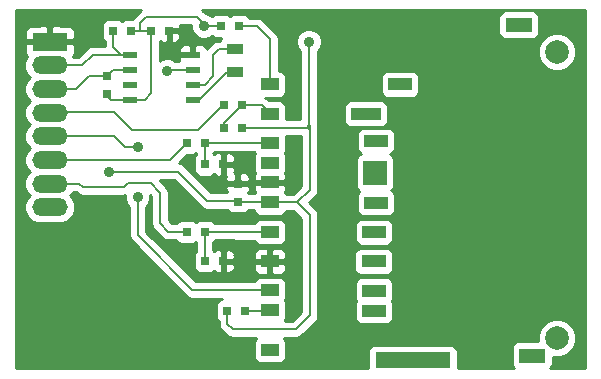
<source format=gtl>
G04 (created by PCBNEW-RS274X (2011-11-27 BZR 3249)-stable) date 21/02/2012 2:37:18 p.m.*
G01*
G70*
G90*
%MOIN*%
G04 Gerber Fmt 3.4, Leading zero omitted, Abs format*
%FSLAX34Y34*%
G04 APERTURE LIST*
%ADD10C,0.006000*%
%ADD11R,0.025000X0.031500*%
%ADD12R,0.059100X0.039400*%
%ADD13R,0.086600X0.047200*%
%ADD14R,0.248000X0.055100*%
%ADD15R,0.078700X0.039400*%
%ADD16R,0.098400X0.039400*%
%ADD17R,0.078700X0.078700*%
%ADD18C,0.078700*%
%ADD19R,0.031500X0.025000*%
%ADD20R,0.055000X0.035000*%
%ADD21R,0.045000X0.020000*%
%ADD22O,0.118100X0.059100*%
%ADD23R,0.118100X0.059100*%
%ADD24C,0.035000*%
%ADD25C,0.008000*%
%ADD26C,0.010000*%
G04 APERTURE END LIST*
G54D10*
G54D11*
X23842Y-20786D03*
X23242Y-20786D03*
G54D12*
X28465Y-26501D03*
X28465Y-27485D03*
X28465Y-28470D03*
X28465Y-29424D03*
X28465Y-30094D03*
X28465Y-31412D03*
X28465Y-25832D03*
X28465Y-25182D03*
X28465Y-22564D03*
X28465Y-23548D03*
X28465Y-24533D03*
G54D13*
X36762Y-20586D03*
X37205Y-31609D03*
G54D14*
X33229Y-31767D03*
G54D15*
X32795Y-22564D03*
G54D16*
X31673Y-23548D03*
G54D15*
X31998Y-24454D03*
G54D17*
X31959Y-25507D03*
G54D15*
X31998Y-26511D03*
X31939Y-27495D03*
X31919Y-28470D03*
X31929Y-29444D03*
X31929Y-30123D03*
G54D18*
X38032Y-31019D03*
X38032Y-21491D03*
G54D11*
X26944Y-23267D03*
X27544Y-23267D03*
X25684Y-24527D03*
X26284Y-24527D03*
X25684Y-27480D03*
X26284Y-27480D03*
G54D19*
X23031Y-22897D03*
X23031Y-22297D03*
G54D11*
X26314Y-28464D03*
X26914Y-28464D03*
X26314Y-25236D03*
X26914Y-25236D03*
X26826Y-20630D03*
X27426Y-20630D03*
X27042Y-30114D03*
X27642Y-30114D03*
G54D19*
X27386Y-26473D03*
X27386Y-25873D03*
G54D11*
X27544Y-24015D03*
X26944Y-24015D03*
X24502Y-20786D03*
X25102Y-20786D03*
G54D20*
X27283Y-21396D03*
X27283Y-22146D03*
G54D21*
X23792Y-23072D03*
X25892Y-23072D03*
X23792Y-22572D03*
X23792Y-22072D03*
X23792Y-21572D03*
X25892Y-22572D03*
X25892Y-22072D03*
X25892Y-21572D03*
G54D22*
X21126Y-22725D03*
X21126Y-21938D03*
G54D23*
X21126Y-21150D03*
G54D22*
X21126Y-23512D03*
X21126Y-24300D03*
X21126Y-25087D03*
X21126Y-25874D03*
X21126Y-26661D03*
G54D24*
X24055Y-24645D03*
X24055Y-26338D03*
X23110Y-25472D03*
X29764Y-21142D03*
X26260Y-20630D03*
X20984Y-31495D03*
X22559Y-31495D03*
X20118Y-28661D03*
X25709Y-20748D03*
X20118Y-30118D03*
X29330Y-25866D03*
X29409Y-28464D03*
X29645Y-31495D03*
X37992Y-24015D03*
X31260Y-31495D03*
X37992Y-26023D03*
X37992Y-28188D03*
X35433Y-20629D03*
X23701Y-20236D03*
X29764Y-20236D03*
X22638Y-20236D03*
X35669Y-31495D03*
X31417Y-20236D03*
X20118Y-31496D03*
X25039Y-22126D03*
G54D25*
X23031Y-22297D02*
X22819Y-22297D01*
X22000Y-22725D02*
X21126Y-22725D01*
X23031Y-22297D02*
X22428Y-22297D01*
X23240Y-22072D02*
X23792Y-22072D01*
X22428Y-22297D02*
X22000Y-22725D01*
X23031Y-22281D02*
X23240Y-22072D01*
X22968Y-22360D02*
X23031Y-22297D01*
X23031Y-22297D02*
X23031Y-22281D01*
X23502Y-21572D02*
X23792Y-21572D01*
X22196Y-21938D02*
X22205Y-21929D01*
X23791Y-21573D02*
X23792Y-21572D01*
X22562Y-21572D02*
X23792Y-21572D01*
X23791Y-21573D02*
X23792Y-21572D01*
X22205Y-21929D02*
X22562Y-21572D01*
X21126Y-21938D02*
X22196Y-21938D01*
X23242Y-21312D02*
X23502Y-21572D01*
X23242Y-20786D02*
X23242Y-21312D01*
X21136Y-23502D02*
X23269Y-23502D01*
X23269Y-23502D02*
X23861Y-24094D01*
X23861Y-24094D02*
X26062Y-24094D01*
X26889Y-23267D02*
X26944Y-23267D01*
X26062Y-24094D02*
X26889Y-23267D01*
X21126Y-23512D02*
X21136Y-23502D01*
X24055Y-27598D02*
X25881Y-29424D01*
X23267Y-24290D02*
X23622Y-24645D01*
X23257Y-24300D02*
X21126Y-24300D01*
X28465Y-29424D02*
X25881Y-29424D01*
X23267Y-24290D02*
X23257Y-24300D01*
X23622Y-24645D02*
X24055Y-24645D01*
X24055Y-26338D02*
X24055Y-27598D01*
X25124Y-25087D02*
X25134Y-25077D01*
X25134Y-25077D02*
X25684Y-24527D01*
X21126Y-25087D02*
X25124Y-25087D01*
X23723Y-25864D02*
X23599Y-25988D01*
X24486Y-25864D02*
X23723Y-25864D01*
X24486Y-25864D02*
X24803Y-26181D01*
X25684Y-27480D02*
X25078Y-27480D01*
X24803Y-26181D02*
X24803Y-27205D01*
X22114Y-25874D02*
X21126Y-25874D01*
X22228Y-25988D02*
X22114Y-25874D01*
X23599Y-25988D02*
X22228Y-25988D01*
X24803Y-27205D02*
X25078Y-27480D01*
X24134Y-20786D02*
X23842Y-20786D01*
X28437Y-26473D02*
X28465Y-26501D01*
X27386Y-26473D02*
X28437Y-26473D01*
X24288Y-23072D02*
X24502Y-22858D01*
X27042Y-30114D02*
X27042Y-30557D01*
X24502Y-20786D02*
X24134Y-20786D01*
X29685Y-24015D02*
X29724Y-24015D01*
X29685Y-24015D02*
X29764Y-23936D01*
X29791Y-23909D02*
X29791Y-24082D01*
X26747Y-20551D02*
X26826Y-20630D01*
X29764Y-23936D02*
X29791Y-23909D01*
X29791Y-26924D02*
X29368Y-26501D01*
X29791Y-30267D02*
X29791Y-26924D01*
X27217Y-30732D02*
X29326Y-30732D01*
X27042Y-30557D02*
X27217Y-30732D01*
X29368Y-26501D02*
X28465Y-26501D01*
X29791Y-26078D02*
X29368Y-26501D01*
X29791Y-24082D02*
X29791Y-26078D01*
X26260Y-20630D02*
X26826Y-20630D01*
X24502Y-22858D02*
X24502Y-20786D01*
X26378Y-26457D02*
X27370Y-26457D01*
X25393Y-25472D02*
X26378Y-26457D01*
X23792Y-23072D02*
X24288Y-23072D01*
X26260Y-20630D02*
X26260Y-20552D01*
X26260Y-20552D02*
X26023Y-20315D01*
X27370Y-26457D02*
X27386Y-26473D01*
X25393Y-25472D02*
X23110Y-25472D01*
X29724Y-24015D02*
X29791Y-24082D01*
X23151Y-23072D02*
X23792Y-23072D01*
X23031Y-22897D02*
X23031Y-22952D01*
X29326Y-30732D02*
X29791Y-30267D01*
X29764Y-23936D02*
X29764Y-21142D01*
X27544Y-24015D02*
X29685Y-24015D01*
X26023Y-20315D02*
X24330Y-20315D01*
X24330Y-20315D02*
X24134Y-20511D01*
X24134Y-20511D02*
X24134Y-20786D01*
X23031Y-22952D02*
X23151Y-23072D01*
X25709Y-20748D02*
X25671Y-20786D01*
X22559Y-31495D02*
X20984Y-31495D01*
X20118Y-30118D02*
X20118Y-28661D01*
X29330Y-25866D02*
X29296Y-25832D01*
X27386Y-25456D02*
X27386Y-25873D01*
X28424Y-25873D02*
X28465Y-25832D01*
X27386Y-25873D02*
X28424Y-25873D01*
X25273Y-21572D02*
X25892Y-21572D01*
X25102Y-21401D02*
X25273Y-21572D01*
X25102Y-20786D02*
X25102Y-21401D01*
X28459Y-28464D02*
X28465Y-28470D01*
X25671Y-20786D02*
X25102Y-20786D01*
X26914Y-25236D02*
X27166Y-25236D01*
X29409Y-28464D02*
X28076Y-28470D01*
X28465Y-28470D02*
X28076Y-28470D01*
X29296Y-25832D02*
X28465Y-25832D01*
X26914Y-28464D02*
X28459Y-28464D01*
X23701Y-20236D02*
X22638Y-20236D01*
X29645Y-31495D02*
X31260Y-31495D01*
X37992Y-29172D02*
X37992Y-28188D01*
X35040Y-20236D02*
X31417Y-20236D01*
X37992Y-26023D02*
X37992Y-24015D01*
X27166Y-25236D02*
X27386Y-25456D01*
X35669Y-31495D02*
X37992Y-29172D01*
X31417Y-20236D02*
X29764Y-20236D01*
X35433Y-20629D02*
X35040Y-20236D01*
X25892Y-22572D02*
X26286Y-22572D01*
X26574Y-22284D02*
X26574Y-21575D01*
X26286Y-22572D02*
X26574Y-22284D01*
X26574Y-21575D02*
X26753Y-21396D01*
X26753Y-21396D02*
X27283Y-21396D01*
X25892Y-23072D02*
X26100Y-23072D01*
X25910Y-23090D02*
X25892Y-23072D01*
X27026Y-22146D02*
X27283Y-22146D01*
X26100Y-23072D02*
X27026Y-22146D01*
X26944Y-23867D02*
X27544Y-23267D01*
X26944Y-24015D02*
X26944Y-23867D01*
X28184Y-23267D02*
X28465Y-23548D01*
X28462Y-23551D02*
X28465Y-23548D01*
X27544Y-23267D02*
X28184Y-23267D01*
X26284Y-24527D02*
X28463Y-24531D01*
X26284Y-25206D02*
X26314Y-25236D01*
X26284Y-24527D02*
X26284Y-25206D01*
X28463Y-24531D02*
X28465Y-24533D01*
X25919Y-22045D02*
X25892Y-22072D01*
X25093Y-22072D02*
X25892Y-22072D01*
X25039Y-22126D02*
X25093Y-22072D01*
X28446Y-22583D02*
X28465Y-22564D01*
X27426Y-20630D02*
X28032Y-20630D01*
X28465Y-21063D02*
X28465Y-22564D01*
X28032Y-20630D02*
X28465Y-21063D01*
X27642Y-30114D02*
X28445Y-30114D01*
X28445Y-30114D02*
X28465Y-30094D01*
X28458Y-27492D02*
X28465Y-27485D01*
X26284Y-27480D02*
X26284Y-28434D01*
X26284Y-27480D02*
X28458Y-27492D01*
X26284Y-28434D02*
X26314Y-28464D01*
G54D26*
X25476Y-20605D02*
X25835Y-20605D01*
X25466Y-20685D02*
X25835Y-20685D01*
X25052Y-20765D02*
X25856Y-20765D01*
X25052Y-20845D02*
X25152Y-20845D01*
X25424Y-20845D02*
X25889Y-20845D01*
X25052Y-20925D02*
X25152Y-20925D01*
X25476Y-20925D02*
X25954Y-20925D01*
X25052Y-21005D02*
X25152Y-21005D01*
X25471Y-21005D02*
X25476Y-21005D01*
X25476Y-21005D02*
X26055Y-21005D01*
X26466Y-21005D02*
X26577Y-21005D01*
X25052Y-21085D02*
X25152Y-21085D01*
X25437Y-21085D02*
X25476Y-21085D01*
X25476Y-21085D02*
X26794Y-21085D01*
X24792Y-21165D02*
X24863Y-21165D01*
X25018Y-21165D02*
X25186Y-21165D01*
X25342Y-21165D02*
X25476Y-21165D01*
X25476Y-21165D02*
X26586Y-21165D01*
X24792Y-21245D02*
X25476Y-21245D01*
X25476Y-21245D02*
X25564Y-21245D01*
X25803Y-21245D02*
X25981Y-21245D01*
X26219Y-21245D02*
X26494Y-21245D01*
X24792Y-21325D02*
X25462Y-21325D01*
X25842Y-21325D02*
X25942Y-21325D01*
X26322Y-21325D02*
X26414Y-21325D01*
X24792Y-21405D02*
X25425Y-21405D01*
X25842Y-21405D02*
X25942Y-21405D01*
X24792Y-21485D02*
X25442Y-21485D01*
X25842Y-21485D02*
X25942Y-21485D01*
X24792Y-21565D02*
X25842Y-21565D01*
X25842Y-21565D02*
X25942Y-21565D01*
X24792Y-21645D02*
X25456Y-21645D01*
X24792Y-21725D02*
X24896Y-21725D01*
X25181Y-21725D02*
X25420Y-21725D01*
X29009Y-24305D02*
X29501Y-24305D01*
X29009Y-24385D02*
X29501Y-24385D01*
X29009Y-24465D02*
X29501Y-24465D01*
X29009Y-24545D02*
X29501Y-24545D01*
X29009Y-24625D02*
X29501Y-24625D01*
X29009Y-24705D02*
X29501Y-24705D01*
X29007Y-24785D02*
X29501Y-24785D01*
X25980Y-24865D02*
X25988Y-24865D01*
X26580Y-24865D02*
X26655Y-24865D01*
X26838Y-24865D02*
X26990Y-24865D01*
X27172Y-24865D02*
X27949Y-24865D01*
X28979Y-24865D02*
X29501Y-24865D01*
X25676Y-24945D02*
X25975Y-24945D01*
X26864Y-24945D02*
X26964Y-24945D01*
X27252Y-24945D02*
X27921Y-24945D01*
X29009Y-24945D02*
X29501Y-24945D01*
X25596Y-25025D02*
X25941Y-25025D01*
X26864Y-25025D02*
X26964Y-25025D01*
X27286Y-25025D02*
X27921Y-25025D01*
X29009Y-25025D02*
X29501Y-25025D01*
X25516Y-25105D02*
X25940Y-25105D01*
X26864Y-25105D02*
X26964Y-25105D01*
X27288Y-25105D02*
X27921Y-25105D01*
X29009Y-25105D02*
X29501Y-25105D01*
X25436Y-25185D02*
X25940Y-25185D01*
X26864Y-25185D02*
X26964Y-25185D01*
X27228Y-25185D02*
X27288Y-25185D01*
X27288Y-25185D02*
X27921Y-25185D01*
X29009Y-25185D02*
X29501Y-25185D01*
X25595Y-25265D02*
X25940Y-25265D01*
X26864Y-25265D02*
X27288Y-25265D01*
X27288Y-25265D02*
X27921Y-25265D01*
X29009Y-25265D02*
X29501Y-25265D01*
X25676Y-25345D02*
X25940Y-25345D01*
X26864Y-25345D02*
X26964Y-25345D01*
X27286Y-25345D02*
X27288Y-25345D01*
X27288Y-25345D02*
X27921Y-25345D01*
X29009Y-25345D02*
X29501Y-25345D01*
X25756Y-25425D02*
X25940Y-25425D01*
X26864Y-25425D02*
X26964Y-25425D01*
X27288Y-25425D02*
X27921Y-25425D01*
X29009Y-25425D02*
X29501Y-25425D01*
X25836Y-25505D02*
X25967Y-25505D01*
X26864Y-25505D02*
X26964Y-25505D01*
X27281Y-25505D02*
X27491Y-25505D01*
X27607Y-25505D02*
X27953Y-25505D01*
X28977Y-25505D02*
X29501Y-25505D01*
X25916Y-25585D02*
X26029Y-25585D01*
X26599Y-25585D02*
X26629Y-25585D01*
X26860Y-25585D02*
X26968Y-25585D01*
X27336Y-25585D02*
X27436Y-25585D01*
X27732Y-25585D02*
X27921Y-25585D01*
X29008Y-25585D02*
X29501Y-25585D01*
X25996Y-25665D02*
X26993Y-25665D01*
X27336Y-25665D02*
X27436Y-25665D01*
X27777Y-25665D02*
X27920Y-25665D01*
X29009Y-25665D02*
X29501Y-25665D01*
X26076Y-25745D02*
X26979Y-25745D01*
X27336Y-25745D02*
X27436Y-25745D01*
X27792Y-25745D02*
X27945Y-25745D01*
X28985Y-25745D02*
X29501Y-25745D01*
X26156Y-25825D02*
X27336Y-25825D01*
X27336Y-25825D02*
X27793Y-25825D01*
X27793Y-25825D02*
X29501Y-25825D01*
X26236Y-25905D02*
X27336Y-25905D01*
X27336Y-25905D02*
X27793Y-25905D01*
X27793Y-25905D02*
X27959Y-25905D01*
X28971Y-25905D02*
X29501Y-25905D01*
X26316Y-25985D02*
X26979Y-25985D01*
X27793Y-25985D02*
X27921Y-25985D01*
X29010Y-25985D02*
X29474Y-25985D01*
X26396Y-26065D02*
X26988Y-26065D01*
X27785Y-26065D02*
X27921Y-26065D01*
X29010Y-26065D02*
X29394Y-26065D01*
X26476Y-26145D02*
X27024Y-26145D01*
X27748Y-26145D02*
X27949Y-26145D01*
X28981Y-26145D02*
X29314Y-26145D01*
X24794Y-25762D02*
X25273Y-25762D01*
X24874Y-25842D02*
X25353Y-25842D01*
X24954Y-25922D02*
X25433Y-25922D01*
X25025Y-26002D02*
X25513Y-26002D01*
X25073Y-26082D02*
X25593Y-26082D01*
X25089Y-26162D02*
X25673Y-26162D01*
X25093Y-26242D02*
X25753Y-26242D01*
X24480Y-26322D02*
X24513Y-26322D01*
X25093Y-26322D02*
X25833Y-26322D01*
X24480Y-26402D02*
X24513Y-26402D01*
X25093Y-26402D02*
X25913Y-26402D01*
X24456Y-26482D02*
X24513Y-26482D01*
X25093Y-26482D02*
X25993Y-26482D01*
X24423Y-26562D02*
X24513Y-26562D01*
X25093Y-26562D02*
X26073Y-26562D01*
X24352Y-26642D02*
X24513Y-26642D01*
X25093Y-26642D02*
X26153Y-26642D01*
X24345Y-26722D02*
X24513Y-26722D01*
X25093Y-26722D02*
X26263Y-26722D01*
X24345Y-26802D02*
X24513Y-26802D01*
X25093Y-26802D02*
X27081Y-26802D01*
X27691Y-26802D02*
X27944Y-26802D01*
X28987Y-26802D02*
X29259Y-26802D01*
X24345Y-26882D02*
X24513Y-26882D01*
X25093Y-26882D02*
X28002Y-26882D01*
X28928Y-26882D02*
X29339Y-26882D01*
X24345Y-26962D02*
X24513Y-26962D01*
X25093Y-26962D02*
X29419Y-26962D01*
X24345Y-27042D02*
X24513Y-27042D01*
X25093Y-27042D02*
X28113Y-27042D01*
X28817Y-27042D02*
X29499Y-27042D01*
X24345Y-27122D02*
X24513Y-27122D01*
X25130Y-27122D02*
X25408Y-27122D01*
X25960Y-27122D02*
X26008Y-27122D01*
X26560Y-27122D02*
X27984Y-27122D01*
X28946Y-27122D02*
X29501Y-27122D01*
X24345Y-27202D02*
X24513Y-27202D01*
X28993Y-27202D02*
X29501Y-27202D01*
X24345Y-27282D02*
X24529Y-27282D01*
X29009Y-27282D02*
X29501Y-27282D01*
X24345Y-27362D02*
X24566Y-27362D01*
X29009Y-27362D02*
X29501Y-27362D01*
X24345Y-27442D02*
X24630Y-27442D01*
X29009Y-27442D02*
X29501Y-27442D01*
X24389Y-27522D02*
X24710Y-27522D01*
X29009Y-27522D02*
X29501Y-27522D01*
X24469Y-27602D02*
X24790Y-27602D01*
X29009Y-27602D02*
X29501Y-27602D01*
X24549Y-27682D02*
X24870Y-27682D01*
X29009Y-27682D02*
X29501Y-27682D01*
X24629Y-27762D02*
X25041Y-27762D01*
X28997Y-27762D02*
X29501Y-27762D01*
X24709Y-27842D02*
X25412Y-27842D01*
X25956Y-27842D02*
X25994Y-27842D01*
X26574Y-27842D02*
X27978Y-27842D01*
X28952Y-27842D02*
X29501Y-27842D01*
X24789Y-27922D02*
X25994Y-27922D01*
X26574Y-27922D02*
X28099Y-27922D01*
X28831Y-27922D02*
X29501Y-27922D01*
X24869Y-28002D02*
X25994Y-28002D01*
X26574Y-28002D02*
X29501Y-28002D01*
X24949Y-28082D02*
X25994Y-28082D01*
X26574Y-28082D02*
X26681Y-28082D01*
X26827Y-28082D02*
X27001Y-28082D01*
X27146Y-28082D02*
X28009Y-28082D01*
X28412Y-28082D02*
X28518Y-28082D01*
X28921Y-28082D02*
X29501Y-28082D01*
X25029Y-28162D02*
X25982Y-28162D01*
X26864Y-28162D02*
X26964Y-28162D01*
X27246Y-28162D02*
X27946Y-28162D01*
X28415Y-28162D02*
X28515Y-28162D01*
X28983Y-28162D02*
X29501Y-28162D01*
X25109Y-28242D02*
X25946Y-28242D01*
X26864Y-28242D02*
X26964Y-28242D01*
X27281Y-28242D02*
X27920Y-28242D01*
X28415Y-28242D02*
X28515Y-28242D01*
X29009Y-28242D02*
X29501Y-28242D01*
X25189Y-28322D02*
X25940Y-28322D01*
X26864Y-28322D02*
X26964Y-28322D01*
X27288Y-28322D02*
X27920Y-28322D01*
X28415Y-28322D02*
X28515Y-28322D01*
X29009Y-28322D02*
X29501Y-28322D01*
X25269Y-28402D02*
X25940Y-28402D01*
X26864Y-28402D02*
X26964Y-28402D01*
X27239Y-28402D02*
X27288Y-28402D01*
X27288Y-28402D02*
X27964Y-28402D01*
X28415Y-28402D02*
X28515Y-28402D01*
X28966Y-28402D02*
X29010Y-28402D01*
X29010Y-28402D02*
X29501Y-28402D01*
X25349Y-28482D02*
X25940Y-28482D01*
X26864Y-28482D02*
X27288Y-28482D01*
X27288Y-28482D02*
X28415Y-28482D01*
X28415Y-28482D02*
X29010Y-28482D01*
X29010Y-28482D02*
X29501Y-28482D01*
X25429Y-28562D02*
X25940Y-28562D01*
X26864Y-28562D02*
X26964Y-28562D01*
X27275Y-28562D02*
X27288Y-28562D01*
X27288Y-28562D02*
X27940Y-28562D01*
X28415Y-28562D02*
X28515Y-28562D01*
X28990Y-28562D02*
X29010Y-28562D01*
X29010Y-28562D02*
X29501Y-28562D01*
X25509Y-28642D02*
X25940Y-28642D01*
X26864Y-28642D02*
X26964Y-28642D01*
X27288Y-28642D02*
X27921Y-28642D01*
X28415Y-28642D02*
X28515Y-28642D01*
X29010Y-28642D02*
X29010Y-28642D01*
X29010Y-28642D02*
X29501Y-28642D01*
X25589Y-28722D02*
X25962Y-28722D01*
X26864Y-28722D02*
X26964Y-28722D01*
X27267Y-28722D02*
X27288Y-28722D01*
X27288Y-28722D02*
X27924Y-28722D01*
X28415Y-28722D02*
X28515Y-28722D01*
X29007Y-28722D02*
X29010Y-28722D01*
X29010Y-28722D02*
X29501Y-28722D01*
X25669Y-28802D02*
X26018Y-28802D01*
X26610Y-28802D02*
X26618Y-28802D01*
X26864Y-28802D02*
X26964Y-28802D01*
X27210Y-28802D02*
X27288Y-28802D01*
X27288Y-28802D02*
X27957Y-28802D01*
X28415Y-28802D02*
X28515Y-28802D01*
X28974Y-28802D02*
X29010Y-28802D01*
X29010Y-28802D02*
X29501Y-28802D01*
X25749Y-28882D02*
X27288Y-28882D01*
X27288Y-28882D02*
X28039Y-28882D01*
X28388Y-28882D02*
X28415Y-28882D01*
X28415Y-28882D02*
X28542Y-28882D01*
X28892Y-28882D02*
X29010Y-28882D01*
X29010Y-28882D02*
X29501Y-28882D01*
X25829Y-28962D02*
X27288Y-28962D01*
X27288Y-28962D02*
X28415Y-28962D01*
X28415Y-28962D02*
X29010Y-28962D01*
X29010Y-28962D02*
X29501Y-28962D01*
X25909Y-29042D02*
X27288Y-29042D01*
X27288Y-29042D02*
X28003Y-29042D01*
X28927Y-29042D02*
X29010Y-29042D01*
X29010Y-29042D02*
X29501Y-29042D01*
X25989Y-29122D02*
X27288Y-29122D01*
X27288Y-29122D02*
X27943Y-29122D01*
X28985Y-29122D02*
X29010Y-29122D01*
X29010Y-29122D02*
X29501Y-29122D01*
X29009Y-29202D02*
X29010Y-29202D01*
X29010Y-29202D02*
X29501Y-29202D01*
X29009Y-29282D02*
X29010Y-29282D01*
X29010Y-29282D02*
X29501Y-29282D01*
X29009Y-29362D02*
X29010Y-29362D01*
X29010Y-29362D02*
X29501Y-29362D01*
X29009Y-29442D02*
X29010Y-29442D01*
X29010Y-29442D02*
X29501Y-29442D01*
X29009Y-29522D02*
X29010Y-29522D01*
X29010Y-29522D02*
X29501Y-29522D01*
X29009Y-29602D02*
X29010Y-29602D01*
X29010Y-29602D02*
X29501Y-29602D01*
X29005Y-29682D02*
X29010Y-29682D01*
X29010Y-29682D02*
X29501Y-29682D01*
X28973Y-29762D02*
X29010Y-29762D01*
X29010Y-29762D02*
X29501Y-29762D01*
X29006Y-29842D02*
X29010Y-29842D01*
X29010Y-29842D02*
X29501Y-29842D01*
X29009Y-29922D02*
X29010Y-29922D01*
X29010Y-29922D02*
X29501Y-29922D01*
X29009Y-30002D02*
X29010Y-30002D01*
X29010Y-30002D02*
X29501Y-30002D01*
X29009Y-30082D02*
X29010Y-30082D01*
X29010Y-30082D02*
X29501Y-30082D01*
X29009Y-30162D02*
X29010Y-30162D01*
X29010Y-30162D02*
X29486Y-30162D01*
X29009Y-30242D02*
X29010Y-30242D01*
X29010Y-30242D02*
X29406Y-30242D01*
X29009Y-30322D02*
X29010Y-30322D01*
X29010Y-30322D02*
X29326Y-30322D01*
X28984Y-30402D02*
X29010Y-30402D01*
X29010Y-30402D02*
X29246Y-30402D01*
X20010Y-20088D02*
X24157Y-20088D01*
X26195Y-20088D02*
X38966Y-20088D01*
X20010Y-20168D02*
X24067Y-20168D01*
X26286Y-20168D02*
X36159Y-20168D01*
X37365Y-20168D02*
X38966Y-20168D01*
X20010Y-20248D02*
X23987Y-20248D01*
X26448Y-20248D02*
X26593Y-20248D01*
X27058Y-20248D02*
X27193Y-20248D01*
X27658Y-20248D02*
X36101Y-20248D01*
X37422Y-20248D02*
X38966Y-20248D01*
X20010Y-20328D02*
X23914Y-20328D01*
X27758Y-20328D02*
X36080Y-20328D01*
X37444Y-20328D02*
X38966Y-20328D01*
X20010Y-20408D02*
X23000Y-20408D01*
X23484Y-20408D02*
X23600Y-20408D01*
X28211Y-20408D02*
X36080Y-20408D01*
X37444Y-20408D02*
X38966Y-20408D01*
X20010Y-20488D02*
X22906Y-20488D01*
X28300Y-20488D02*
X36080Y-20488D01*
X37444Y-20488D02*
X38966Y-20488D01*
X20010Y-20568D02*
X22872Y-20568D01*
X28380Y-20568D02*
X36080Y-20568D01*
X37444Y-20568D02*
X38966Y-20568D01*
X20010Y-20648D02*
X20391Y-20648D01*
X21057Y-20648D02*
X21195Y-20648D01*
X21861Y-20648D02*
X22868Y-20648D01*
X28460Y-20648D02*
X36080Y-20648D01*
X37444Y-20648D02*
X38966Y-20648D01*
X20010Y-20728D02*
X20319Y-20728D01*
X21076Y-20728D02*
X21176Y-20728D01*
X21932Y-20728D02*
X22868Y-20728D01*
X28540Y-20728D02*
X29653Y-20728D01*
X29875Y-20728D02*
X36080Y-20728D01*
X37444Y-20728D02*
X38966Y-20728D01*
X20010Y-20808D02*
X20286Y-20808D01*
X21076Y-20808D02*
X21176Y-20808D01*
X21965Y-20808D02*
X22868Y-20808D01*
X28620Y-20808D02*
X29497Y-20808D01*
X30031Y-20808D02*
X36080Y-20808D01*
X37444Y-20808D02*
X38966Y-20808D01*
X20010Y-20888D02*
X20286Y-20888D01*
X21076Y-20888D02*
X21176Y-20888D01*
X21965Y-20888D02*
X22868Y-20888D01*
X28690Y-20888D02*
X29417Y-20888D01*
X30111Y-20888D02*
X36088Y-20888D01*
X37438Y-20888D02*
X37444Y-20888D01*
X37444Y-20888D02*
X37808Y-20888D01*
X38256Y-20888D02*
X38966Y-20888D01*
X20010Y-20968D02*
X20286Y-20968D01*
X21076Y-20968D02*
X21176Y-20968D01*
X21965Y-20968D02*
X22868Y-20968D01*
X28736Y-20968D02*
X29376Y-20968D01*
X30152Y-20968D02*
X36123Y-20968D01*
X37401Y-20968D02*
X37444Y-20968D01*
X37444Y-20968D02*
X37646Y-20968D01*
X38417Y-20968D02*
X38966Y-20968D01*
X20010Y-21048D02*
X20296Y-21048D01*
X21076Y-21048D02*
X21176Y-21048D01*
X21956Y-21048D02*
X21966Y-21048D01*
X21966Y-21048D02*
X22892Y-21048D01*
X28752Y-21048D02*
X29342Y-21048D01*
X30184Y-21048D02*
X36224Y-21048D01*
X37300Y-21048D02*
X37444Y-21048D01*
X37444Y-21048D02*
X37566Y-21048D01*
X38497Y-21048D02*
X38966Y-21048D01*
X20010Y-21128D02*
X21076Y-21128D01*
X21076Y-21128D02*
X21966Y-21128D01*
X21966Y-21128D02*
X22950Y-21128D01*
X28755Y-21128D02*
X29339Y-21128D01*
X30189Y-21128D02*
X37444Y-21128D01*
X37444Y-21128D02*
X37487Y-21128D01*
X38577Y-21128D02*
X38966Y-21128D01*
X20010Y-21208D02*
X20340Y-21208D01*
X21912Y-21208D02*
X21966Y-21208D01*
X21966Y-21208D02*
X22952Y-21208D01*
X28755Y-21208D02*
X29339Y-21208D01*
X30189Y-21208D02*
X37444Y-21208D01*
X37444Y-21208D02*
X37453Y-21208D01*
X38610Y-21208D02*
X38966Y-21208D01*
X20010Y-21288D02*
X20287Y-21288D01*
X21966Y-21288D02*
X22531Y-21288D01*
X28755Y-21288D02*
X29365Y-21288D01*
X30164Y-21288D02*
X37419Y-21288D01*
X38643Y-21288D02*
X38966Y-21288D01*
X20010Y-21368D02*
X20287Y-21368D01*
X21966Y-21368D02*
X22356Y-21368D01*
X28755Y-21368D02*
X29398Y-21368D01*
X30131Y-21368D02*
X37389Y-21368D01*
X38675Y-21368D02*
X38966Y-21368D01*
X20010Y-21448D02*
X20287Y-21448D01*
X21966Y-21448D02*
X22276Y-21448D01*
X28755Y-21448D02*
X29469Y-21448D01*
X30059Y-21448D02*
X37389Y-21448D01*
X38675Y-21448D02*
X38966Y-21448D01*
X20010Y-21528D02*
X20302Y-21528D01*
X21951Y-21528D02*
X22196Y-21528D01*
X28755Y-21528D02*
X29474Y-21528D01*
X30054Y-21528D02*
X37389Y-21528D01*
X38675Y-21528D02*
X38966Y-21528D01*
X20010Y-21608D02*
X20347Y-21608D01*
X21905Y-21608D02*
X22116Y-21608D01*
X28755Y-21608D02*
X29474Y-21608D01*
X30054Y-21608D02*
X37389Y-21608D01*
X38675Y-21608D02*
X38966Y-21608D01*
X20010Y-21688D02*
X20339Y-21688D01*
X28755Y-21688D02*
X29474Y-21688D01*
X30054Y-21688D02*
X37419Y-21688D01*
X38647Y-21688D02*
X38675Y-21688D01*
X38675Y-21688D02*
X38966Y-21688D01*
X20010Y-21768D02*
X20306Y-21768D01*
X28755Y-21768D02*
X29474Y-21768D01*
X30054Y-21768D02*
X37452Y-21768D01*
X38613Y-21768D02*
X38675Y-21768D01*
X38675Y-21768D02*
X38966Y-21768D01*
X20010Y-21848D02*
X20280Y-21848D01*
X28755Y-21848D02*
X29474Y-21848D01*
X30054Y-21848D02*
X37485Y-21848D01*
X38580Y-21848D02*
X38675Y-21848D01*
X38675Y-21848D02*
X38966Y-21848D01*
X20010Y-21928D02*
X20280Y-21928D01*
X28755Y-21928D02*
X29474Y-21928D01*
X30054Y-21928D02*
X37561Y-21928D01*
X38504Y-21928D02*
X38675Y-21928D01*
X38675Y-21928D02*
X38966Y-21928D01*
X20010Y-22008D02*
X20280Y-22008D01*
X28755Y-22008D02*
X29474Y-22008D01*
X30054Y-22008D02*
X37641Y-22008D01*
X38424Y-22008D02*
X38675Y-22008D01*
X38675Y-22008D02*
X38966Y-22008D01*
X20010Y-22088D02*
X20299Y-22088D01*
X28755Y-22088D02*
X29474Y-22088D01*
X30054Y-22088D02*
X37794Y-22088D01*
X38270Y-22088D02*
X38675Y-22088D01*
X38675Y-22088D02*
X38966Y-22088D01*
X20010Y-22168D02*
X20331Y-22168D01*
X28913Y-22168D02*
X29474Y-22168D01*
X30054Y-22168D02*
X32249Y-22168D01*
X33341Y-22168D02*
X38675Y-22168D01*
X38675Y-22168D02*
X38966Y-22168D01*
X20010Y-22248D02*
X20369Y-22248D01*
X28980Y-22248D02*
X29474Y-22248D01*
X30054Y-22248D02*
X32181Y-22248D01*
X33408Y-22248D02*
X38675Y-22248D01*
X38675Y-22248D02*
X38966Y-22248D01*
X20010Y-22328D02*
X20449Y-22328D01*
X29009Y-22328D02*
X29474Y-22328D01*
X30054Y-22328D02*
X32153Y-22328D01*
X33437Y-22328D02*
X38675Y-22328D01*
X38675Y-22328D02*
X38966Y-22328D01*
X20010Y-22408D02*
X20375Y-22408D01*
X29009Y-22408D02*
X29474Y-22408D01*
X30054Y-22408D02*
X32153Y-22408D01*
X33437Y-22408D02*
X38675Y-22408D01*
X38675Y-22408D02*
X38966Y-22408D01*
X20010Y-22488D02*
X20334Y-22488D01*
X29009Y-22488D02*
X29474Y-22488D01*
X30054Y-22488D02*
X32153Y-22488D01*
X33437Y-22488D02*
X38675Y-22488D01*
X38675Y-22488D02*
X38966Y-22488D01*
X20010Y-22568D02*
X20300Y-22568D01*
X29009Y-22568D02*
X29474Y-22568D01*
X30054Y-22568D02*
X32153Y-22568D01*
X33437Y-22568D02*
X38675Y-22568D01*
X38675Y-22568D02*
X38966Y-22568D01*
X20010Y-22648D02*
X20280Y-22648D01*
X29009Y-22648D02*
X29474Y-22648D01*
X30054Y-22648D02*
X32153Y-22648D01*
X33437Y-22648D02*
X38675Y-22648D01*
X38675Y-22648D02*
X38966Y-22648D01*
X20010Y-22728D02*
X20280Y-22728D01*
X29009Y-22728D02*
X29474Y-22728D01*
X30054Y-22728D02*
X32153Y-22728D01*
X33437Y-22728D02*
X38675Y-22728D01*
X38675Y-22728D02*
X38966Y-22728D01*
X20010Y-22808D02*
X20280Y-22808D01*
X29009Y-22808D02*
X29474Y-22808D01*
X30054Y-22808D02*
X32153Y-22808D01*
X33437Y-22808D02*
X38675Y-22808D01*
X38675Y-22808D02*
X38966Y-22808D01*
X20010Y-22888D02*
X20304Y-22888D01*
X28977Y-22888D02*
X29474Y-22888D01*
X30054Y-22888D02*
X32186Y-22888D01*
X33405Y-22888D02*
X33437Y-22888D01*
X33437Y-22888D02*
X38675Y-22888D01*
X38675Y-22888D02*
X38966Y-22888D01*
X20010Y-22968D02*
X20337Y-22968D01*
X28905Y-22968D02*
X29474Y-22968D01*
X30054Y-22968D02*
X32257Y-22968D01*
X33333Y-22968D02*
X33437Y-22968D01*
X33437Y-22968D02*
X38675Y-22968D01*
X38675Y-22968D02*
X38966Y-22968D01*
X20010Y-23048D02*
X20382Y-23048D01*
X28368Y-23048D02*
X29474Y-23048D01*
X30054Y-23048D02*
X33437Y-23048D01*
X33437Y-23048D02*
X38675Y-23048D01*
X38675Y-23048D02*
X38966Y-23048D01*
X20010Y-23128D02*
X20442Y-23128D01*
X28872Y-23128D02*
X29474Y-23128D01*
X30054Y-23128D02*
X31069Y-23128D01*
X32277Y-23128D02*
X33437Y-23128D01*
X33437Y-23128D02*
X38675Y-23128D01*
X38675Y-23128D02*
X38966Y-23128D01*
X20010Y-23208D02*
X20362Y-23208D01*
X28969Y-23208D02*
X29474Y-23208D01*
X30054Y-23208D02*
X30972Y-23208D01*
X32374Y-23208D02*
X33437Y-23208D01*
X33437Y-23208D02*
X38675Y-23208D01*
X38675Y-23208D02*
X38966Y-23208D01*
X20010Y-23288D02*
X20328Y-23288D01*
X29003Y-23288D02*
X29474Y-23288D01*
X30054Y-23288D02*
X30937Y-23288D01*
X32408Y-23288D02*
X33437Y-23288D01*
X33437Y-23288D02*
X38675Y-23288D01*
X38675Y-23288D02*
X38966Y-23288D01*
X20010Y-23368D02*
X20295Y-23368D01*
X29009Y-23368D02*
X29474Y-23368D01*
X30054Y-23368D02*
X30932Y-23368D01*
X32414Y-23368D02*
X33437Y-23368D01*
X33437Y-23368D02*
X38675Y-23368D01*
X38675Y-23368D02*
X38966Y-23368D01*
X20010Y-23448D02*
X20280Y-23448D01*
X29009Y-23448D02*
X29474Y-23448D01*
X30054Y-23448D02*
X30932Y-23448D01*
X32414Y-23448D02*
X33437Y-23448D01*
X33437Y-23448D02*
X38675Y-23448D01*
X38675Y-23448D02*
X38966Y-23448D01*
X20010Y-23528D02*
X20280Y-23528D01*
X29009Y-23528D02*
X29474Y-23528D01*
X30054Y-23528D02*
X30932Y-23528D01*
X32414Y-23528D02*
X33437Y-23528D01*
X33437Y-23528D02*
X38675Y-23528D01*
X38675Y-23528D02*
X38966Y-23528D01*
X20010Y-23608D02*
X20280Y-23608D01*
X29009Y-23608D02*
X29474Y-23608D01*
X30054Y-23608D02*
X30932Y-23608D01*
X32414Y-23608D02*
X33437Y-23608D01*
X33437Y-23608D02*
X38675Y-23608D01*
X38675Y-23608D02*
X38966Y-23608D01*
X20010Y-23688D02*
X20309Y-23688D01*
X29009Y-23688D02*
X29474Y-23688D01*
X30054Y-23688D02*
X30932Y-23688D01*
X32414Y-23688D02*
X33437Y-23688D01*
X33437Y-23688D02*
X38675Y-23688D01*
X38675Y-23688D02*
X38966Y-23688D01*
X20010Y-23768D02*
X20342Y-23768D01*
X30054Y-23768D02*
X30932Y-23768D01*
X32414Y-23768D02*
X33437Y-23768D01*
X33437Y-23768D02*
X38675Y-23768D01*
X38675Y-23768D02*
X38966Y-23768D01*
X20010Y-23848D02*
X20395Y-23848D01*
X30068Y-23848D02*
X30955Y-23848D01*
X32392Y-23848D02*
X32414Y-23848D01*
X32414Y-23848D02*
X33437Y-23848D01*
X33437Y-23848D02*
X38675Y-23848D01*
X38675Y-23848D02*
X38966Y-23848D01*
X20010Y-23928D02*
X20429Y-23928D01*
X30081Y-23928D02*
X31012Y-23928D01*
X32334Y-23928D02*
X32414Y-23928D01*
X32414Y-23928D02*
X33437Y-23928D01*
X33437Y-23928D02*
X38675Y-23928D01*
X38675Y-23928D02*
X38966Y-23928D01*
X20010Y-24008D02*
X20357Y-24008D01*
X30081Y-24008D02*
X31556Y-24008D01*
X32441Y-24008D02*
X33437Y-24008D01*
X33437Y-24008D02*
X38675Y-24008D01*
X38675Y-24008D02*
X38966Y-24008D01*
X20010Y-24088D02*
X20323Y-24088D01*
X30081Y-24088D02*
X31422Y-24088D01*
X32574Y-24088D02*
X33437Y-24088D01*
X33437Y-24088D02*
X38675Y-24088D01*
X38675Y-24088D02*
X38966Y-24088D01*
X20010Y-24168D02*
X20290Y-24168D01*
X30081Y-24168D02*
X31372Y-24168D01*
X32623Y-24168D02*
X33437Y-24168D01*
X33437Y-24168D02*
X38675Y-24168D01*
X38675Y-24168D02*
X38966Y-24168D01*
X20010Y-24248D02*
X20280Y-24248D01*
X30081Y-24248D02*
X31356Y-24248D01*
X32640Y-24248D02*
X33437Y-24248D01*
X33437Y-24248D02*
X38675Y-24248D01*
X38675Y-24248D02*
X38966Y-24248D01*
X20010Y-24328D02*
X20280Y-24328D01*
X30081Y-24328D02*
X31356Y-24328D01*
X32640Y-24328D02*
X33437Y-24328D01*
X33437Y-24328D02*
X38675Y-24328D01*
X38675Y-24328D02*
X38966Y-24328D01*
X20010Y-24408D02*
X20281Y-24408D01*
X30081Y-24408D02*
X31356Y-24408D01*
X32640Y-24408D02*
X33437Y-24408D01*
X33437Y-24408D02*
X38675Y-24408D01*
X38675Y-24408D02*
X38966Y-24408D01*
X20010Y-24488D02*
X20314Y-24488D01*
X30081Y-24488D02*
X31356Y-24488D01*
X32640Y-24488D02*
X33437Y-24488D01*
X33437Y-24488D02*
X38675Y-24488D01*
X38675Y-24488D02*
X38966Y-24488D01*
X20010Y-24568D02*
X20347Y-24568D01*
X30081Y-24568D02*
X31356Y-24568D01*
X32640Y-24568D02*
X33437Y-24568D01*
X33437Y-24568D02*
X38675Y-24568D01*
X38675Y-24568D02*
X38966Y-24568D01*
X20010Y-24648D02*
X20407Y-24648D01*
X30081Y-24648D02*
X31356Y-24648D01*
X32640Y-24648D02*
X33437Y-24648D01*
X33437Y-24648D02*
X38675Y-24648D01*
X38675Y-24648D02*
X38966Y-24648D01*
X20010Y-24728D02*
X20417Y-24728D01*
X30081Y-24728D02*
X31368Y-24728D01*
X32629Y-24728D02*
X33437Y-24728D01*
X33437Y-24728D02*
X38675Y-24728D01*
X38675Y-24728D02*
X38966Y-24728D01*
X20010Y-24808D02*
X20351Y-24808D01*
X30081Y-24808D02*
X31410Y-24808D01*
X32586Y-24808D02*
X33437Y-24808D01*
X33437Y-24808D02*
X38675Y-24808D01*
X38675Y-24808D02*
X38966Y-24808D01*
X20010Y-24888D02*
X20318Y-24888D01*
X30081Y-24888D02*
X31460Y-24888D01*
X32468Y-24888D02*
X33437Y-24888D01*
X33437Y-24888D02*
X38675Y-24888D01*
X38675Y-24888D02*
X38966Y-24888D01*
X20010Y-24968D02*
X20285Y-24968D01*
X30081Y-24968D02*
X31360Y-24968D01*
X32558Y-24968D02*
X33437Y-24968D01*
X33437Y-24968D02*
X38675Y-24968D01*
X38675Y-24968D02*
X38966Y-24968D01*
X20010Y-25048D02*
X20280Y-25048D01*
X30081Y-25048D02*
X31323Y-25048D01*
X32593Y-25048D02*
X33437Y-25048D01*
X33437Y-25048D02*
X38675Y-25048D01*
X38675Y-25048D02*
X38966Y-25048D01*
X20010Y-25128D02*
X20280Y-25128D01*
X30081Y-25128D02*
X31317Y-25128D01*
X32601Y-25128D02*
X33437Y-25128D01*
X33437Y-25128D02*
X38675Y-25128D01*
X38675Y-25128D02*
X38966Y-25128D01*
X20010Y-25208D02*
X20287Y-25208D01*
X30081Y-25208D02*
X31317Y-25208D01*
X32601Y-25208D02*
X33437Y-25208D01*
X33437Y-25208D02*
X38675Y-25208D01*
X38675Y-25208D02*
X38966Y-25208D01*
X20010Y-25288D02*
X20320Y-25288D01*
X30081Y-25288D02*
X31317Y-25288D01*
X32601Y-25288D02*
X33437Y-25288D01*
X33437Y-25288D02*
X38675Y-25288D01*
X38675Y-25288D02*
X38966Y-25288D01*
X20010Y-25368D02*
X20352Y-25368D01*
X30081Y-25368D02*
X31317Y-25368D01*
X32601Y-25368D02*
X33437Y-25368D01*
X33437Y-25368D02*
X38675Y-25368D01*
X38675Y-25368D02*
X38966Y-25368D01*
X20010Y-25448D02*
X20420Y-25448D01*
X30081Y-25448D02*
X31317Y-25448D01*
X32601Y-25448D02*
X33437Y-25448D01*
X33437Y-25448D02*
X38675Y-25448D01*
X38675Y-25448D02*
X38966Y-25448D01*
X20010Y-25528D02*
X20404Y-25528D01*
X30081Y-25528D02*
X31317Y-25528D01*
X32601Y-25528D02*
X33437Y-25528D01*
X33437Y-25528D02*
X38675Y-25528D01*
X38675Y-25528D02*
X38966Y-25528D01*
X20010Y-25608D02*
X20346Y-25608D01*
X30081Y-25608D02*
X31317Y-25608D01*
X32601Y-25608D02*
X33437Y-25608D01*
X33437Y-25608D02*
X38675Y-25608D01*
X38675Y-25608D02*
X38966Y-25608D01*
X20010Y-25688D02*
X20313Y-25688D01*
X30081Y-25688D02*
X31317Y-25688D01*
X32601Y-25688D02*
X33437Y-25688D01*
X33437Y-25688D02*
X38675Y-25688D01*
X38675Y-25688D02*
X38966Y-25688D01*
X20010Y-25768D02*
X20280Y-25768D01*
X30081Y-25768D02*
X31317Y-25768D01*
X32601Y-25768D02*
X33437Y-25768D01*
X33437Y-25768D02*
X38675Y-25768D01*
X38675Y-25768D02*
X38966Y-25768D01*
X20010Y-25848D02*
X20280Y-25848D01*
X30081Y-25848D02*
X31317Y-25848D01*
X32601Y-25848D02*
X33437Y-25848D01*
X33437Y-25848D02*
X38675Y-25848D01*
X38675Y-25848D02*
X38966Y-25848D01*
X20010Y-25928D02*
X20280Y-25928D01*
X30081Y-25928D02*
X31317Y-25928D01*
X32601Y-25928D02*
X33437Y-25928D01*
X33437Y-25928D02*
X38675Y-25928D01*
X38675Y-25928D02*
X38966Y-25928D01*
X20010Y-26008D02*
X20292Y-26008D01*
X30081Y-26008D02*
X31342Y-26008D01*
X32577Y-26008D02*
X33437Y-26008D01*
X33437Y-26008D02*
X38675Y-26008D01*
X38675Y-26008D02*
X38966Y-26008D01*
X20010Y-26088D02*
X20325Y-26088D01*
X30080Y-26088D02*
X31402Y-26088D01*
X32516Y-26088D02*
X33437Y-26088D01*
X33437Y-26088D02*
X38675Y-26088D01*
X38675Y-26088D02*
X38966Y-26088D01*
X20010Y-26168D02*
X20358Y-26168D01*
X21894Y-26168D02*
X21998Y-26168D01*
X30064Y-26168D02*
X31398Y-26168D01*
X32597Y-26168D02*
X33437Y-26168D01*
X33437Y-26168D02*
X38675Y-26168D01*
X38675Y-26168D02*
X38966Y-26168D01*
X20010Y-26248D02*
X20433Y-26248D01*
X21819Y-26248D02*
X22106Y-26248D01*
X30020Y-26248D02*
X31362Y-26248D01*
X32632Y-26248D02*
X33437Y-26248D01*
X33437Y-26248D02*
X38675Y-26248D01*
X38675Y-26248D02*
X38966Y-26248D01*
X20010Y-26328D02*
X20391Y-26328D01*
X21860Y-26328D02*
X23630Y-26328D01*
X29951Y-26328D02*
X31356Y-26328D01*
X32640Y-26328D02*
X33437Y-26328D01*
X33437Y-26328D02*
X38675Y-26328D01*
X38675Y-26328D02*
X38966Y-26328D01*
X20010Y-26408D02*
X20341Y-26408D01*
X21911Y-26408D02*
X23630Y-26408D01*
X29871Y-26408D02*
X31356Y-26408D01*
X32640Y-26408D02*
X33437Y-26408D01*
X33437Y-26408D02*
X38675Y-26408D01*
X38675Y-26408D02*
X38966Y-26408D01*
X20010Y-26488D02*
X20307Y-26488D01*
X21944Y-26488D02*
X23658Y-26488D01*
X29791Y-26488D02*
X31356Y-26488D01*
X32640Y-26488D02*
X33437Y-26488D01*
X33437Y-26488D02*
X38675Y-26488D01*
X38675Y-26488D02*
X38966Y-26488D01*
X20010Y-26568D02*
X20280Y-26568D01*
X21972Y-26568D02*
X23690Y-26568D01*
X29845Y-26568D02*
X31356Y-26568D01*
X32640Y-26568D02*
X33437Y-26568D01*
X33437Y-26568D02*
X38675Y-26568D01*
X38675Y-26568D02*
X38966Y-26568D01*
X20010Y-26648D02*
X20280Y-26648D01*
X21972Y-26648D02*
X23764Y-26648D01*
X29925Y-26648D02*
X31356Y-26648D01*
X32640Y-26648D02*
X33437Y-26648D01*
X33437Y-26648D02*
X38675Y-26648D01*
X38675Y-26648D02*
X38966Y-26648D01*
X20010Y-26728D02*
X20280Y-26728D01*
X21972Y-26728D02*
X23765Y-26728D01*
X30002Y-26728D02*
X31356Y-26728D01*
X32640Y-26728D02*
X33437Y-26728D01*
X33437Y-26728D02*
X38675Y-26728D01*
X38675Y-26728D02*
X38966Y-26728D01*
X20010Y-26808D02*
X20297Y-26808D01*
X21956Y-26808D02*
X23765Y-26808D01*
X30055Y-26808D02*
X31378Y-26808D01*
X32620Y-26808D02*
X32640Y-26808D01*
X32640Y-26808D02*
X33437Y-26808D01*
X33437Y-26808D02*
X38675Y-26808D01*
X38675Y-26808D02*
X38966Y-26808D01*
X20010Y-26888D02*
X20330Y-26888D01*
X21922Y-26888D02*
X23765Y-26888D01*
X30073Y-26888D02*
X31433Y-26888D01*
X32563Y-26888D02*
X32640Y-26888D01*
X32640Y-26888D02*
X33437Y-26888D01*
X33437Y-26888D02*
X38675Y-26888D01*
X38675Y-26888D02*
X38966Y-26888D01*
X20010Y-26968D02*
X20366Y-26968D01*
X21887Y-26968D02*
X23765Y-26968D01*
X30081Y-26968D02*
X32640Y-26968D01*
X32640Y-26968D02*
X33437Y-26968D01*
X33437Y-26968D02*
X38675Y-26968D01*
X38675Y-26968D02*
X38966Y-26968D01*
X20010Y-27048D02*
X20446Y-27048D01*
X21807Y-27048D02*
X23765Y-27048D01*
X30081Y-27048D02*
X32640Y-27048D01*
X32640Y-27048D02*
X33437Y-27048D01*
X33437Y-27048D02*
X38675Y-27048D01*
X38675Y-27048D02*
X38966Y-27048D01*
X20010Y-27128D02*
X20546Y-27128D01*
X21709Y-27128D02*
X23765Y-27128D01*
X30081Y-27128D02*
X31364Y-27128D01*
X32514Y-27128D02*
X32640Y-27128D01*
X32640Y-27128D02*
X33437Y-27128D01*
X33437Y-27128D02*
X38675Y-27128D01*
X38675Y-27128D02*
X38966Y-27128D01*
X20010Y-27208D02*
X23765Y-27208D01*
X30081Y-27208D02*
X31313Y-27208D01*
X32564Y-27208D02*
X32640Y-27208D01*
X32640Y-27208D02*
X33437Y-27208D01*
X33437Y-27208D02*
X38675Y-27208D01*
X38675Y-27208D02*
X38966Y-27208D01*
X20010Y-27288D02*
X23765Y-27288D01*
X30081Y-27288D02*
X31297Y-27288D01*
X32581Y-27288D02*
X32640Y-27288D01*
X32640Y-27288D02*
X33437Y-27288D01*
X33437Y-27288D02*
X38675Y-27288D01*
X38675Y-27288D02*
X38966Y-27288D01*
X20010Y-27368D02*
X23765Y-27368D01*
X30081Y-27368D02*
X31297Y-27368D01*
X32581Y-27368D02*
X32640Y-27368D01*
X32640Y-27368D02*
X33437Y-27368D01*
X33437Y-27368D02*
X38675Y-27368D01*
X38675Y-27368D02*
X38966Y-27368D01*
X20010Y-27448D02*
X23765Y-27448D01*
X30081Y-27448D02*
X31297Y-27448D01*
X32581Y-27448D02*
X32640Y-27448D01*
X32640Y-27448D02*
X33437Y-27448D01*
X33437Y-27448D02*
X38675Y-27448D01*
X38675Y-27448D02*
X38966Y-27448D01*
X20010Y-27528D02*
X23765Y-27528D01*
X30081Y-27528D02*
X31297Y-27528D01*
X32581Y-27528D02*
X32640Y-27528D01*
X32640Y-27528D02*
X33437Y-27528D01*
X33437Y-27528D02*
X38675Y-27528D01*
X38675Y-27528D02*
X38966Y-27528D01*
X20010Y-27608D02*
X23767Y-27608D01*
X30081Y-27608D02*
X31297Y-27608D01*
X32581Y-27608D02*
X32640Y-27608D01*
X32640Y-27608D02*
X33437Y-27608D01*
X33437Y-27608D02*
X38675Y-27608D01*
X38675Y-27608D02*
X38966Y-27608D01*
X20010Y-27688D02*
X23783Y-27688D01*
X30081Y-27688D02*
X31297Y-27688D01*
X32581Y-27688D02*
X32640Y-27688D01*
X32640Y-27688D02*
X33437Y-27688D01*
X33437Y-27688D02*
X38675Y-27688D01*
X38675Y-27688D02*
X38966Y-27688D01*
X20010Y-27768D02*
X23827Y-27768D01*
X30081Y-27768D02*
X31309Y-27768D01*
X32571Y-27768D02*
X32581Y-27768D01*
X32581Y-27768D02*
X32640Y-27768D01*
X32640Y-27768D02*
X33437Y-27768D01*
X33437Y-27768D02*
X38675Y-27768D01*
X38675Y-27768D02*
X38966Y-27768D01*
X20010Y-27848D02*
X23895Y-27848D01*
X30081Y-27848D02*
X31350Y-27848D01*
X32528Y-27848D02*
X32581Y-27848D01*
X32581Y-27848D02*
X32640Y-27848D01*
X32640Y-27848D02*
X33437Y-27848D01*
X33437Y-27848D02*
X38675Y-27848D01*
X38675Y-27848D02*
X38966Y-27848D01*
X20010Y-27928D02*
X23975Y-27928D01*
X30081Y-27928D02*
X31465Y-27928D01*
X32413Y-27928D02*
X32581Y-27928D01*
X32581Y-27928D02*
X32640Y-27928D01*
X32640Y-27928D02*
X33437Y-27928D01*
X33437Y-27928D02*
X38675Y-27928D01*
X38675Y-27928D02*
X38966Y-27928D01*
X20010Y-28008D02*
X24055Y-28008D01*
X30081Y-28008D02*
X32581Y-28008D01*
X32581Y-28008D02*
X32640Y-28008D01*
X32640Y-28008D02*
X33437Y-28008D01*
X33437Y-28008D02*
X38675Y-28008D01*
X38675Y-28008D02*
X38966Y-28008D01*
X20010Y-28088D02*
X24135Y-28088D01*
X30081Y-28088D02*
X31359Y-28088D01*
X32479Y-28088D02*
X32581Y-28088D01*
X32581Y-28088D02*
X32640Y-28088D01*
X32640Y-28088D02*
X33437Y-28088D01*
X33437Y-28088D02*
X38675Y-28088D01*
X38675Y-28088D02*
X38966Y-28088D01*
X20010Y-28168D02*
X24215Y-28168D01*
X30081Y-28168D02*
X31299Y-28168D01*
X32537Y-28168D02*
X32581Y-28168D01*
X32581Y-28168D02*
X32640Y-28168D01*
X32640Y-28168D02*
X33437Y-28168D01*
X33437Y-28168D02*
X38675Y-28168D01*
X38675Y-28168D02*
X38966Y-28168D01*
X20010Y-28248D02*
X24295Y-28248D01*
X30081Y-28248D02*
X31277Y-28248D01*
X32561Y-28248D02*
X32581Y-28248D01*
X32581Y-28248D02*
X32640Y-28248D01*
X32640Y-28248D02*
X33437Y-28248D01*
X33437Y-28248D02*
X38675Y-28248D01*
X38675Y-28248D02*
X38966Y-28248D01*
X20010Y-28328D02*
X24375Y-28328D01*
X30081Y-28328D02*
X31277Y-28328D01*
X32561Y-28328D02*
X32581Y-28328D01*
X32581Y-28328D02*
X32640Y-28328D01*
X32640Y-28328D02*
X33437Y-28328D01*
X33437Y-28328D02*
X38675Y-28328D01*
X38675Y-28328D02*
X38966Y-28328D01*
X20010Y-28408D02*
X24455Y-28408D01*
X30081Y-28408D02*
X31277Y-28408D01*
X32561Y-28408D02*
X32581Y-28408D01*
X32581Y-28408D02*
X32640Y-28408D01*
X32640Y-28408D02*
X33437Y-28408D01*
X33437Y-28408D02*
X38675Y-28408D01*
X38675Y-28408D02*
X38966Y-28408D01*
X20010Y-28488D02*
X24535Y-28488D01*
X30081Y-28488D02*
X31277Y-28488D01*
X32561Y-28488D02*
X32581Y-28488D01*
X32581Y-28488D02*
X32640Y-28488D01*
X32640Y-28488D02*
X33437Y-28488D01*
X33437Y-28488D02*
X38675Y-28488D01*
X38675Y-28488D02*
X38966Y-28488D01*
X20010Y-28568D02*
X24615Y-28568D01*
X30081Y-28568D02*
X31277Y-28568D01*
X32561Y-28568D02*
X32581Y-28568D01*
X32581Y-28568D02*
X32640Y-28568D01*
X32640Y-28568D02*
X33437Y-28568D01*
X33437Y-28568D02*
X38675Y-28568D01*
X38675Y-28568D02*
X38966Y-28568D01*
X20010Y-28648D02*
X24695Y-28648D01*
X30081Y-28648D02*
X31277Y-28648D01*
X32561Y-28648D02*
X32581Y-28648D01*
X32581Y-28648D02*
X32640Y-28648D01*
X32640Y-28648D02*
X33437Y-28648D01*
X33437Y-28648D02*
X38675Y-28648D01*
X38675Y-28648D02*
X38966Y-28648D01*
X20010Y-28728D02*
X24775Y-28728D01*
X30081Y-28728D02*
X31282Y-28728D01*
X32557Y-28728D02*
X32561Y-28728D01*
X32561Y-28728D02*
X32581Y-28728D01*
X32581Y-28728D02*
X32640Y-28728D01*
X32640Y-28728D02*
X33437Y-28728D01*
X33437Y-28728D02*
X38675Y-28728D01*
X38675Y-28728D02*
X38966Y-28728D01*
X20010Y-28808D02*
X24855Y-28808D01*
X30081Y-28808D02*
X31315Y-28808D01*
X32523Y-28808D02*
X32561Y-28808D01*
X32561Y-28808D02*
X32581Y-28808D01*
X32581Y-28808D02*
X32640Y-28808D01*
X32640Y-28808D02*
X33437Y-28808D01*
X33437Y-28808D02*
X38675Y-28808D01*
X38675Y-28808D02*
X38966Y-28808D01*
X20010Y-28888D02*
X24935Y-28888D01*
X30081Y-28888D02*
X31409Y-28888D01*
X32429Y-28888D02*
X32561Y-28888D01*
X32561Y-28888D02*
X32581Y-28888D01*
X32581Y-28888D02*
X32640Y-28888D01*
X32640Y-28888D02*
X33437Y-28888D01*
X33437Y-28888D02*
X38675Y-28888D01*
X38675Y-28888D02*
X38966Y-28888D01*
X20010Y-28968D02*
X25015Y-28968D01*
X30081Y-28968D02*
X32561Y-28968D01*
X32561Y-28968D02*
X32581Y-28968D01*
X32581Y-28968D02*
X32640Y-28968D01*
X32640Y-28968D02*
X33437Y-28968D01*
X33437Y-28968D02*
X38675Y-28968D01*
X38675Y-28968D02*
X38966Y-28968D01*
X20010Y-29048D02*
X25095Y-29048D01*
X30081Y-29048D02*
X31383Y-29048D01*
X32475Y-29048D02*
X32561Y-29048D01*
X32561Y-29048D02*
X32581Y-29048D01*
X32581Y-29048D02*
X32640Y-29048D01*
X32640Y-29048D02*
X33437Y-29048D01*
X33437Y-29048D02*
X38675Y-29048D01*
X38675Y-29048D02*
X38966Y-29048D01*
X20010Y-29128D02*
X25175Y-29128D01*
X30081Y-29128D02*
X31315Y-29128D01*
X32542Y-29128D02*
X32561Y-29128D01*
X32561Y-29128D02*
X32581Y-29128D01*
X32581Y-29128D02*
X32640Y-29128D01*
X32640Y-29128D02*
X33437Y-29128D01*
X33437Y-29128D02*
X38675Y-29128D01*
X38675Y-29128D02*
X38966Y-29128D01*
X20010Y-29208D02*
X25255Y-29208D01*
X30081Y-29208D02*
X31287Y-29208D01*
X32571Y-29208D02*
X32581Y-29208D01*
X32581Y-29208D02*
X32640Y-29208D01*
X32640Y-29208D02*
X33437Y-29208D01*
X33437Y-29208D02*
X38675Y-29208D01*
X38675Y-29208D02*
X38966Y-29208D01*
X20010Y-29288D02*
X25335Y-29288D01*
X30081Y-29288D02*
X31287Y-29288D01*
X32571Y-29288D02*
X32581Y-29288D01*
X32581Y-29288D02*
X32640Y-29288D01*
X32640Y-29288D02*
X33437Y-29288D01*
X33437Y-29288D02*
X38675Y-29288D01*
X38675Y-29288D02*
X38966Y-29288D01*
X20010Y-29368D02*
X25415Y-29368D01*
X30081Y-29368D02*
X31287Y-29368D01*
X32571Y-29368D02*
X32581Y-29368D01*
X32581Y-29368D02*
X32640Y-29368D01*
X32640Y-29368D02*
X33437Y-29368D01*
X33437Y-29368D02*
X38675Y-29368D01*
X38675Y-29368D02*
X38966Y-29368D01*
X20010Y-29448D02*
X25495Y-29448D01*
X30081Y-29448D02*
X31287Y-29448D01*
X32571Y-29448D02*
X32581Y-29448D01*
X32581Y-29448D02*
X32640Y-29448D01*
X32640Y-29448D02*
X33437Y-29448D01*
X33437Y-29448D02*
X38675Y-29448D01*
X38675Y-29448D02*
X38966Y-29448D01*
X20010Y-29528D02*
X25575Y-29528D01*
X30081Y-29528D02*
X31287Y-29528D01*
X32571Y-29528D02*
X32581Y-29528D01*
X32581Y-29528D02*
X32640Y-29528D01*
X32640Y-29528D02*
X33437Y-29528D01*
X33437Y-29528D02*
X38675Y-29528D01*
X38675Y-29528D02*
X38966Y-29528D01*
X20010Y-29608D02*
X25655Y-29608D01*
X30081Y-29608D02*
X31287Y-29608D01*
X32571Y-29608D02*
X32581Y-29608D01*
X32581Y-29608D02*
X32640Y-29608D01*
X32640Y-29608D02*
X33437Y-29608D01*
X33437Y-29608D02*
X38675Y-29608D01*
X38675Y-29608D02*
X38966Y-29608D01*
X20010Y-29688D02*
X25765Y-29688D01*
X30081Y-29688D02*
X31287Y-29688D01*
X32571Y-29688D02*
X32581Y-29688D01*
X32581Y-29688D02*
X32640Y-29688D01*
X32640Y-29688D02*
X33437Y-29688D01*
X33437Y-29688D02*
X38675Y-29688D01*
X38675Y-29688D02*
X38966Y-29688D01*
X20010Y-29768D02*
X26754Y-29768D01*
X30081Y-29768D02*
X31320Y-29768D01*
X32539Y-29768D02*
X32581Y-29768D01*
X32581Y-29768D02*
X32640Y-29768D01*
X32640Y-29768D02*
X33437Y-29768D01*
X33437Y-29768D02*
X38675Y-29768D01*
X38675Y-29768D02*
X38966Y-29768D01*
X20010Y-29848D02*
X26692Y-29848D01*
X30081Y-29848D02*
X31298Y-29848D01*
X32559Y-29848D02*
X32581Y-29848D01*
X32581Y-29848D02*
X32640Y-29848D01*
X32640Y-29848D02*
X33437Y-29848D01*
X33437Y-29848D02*
X38675Y-29848D01*
X38675Y-29848D02*
X38966Y-29848D01*
X20010Y-29928D02*
X26668Y-29928D01*
X30081Y-29928D02*
X31287Y-29928D01*
X32571Y-29928D02*
X32581Y-29928D01*
X32581Y-29928D02*
X32640Y-29928D01*
X32640Y-29928D02*
X33437Y-29928D01*
X33437Y-29928D02*
X38675Y-29928D01*
X38675Y-29928D02*
X38966Y-29928D01*
X20010Y-30008D02*
X26668Y-30008D01*
X30081Y-30008D02*
X31287Y-30008D01*
X32571Y-30008D02*
X32581Y-30008D01*
X32581Y-30008D02*
X32640Y-30008D01*
X32640Y-30008D02*
X33437Y-30008D01*
X33437Y-30008D02*
X38675Y-30008D01*
X38675Y-30008D02*
X38966Y-30008D01*
X20010Y-30088D02*
X26668Y-30088D01*
X30081Y-30088D02*
X31287Y-30088D01*
X32571Y-30088D02*
X32581Y-30088D01*
X32581Y-30088D02*
X32640Y-30088D01*
X32640Y-30088D02*
X33437Y-30088D01*
X33437Y-30088D02*
X38675Y-30088D01*
X38675Y-30088D02*
X38966Y-30088D01*
X20010Y-30168D02*
X26668Y-30168D01*
X30081Y-30168D02*
X31287Y-30168D01*
X32571Y-30168D02*
X32581Y-30168D01*
X32581Y-30168D02*
X32640Y-30168D01*
X32640Y-30168D02*
X33437Y-30168D01*
X33437Y-30168D02*
X38675Y-30168D01*
X38675Y-30168D02*
X38966Y-30168D01*
X20010Y-30248D02*
X26668Y-30248D01*
X30081Y-30248D02*
X31287Y-30248D01*
X32571Y-30248D02*
X32581Y-30248D01*
X32581Y-30248D02*
X32640Y-30248D01*
X32640Y-30248D02*
X33437Y-30248D01*
X33437Y-30248D02*
X38675Y-30248D01*
X38675Y-30248D02*
X38966Y-30248D01*
X20010Y-30328D02*
X26672Y-30328D01*
X30069Y-30328D02*
X31287Y-30328D01*
X32571Y-30328D02*
X32581Y-30328D01*
X32581Y-30328D02*
X32640Y-30328D01*
X32640Y-30328D02*
X33437Y-30328D01*
X33437Y-30328D02*
X38675Y-30328D01*
X38675Y-30328D02*
X38966Y-30328D01*
X20010Y-30408D02*
X26705Y-30408D01*
X30039Y-30408D02*
X31304Y-30408D01*
X32556Y-30408D02*
X32571Y-30408D01*
X32571Y-30408D02*
X32581Y-30408D01*
X32581Y-30408D02*
X32640Y-30408D01*
X32640Y-30408D02*
X33437Y-30408D01*
X33437Y-30408D02*
X37827Y-30408D01*
X38237Y-30408D02*
X38675Y-30408D01*
X38675Y-30408D02*
X38966Y-30408D01*
X20010Y-30488D02*
X26752Y-30488D01*
X29980Y-30488D02*
X31352Y-30488D01*
X32506Y-30488D02*
X32571Y-30488D01*
X32571Y-30488D02*
X32581Y-30488D01*
X32581Y-30488D02*
X32640Y-30488D01*
X32640Y-30488D02*
X33437Y-30488D01*
X33437Y-30488D02*
X37654Y-30488D01*
X38409Y-30488D02*
X38675Y-30488D01*
X38675Y-30488D02*
X38966Y-30488D01*
X20010Y-30568D02*
X26755Y-30568D01*
X29900Y-30568D02*
X31484Y-30568D01*
X32374Y-30568D02*
X32571Y-30568D01*
X32571Y-30568D02*
X32581Y-30568D01*
X32581Y-30568D02*
X32640Y-30568D01*
X32640Y-30568D02*
X33437Y-30568D01*
X33437Y-30568D02*
X37574Y-30568D01*
X38489Y-30568D02*
X38675Y-30568D01*
X38675Y-30568D02*
X38966Y-30568D01*
X20010Y-30648D02*
X26771Y-30648D01*
X29820Y-30648D02*
X32571Y-30648D01*
X32571Y-30648D02*
X32581Y-30648D01*
X32581Y-30648D02*
X32640Y-30648D01*
X32640Y-30648D02*
X33437Y-30648D01*
X33437Y-30648D02*
X37494Y-30648D01*
X38569Y-30648D02*
X38675Y-30648D01*
X38675Y-30648D02*
X38966Y-30648D01*
X20010Y-30728D02*
X26815Y-30728D01*
X29740Y-30728D02*
X32571Y-30728D01*
X32571Y-30728D02*
X32581Y-30728D01*
X32581Y-30728D02*
X32640Y-30728D01*
X32640Y-30728D02*
X33437Y-30728D01*
X33437Y-30728D02*
X37456Y-30728D01*
X38606Y-30728D02*
X38675Y-30728D01*
X38675Y-30728D02*
X38966Y-30728D01*
X20010Y-30808D02*
X26883Y-30808D01*
X29660Y-30808D02*
X32571Y-30808D01*
X32571Y-30808D02*
X32581Y-30808D01*
X32581Y-30808D02*
X32640Y-30808D01*
X32640Y-30808D02*
X33437Y-30808D01*
X33437Y-30808D02*
X37423Y-30808D01*
X38640Y-30808D02*
X38675Y-30808D01*
X38675Y-30808D02*
X38966Y-30808D01*
X20010Y-30888D02*
X26963Y-30888D01*
X29580Y-30888D02*
X32571Y-30888D01*
X32571Y-30888D02*
X32581Y-30888D01*
X32581Y-30888D02*
X32640Y-30888D01*
X32640Y-30888D02*
X33437Y-30888D01*
X33437Y-30888D02*
X37389Y-30888D01*
X38673Y-30888D02*
X38675Y-30888D01*
X38675Y-30888D02*
X38966Y-30888D01*
X20010Y-30968D02*
X27059Y-30968D01*
X29485Y-30968D02*
X32571Y-30968D01*
X32571Y-30968D02*
X32581Y-30968D01*
X32581Y-30968D02*
X32640Y-30968D01*
X32640Y-30968D02*
X33437Y-30968D01*
X33437Y-30968D02*
X37389Y-30968D01*
X38675Y-30968D02*
X38966Y-30968D01*
X20010Y-31048D02*
X27985Y-31048D01*
X28945Y-31048D02*
X32571Y-31048D01*
X32571Y-31048D02*
X32581Y-31048D01*
X32581Y-31048D02*
X32640Y-31048D01*
X32640Y-31048D02*
X33437Y-31048D01*
X33437Y-31048D02*
X37389Y-31048D01*
X38675Y-31048D02*
X38966Y-31048D01*
X20010Y-31128D02*
X27936Y-31128D01*
X28993Y-31128D02*
X32571Y-31128D01*
X32571Y-31128D02*
X32581Y-31128D01*
X32581Y-31128D02*
X32640Y-31128D01*
X32640Y-31128D02*
X33437Y-31128D01*
X33437Y-31128D02*
X36713Y-31128D01*
X38675Y-31128D02*
X38966Y-31128D01*
X20010Y-31208D02*
X27921Y-31208D01*
X29009Y-31208D02*
X32571Y-31208D01*
X32571Y-31208D02*
X32581Y-31208D01*
X32581Y-31208D02*
X32640Y-31208D01*
X32640Y-31208D02*
X33437Y-31208D01*
X33437Y-31208D02*
X36585Y-31208D01*
X38650Y-31208D02*
X38966Y-31208D01*
X20010Y-31288D02*
X27921Y-31288D01*
X29009Y-31288D02*
X31841Y-31288D01*
X34617Y-31288D02*
X36537Y-31288D01*
X38617Y-31288D02*
X38966Y-31288D01*
X20010Y-31368D02*
X27921Y-31368D01*
X29009Y-31368D02*
X31770Y-31368D01*
X34687Y-31368D02*
X36523Y-31368D01*
X38583Y-31368D02*
X38966Y-31368D01*
X20010Y-31448D02*
X27921Y-31448D01*
X29009Y-31448D02*
X31740Y-31448D01*
X34718Y-31448D02*
X36523Y-31448D01*
X38512Y-31448D02*
X38966Y-31448D01*
X20010Y-31528D02*
X27921Y-31528D01*
X29009Y-31528D02*
X31740Y-31528D01*
X34718Y-31528D02*
X36523Y-31528D01*
X38432Y-31528D02*
X38966Y-31528D01*
X20010Y-31608D02*
X27921Y-31608D01*
X29009Y-31608D02*
X31740Y-31608D01*
X34718Y-31608D02*
X36523Y-31608D01*
X38290Y-31608D02*
X38966Y-31608D01*
X20010Y-31688D02*
X27934Y-31688D01*
X28997Y-31688D02*
X31740Y-31688D01*
X34718Y-31688D02*
X36523Y-31688D01*
X37887Y-31688D02*
X38966Y-31688D01*
X20010Y-31768D02*
X27977Y-31768D01*
X28953Y-31768D02*
X31740Y-31768D01*
X34718Y-31768D02*
X36523Y-31768D01*
X37887Y-31768D02*
X38966Y-31768D01*
X20010Y-31848D02*
X28097Y-31848D01*
X28834Y-31848D02*
X31740Y-31848D01*
X34718Y-31848D02*
X36523Y-31848D01*
X37887Y-31848D02*
X38966Y-31848D01*
X20010Y-31928D02*
X31740Y-31928D01*
X34718Y-31928D02*
X36538Y-31928D01*
X37874Y-31928D02*
X38966Y-31928D01*
X20010Y-32008D02*
X31740Y-32008D01*
X34718Y-32008D02*
X36583Y-32008D01*
X37827Y-32008D02*
X38966Y-32008D01*
X26841Y-21036D02*
X26797Y-21080D01*
X26786Y-21106D01*
X26753Y-21106D01*
X26642Y-21128D01*
X26548Y-21191D01*
X26369Y-21370D01*
X26353Y-21392D01*
X26328Y-21331D01*
X26258Y-21261D01*
X26167Y-21223D01*
X26068Y-21223D01*
X26004Y-21222D01*
X25942Y-21284D01*
X25942Y-21472D01*
X25942Y-21522D01*
X25942Y-21622D01*
X25842Y-21622D01*
X25842Y-21522D01*
X25842Y-21284D01*
X25780Y-21222D01*
X25716Y-21223D01*
X25617Y-21223D01*
X25526Y-21261D01*
X25476Y-21311D01*
X25476Y-20993D01*
X25476Y-20897D01*
X25415Y-20836D01*
X25152Y-20836D01*
X25152Y-21131D01*
X25214Y-21193D01*
X25276Y-21192D01*
X25368Y-21154D01*
X25438Y-21084D01*
X25476Y-20993D01*
X25476Y-21311D01*
X25456Y-21331D01*
X25418Y-21423D01*
X25417Y-21460D01*
X25479Y-21522D01*
X25842Y-21522D01*
X25842Y-21622D01*
X25792Y-21622D01*
X25479Y-21622D01*
X25417Y-21684D01*
X25418Y-21721D01*
X25443Y-21782D01*
X25296Y-21782D01*
X25280Y-21766D01*
X25124Y-21701D01*
X24955Y-21701D01*
X24799Y-21765D01*
X24792Y-21772D01*
X24792Y-21130D01*
X24802Y-21120D01*
X24836Y-21154D01*
X24928Y-21192D01*
X24990Y-21193D01*
X25052Y-21131D01*
X25052Y-20886D01*
X25052Y-20836D01*
X25052Y-20736D01*
X25152Y-20736D01*
X25202Y-20736D01*
X25415Y-20736D01*
X25476Y-20675D01*
X25476Y-20605D01*
X25835Y-20605D01*
X25835Y-20714D01*
X25899Y-20870D01*
X26019Y-20990D01*
X26175Y-21055D01*
X26344Y-21055D01*
X26500Y-20991D01*
X26526Y-20964D01*
X26560Y-20998D01*
X26651Y-21036D01*
X26750Y-21036D01*
X26841Y-21036D01*
X25476Y-20605D02*
X25835Y-20605D01*
X25466Y-20685D02*
X25835Y-20685D01*
X25052Y-20765D02*
X25856Y-20765D01*
X25052Y-20845D02*
X25152Y-20845D01*
X25424Y-20845D02*
X25889Y-20845D01*
X25052Y-20925D02*
X25152Y-20925D01*
X25476Y-20925D02*
X25954Y-20925D01*
X25052Y-21005D02*
X25152Y-21005D01*
X25471Y-21005D02*
X25476Y-21005D01*
X25476Y-21005D02*
X26055Y-21005D01*
X26466Y-21005D02*
X26577Y-21005D01*
X25052Y-21085D02*
X25152Y-21085D01*
X25437Y-21085D02*
X25476Y-21085D01*
X25476Y-21085D02*
X26794Y-21085D01*
X24792Y-21165D02*
X24863Y-21165D01*
X25018Y-21165D02*
X25186Y-21165D01*
X25342Y-21165D02*
X25476Y-21165D01*
X25476Y-21165D02*
X26586Y-21165D01*
X24792Y-21245D02*
X25476Y-21245D01*
X25476Y-21245D02*
X25564Y-21245D01*
X25803Y-21245D02*
X25981Y-21245D01*
X26219Y-21245D02*
X26494Y-21245D01*
X24792Y-21325D02*
X25462Y-21325D01*
X25842Y-21325D02*
X25942Y-21325D01*
X26322Y-21325D02*
X26414Y-21325D01*
X24792Y-21405D02*
X25425Y-21405D01*
X25842Y-21405D02*
X25942Y-21405D01*
X24792Y-21485D02*
X25442Y-21485D01*
X25842Y-21485D02*
X25942Y-21485D01*
X24792Y-21565D02*
X25842Y-21565D01*
X25842Y-21565D02*
X25942Y-21565D01*
X24792Y-21645D02*
X25456Y-21645D01*
X24792Y-21725D02*
X24896Y-21725D01*
X25181Y-21725D02*
X25420Y-21725D01*
X29009Y-24305D02*
X29501Y-24305D01*
X29009Y-24385D02*
X29501Y-24385D01*
X29009Y-24465D02*
X29501Y-24465D01*
X29009Y-24545D02*
X29501Y-24545D01*
X29009Y-24625D02*
X29501Y-24625D01*
X29009Y-24705D02*
X29501Y-24705D01*
X29007Y-24785D02*
X29501Y-24785D01*
X25980Y-24865D02*
X25988Y-24865D01*
X26580Y-24865D02*
X26655Y-24865D01*
X26838Y-24865D02*
X26990Y-24865D01*
X27172Y-24865D02*
X27949Y-24865D01*
X28979Y-24865D02*
X29501Y-24865D01*
X25676Y-24945D02*
X25975Y-24945D01*
X26864Y-24945D02*
X26964Y-24945D01*
X27252Y-24945D02*
X27921Y-24945D01*
X29009Y-24945D02*
X29501Y-24945D01*
X25596Y-25025D02*
X25941Y-25025D01*
X26864Y-25025D02*
X26964Y-25025D01*
X27286Y-25025D02*
X27921Y-25025D01*
X29009Y-25025D02*
X29501Y-25025D01*
X25516Y-25105D02*
X25940Y-25105D01*
X26864Y-25105D02*
X26964Y-25105D01*
X27288Y-25105D02*
X27921Y-25105D01*
X29009Y-25105D02*
X29501Y-25105D01*
X25436Y-25185D02*
X25940Y-25185D01*
X26864Y-25185D02*
X26964Y-25185D01*
X27228Y-25185D02*
X27288Y-25185D01*
X27288Y-25185D02*
X27921Y-25185D01*
X29009Y-25185D02*
X29501Y-25185D01*
X25595Y-25265D02*
X25940Y-25265D01*
X26864Y-25265D02*
X27288Y-25265D01*
X27288Y-25265D02*
X27921Y-25265D01*
X29009Y-25265D02*
X29501Y-25265D01*
X25676Y-25345D02*
X25940Y-25345D01*
X26864Y-25345D02*
X26964Y-25345D01*
X27286Y-25345D02*
X27288Y-25345D01*
X27288Y-25345D02*
X27921Y-25345D01*
X29009Y-25345D02*
X29501Y-25345D01*
X25756Y-25425D02*
X25940Y-25425D01*
X26864Y-25425D02*
X26964Y-25425D01*
X27288Y-25425D02*
X27921Y-25425D01*
X29009Y-25425D02*
X29501Y-25425D01*
X25836Y-25505D02*
X25967Y-25505D01*
X26864Y-25505D02*
X26964Y-25505D01*
X27281Y-25505D02*
X27491Y-25505D01*
X27607Y-25505D02*
X27953Y-25505D01*
X28977Y-25505D02*
X29501Y-25505D01*
X25916Y-25585D02*
X26029Y-25585D01*
X26599Y-25585D02*
X26629Y-25585D01*
X26860Y-25585D02*
X26968Y-25585D01*
X27336Y-25585D02*
X27436Y-25585D01*
X27732Y-25585D02*
X27921Y-25585D01*
X29008Y-25585D02*
X29501Y-25585D01*
X25996Y-25665D02*
X26993Y-25665D01*
X27336Y-25665D02*
X27436Y-25665D01*
X27777Y-25665D02*
X27920Y-25665D01*
X29009Y-25665D02*
X29501Y-25665D01*
X26076Y-25745D02*
X26979Y-25745D01*
X27336Y-25745D02*
X27436Y-25745D01*
X27792Y-25745D02*
X27945Y-25745D01*
X28985Y-25745D02*
X29501Y-25745D01*
X26156Y-25825D02*
X27336Y-25825D01*
X27336Y-25825D02*
X27793Y-25825D01*
X27793Y-25825D02*
X29501Y-25825D01*
X26236Y-25905D02*
X27336Y-25905D01*
X27336Y-25905D02*
X27793Y-25905D01*
X27793Y-25905D02*
X27959Y-25905D01*
X28971Y-25905D02*
X29501Y-25905D01*
X26316Y-25985D02*
X26979Y-25985D01*
X27793Y-25985D02*
X27921Y-25985D01*
X29010Y-25985D02*
X29474Y-25985D01*
X26396Y-26065D02*
X26988Y-26065D01*
X27785Y-26065D02*
X27921Y-26065D01*
X29010Y-26065D02*
X29394Y-26065D01*
X26476Y-26145D02*
X27024Y-26145D01*
X27748Y-26145D02*
X27949Y-26145D01*
X28981Y-26145D02*
X29314Y-26145D01*
X24794Y-25762D02*
X25273Y-25762D01*
X24874Y-25842D02*
X25353Y-25842D01*
X24954Y-25922D02*
X25433Y-25922D01*
X25025Y-26002D02*
X25513Y-26002D01*
X25073Y-26082D02*
X25593Y-26082D01*
X25089Y-26162D02*
X25673Y-26162D01*
X25093Y-26242D02*
X25753Y-26242D01*
X24480Y-26322D02*
X24513Y-26322D01*
X25093Y-26322D02*
X25833Y-26322D01*
X24480Y-26402D02*
X24513Y-26402D01*
X25093Y-26402D02*
X25913Y-26402D01*
X24456Y-26482D02*
X24513Y-26482D01*
X25093Y-26482D02*
X25993Y-26482D01*
X24423Y-26562D02*
X24513Y-26562D01*
X25093Y-26562D02*
X26073Y-26562D01*
X24352Y-26642D02*
X24513Y-26642D01*
X25093Y-26642D02*
X26153Y-26642D01*
X24345Y-26722D02*
X24513Y-26722D01*
X25093Y-26722D02*
X26263Y-26722D01*
X24345Y-26802D02*
X24513Y-26802D01*
X25093Y-26802D02*
X27081Y-26802D01*
X27691Y-26802D02*
X27944Y-26802D01*
X28987Y-26802D02*
X29259Y-26802D01*
X24345Y-26882D02*
X24513Y-26882D01*
X25093Y-26882D02*
X28002Y-26882D01*
X28928Y-26882D02*
X29339Y-26882D01*
X24345Y-26962D02*
X24513Y-26962D01*
X25093Y-26962D02*
X29419Y-26962D01*
X24345Y-27042D02*
X24513Y-27042D01*
X25093Y-27042D02*
X28113Y-27042D01*
X28817Y-27042D02*
X29499Y-27042D01*
X24345Y-27122D02*
X24513Y-27122D01*
X25130Y-27122D02*
X25408Y-27122D01*
X25960Y-27122D02*
X26008Y-27122D01*
X26560Y-27122D02*
X27984Y-27122D01*
X28946Y-27122D02*
X29501Y-27122D01*
X24345Y-27202D02*
X24513Y-27202D01*
X28993Y-27202D02*
X29501Y-27202D01*
X24345Y-27282D02*
X24529Y-27282D01*
X29009Y-27282D02*
X29501Y-27282D01*
X24345Y-27362D02*
X24566Y-27362D01*
X29009Y-27362D02*
X29501Y-27362D01*
X24345Y-27442D02*
X24630Y-27442D01*
X29009Y-27442D02*
X29501Y-27442D01*
X24389Y-27522D02*
X24710Y-27522D01*
X29009Y-27522D02*
X29501Y-27522D01*
X24469Y-27602D02*
X24790Y-27602D01*
X29009Y-27602D02*
X29501Y-27602D01*
X24549Y-27682D02*
X24870Y-27682D01*
X29009Y-27682D02*
X29501Y-27682D01*
X24629Y-27762D02*
X25041Y-27762D01*
X28997Y-27762D02*
X29501Y-27762D01*
X24709Y-27842D02*
X25412Y-27842D01*
X25956Y-27842D02*
X25994Y-27842D01*
X26574Y-27842D02*
X27978Y-27842D01*
X28952Y-27842D02*
X29501Y-27842D01*
X24789Y-27922D02*
X25994Y-27922D01*
X26574Y-27922D02*
X28099Y-27922D01*
X28831Y-27922D02*
X29501Y-27922D01*
X24869Y-28002D02*
X25994Y-28002D01*
X26574Y-28002D02*
X29501Y-28002D01*
X24949Y-28082D02*
X25994Y-28082D01*
X26574Y-28082D02*
X26681Y-28082D01*
X26827Y-28082D02*
X27001Y-28082D01*
X27146Y-28082D02*
X28009Y-28082D01*
X28412Y-28082D02*
X28518Y-28082D01*
X28921Y-28082D02*
X29501Y-28082D01*
X25029Y-28162D02*
X25982Y-28162D01*
X26864Y-28162D02*
X26964Y-28162D01*
X27246Y-28162D02*
X27946Y-28162D01*
X28415Y-28162D02*
X28515Y-28162D01*
X28983Y-28162D02*
X29501Y-28162D01*
X25109Y-28242D02*
X25946Y-28242D01*
X26864Y-28242D02*
X26964Y-28242D01*
X27281Y-28242D02*
X27920Y-28242D01*
X28415Y-28242D02*
X28515Y-28242D01*
X29009Y-28242D02*
X29501Y-28242D01*
X25189Y-28322D02*
X25940Y-28322D01*
X26864Y-28322D02*
X26964Y-28322D01*
X27288Y-28322D02*
X27920Y-28322D01*
X28415Y-28322D02*
X28515Y-28322D01*
X29009Y-28322D02*
X29501Y-28322D01*
X25269Y-28402D02*
X25940Y-28402D01*
X26864Y-28402D02*
X26964Y-28402D01*
X27239Y-28402D02*
X27288Y-28402D01*
X27288Y-28402D02*
X27964Y-28402D01*
X28415Y-28402D02*
X28515Y-28402D01*
X28966Y-28402D02*
X29010Y-28402D01*
X29010Y-28402D02*
X29501Y-28402D01*
X25349Y-28482D02*
X25940Y-28482D01*
X26864Y-28482D02*
X27288Y-28482D01*
X27288Y-28482D02*
X28415Y-28482D01*
X28415Y-28482D02*
X29010Y-28482D01*
X29010Y-28482D02*
X29501Y-28482D01*
X25429Y-28562D02*
X25940Y-28562D01*
X26864Y-28562D02*
X26964Y-28562D01*
X27275Y-28562D02*
X27288Y-28562D01*
X27288Y-28562D02*
X27940Y-28562D01*
X28415Y-28562D02*
X28515Y-28562D01*
X28990Y-28562D02*
X29010Y-28562D01*
X29010Y-28562D02*
X29501Y-28562D01*
X25509Y-28642D02*
X25940Y-28642D01*
X26864Y-28642D02*
X26964Y-28642D01*
X27288Y-28642D02*
X27921Y-28642D01*
X28415Y-28642D02*
X28515Y-28642D01*
X29010Y-28642D02*
X29010Y-28642D01*
X29010Y-28642D02*
X29501Y-28642D01*
X25589Y-28722D02*
X25962Y-28722D01*
X26864Y-28722D02*
X26964Y-28722D01*
X27267Y-28722D02*
X27288Y-28722D01*
X27288Y-28722D02*
X27924Y-28722D01*
X28415Y-28722D02*
X28515Y-28722D01*
X29007Y-28722D02*
X29010Y-28722D01*
X29010Y-28722D02*
X29501Y-28722D01*
X25669Y-28802D02*
X26018Y-28802D01*
X26610Y-28802D02*
X26618Y-28802D01*
X26864Y-28802D02*
X26964Y-28802D01*
X27210Y-28802D02*
X27288Y-28802D01*
X27288Y-28802D02*
X27957Y-28802D01*
X28415Y-28802D02*
X28515Y-28802D01*
X28974Y-28802D02*
X29010Y-28802D01*
X29010Y-28802D02*
X29501Y-28802D01*
X25749Y-28882D02*
X27288Y-28882D01*
X27288Y-28882D02*
X28039Y-28882D01*
X28388Y-28882D02*
X28415Y-28882D01*
X28415Y-28882D02*
X28542Y-28882D01*
X28892Y-28882D02*
X29010Y-28882D01*
X29010Y-28882D02*
X29501Y-28882D01*
X25829Y-28962D02*
X27288Y-28962D01*
X27288Y-28962D02*
X28415Y-28962D01*
X28415Y-28962D02*
X29010Y-28962D01*
X29010Y-28962D02*
X29501Y-28962D01*
X25909Y-29042D02*
X27288Y-29042D01*
X27288Y-29042D02*
X28003Y-29042D01*
X28927Y-29042D02*
X29010Y-29042D01*
X29010Y-29042D02*
X29501Y-29042D01*
X25989Y-29122D02*
X27288Y-29122D01*
X27288Y-29122D02*
X27943Y-29122D01*
X28985Y-29122D02*
X29010Y-29122D01*
X29010Y-29122D02*
X29501Y-29122D01*
X29009Y-29202D02*
X29010Y-29202D01*
X29010Y-29202D02*
X29501Y-29202D01*
X29009Y-29282D02*
X29010Y-29282D01*
X29010Y-29282D02*
X29501Y-29282D01*
X29009Y-29362D02*
X29010Y-29362D01*
X29010Y-29362D02*
X29501Y-29362D01*
X29009Y-29442D02*
X29010Y-29442D01*
X29010Y-29442D02*
X29501Y-29442D01*
X29009Y-29522D02*
X29010Y-29522D01*
X29010Y-29522D02*
X29501Y-29522D01*
X29009Y-29602D02*
X29010Y-29602D01*
X29010Y-29602D02*
X29501Y-29602D01*
X29005Y-29682D02*
X29010Y-29682D01*
X29010Y-29682D02*
X29501Y-29682D01*
X28973Y-29762D02*
X29010Y-29762D01*
X29010Y-29762D02*
X29501Y-29762D01*
X29006Y-29842D02*
X29010Y-29842D01*
X29010Y-29842D02*
X29501Y-29842D01*
X29009Y-29922D02*
X29010Y-29922D01*
X29010Y-29922D02*
X29501Y-29922D01*
X29009Y-30002D02*
X29010Y-30002D01*
X29010Y-30002D02*
X29501Y-30002D01*
X29009Y-30082D02*
X29010Y-30082D01*
X29010Y-30082D02*
X29501Y-30082D01*
X29009Y-30162D02*
X29010Y-30162D01*
X29010Y-30162D02*
X29486Y-30162D01*
X29009Y-30242D02*
X29010Y-30242D01*
X29010Y-30242D02*
X29406Y-30242D01*
X29009Y-30322D02*
X29010Y-30322D01*
X29010Y-30322D02*
X29326Y-30322D01*
X28984Y-30402D02*
X29010Y-30402D01*
X29010Y-30402D02*
X29246Y-30402D01*
X20010Y-20088D02*
X24157Y-20088D01*
X26195Y-20088D02*
X38966Y-20088D01*
X20010Y-20168D02*
X24067Y-20168D01*
X26286Y-20168D02*
X36159Y-20168D01*
X37365Y-20168D02*
X38966Y-20168D01*
X20010Y-20248D02*
X23987Y-20248D01*
X26448Y-20248D02*
X26593Y-20248D01*
X27058Y-20248D02*
X27193Y-20248D01*
X27658Y-20248D02*
X36101Y-20248D01*
X37422Y-20248D02*
X38966Y-20248D01*
X20010Y-20328D02*
X23914Y-20328D01*
X27758Y-20328D02*
X36080Y-20328D01*
X37444Y-20328D02*
X38966Y-20328D01*
X20010Y-20408D02*
X23000Y-20408D01*
X23484Y-20408D02*
X23600Y-20408D01*
X28211Y-20408D02*
X36080Y-20408D01*
X37444Y-20408D02*
X38966Y-20408D01*
X20010Y-20488D02*
X22906Y-20488D01*
X28300Y-20488D02*
X36080Y-20488D01*
X37444Y-20488D02*
X38966Y-20488D01*
X20010Y-20568D02*
X22872Y-20568D01*
X28380Y-20568D02*
X36080Y-20568D01*
X37444Y-20568D02*
X38966Y-20568D01*
X20010Y-20648D02*
X20391Y-20648D01*
X21057Y-20648D02*
X21195Y-20648D01*
X21861Y-20648D02*
X22868Y-20648D01*
X28460Y-20648D02*
X36080Y-20648D01*
X37444Y-20648D02*
X38966Y-20648D01*
X20010Y-20728D02*
X20319Y-20728D01*
X21076Y-20728D02*
X21176Y-20728D01*
X21932Y-20728D02*
X22868Y-20728D01*
X28540Y-20728D02*
X29653Y-20728D01*
X29875Y-20728D02*
X36080Y-20728D01*
X37444Y-20728D02*
X38966Y-20728D01*
X20010Y-20808D02*
X20286Y-20808D01*
X21076Y-20808D02*
X21176Y-20808D01*
X21965Y-20808D02*
X22868Y-20808D01*
X28620Y-20808D02*
X29497Y-20808D01*
X30031Y-20808D02*
X36080Y-20808D01*
X37444Y-20808D02*
X38966Y-20808D01*
X20010Y-20888D02*
X20286Y-20888D01*
X21076Y-20888D02*
X21176Y-20888D01*
X21965Y-20888D02*
X22868Y-20888D01*
X28690Y-20888D02*
X29417Y-20888D01*
X30111Y-20888D02*
X36088Y-20888D01*
X37438Y-20888D02*
X37444Y-20888D01*
X37444Y-20888D02*
X37808Y-20888D01*
X38256Y-20888D02*
X38966Y-20888D01*
X20010Y-20968D02*
X20286Y-20968D01*
X21076Y-20968D02*
X21176Y-20968D01*
X21965Y-20968D02*
X22868Y-20968D01*
X28736Y-20968D02*
X29376Y-20968D01*
X30152Y-20968D02*
X36123Y-20968D01*
X37401Y-20968D02*
X37444Y-20968D01*
X37444Y-20968D02*
X37646Y-20968D01*
X38417Y-20968D02*
X38966Y-20968D01*
X20010Y-21048D02*
X20296Y-21048D01*
X21076Y-21048D02*
X21176Y-21048D01*
X21956Y-21048D02*
X21966Y-21048D01*
X21966Y-21048D02*
X22892Y-21048D01*
X28752Y-21048D02*
X29342Y-21048D01*
X30184Y-21048D02*
X36224Y-21048D01*
X37300Y-21048D02*
X37444Y-21048D01*
X37444Y-21048D02*
X37566Y-21048D01*
X38497Y-21048D02*
X38966Y-21048D01*
X20010Y-21128D02*
X21076Y-21128D01*
X21076Y-21128D02*
X21966Y-21128D01*
X21966Y-21128D02*
X22950Y-21128D01*
X28755Y-21128D02*
X29339Y-21128D01*
X30189Y-21128D02*
X37444Y-21128D01*
X37444Y-21128D02*
X37487Y-21128D01*
X38577Y-21128D02*
X38966Y-21128D01*
X20010Y-21208D02*
X20340Y-21208D01*
X21912Y-21208D02*
X21966Y-21208D01*
X21966Y-21208D02*
X22952Y-21208D01*
X28755Y-21208D02*
X29339Y-21208D01*
X30189Y-21208D02*
X37444Y-21208D01*
X37444Y-21208D02*
X37453Y-21208D01*
X38610Y-21208D02*
X38966Y-21208D01*
X20010Y-21288D02*
X20287Y-21288D01*
X21966Y-21288D02*
X22531Y-21288D01*
X28755Y-21288D02*
X29365Y-21288D01*
X30164Y-21288D02*
X37419Y-21288D01*
X38643Y-21288D02*
X38966Y-21288D01*
X20010Y-21368D02*
X20287Y-21368D01*
X21966Y-21368D02*
X22356Y-21368D01*
X28755Y-21368D02*
X29398Y-21368D01*
X30131Y-21368D02*
X37389Y-21368D01*
X38675Y-21368D02*
X38966Y-21368D01*
X20010Y-21448D02*
X20287Y-21448D01*
X21966Y-21448D02*
X22276Y-21448D01*
X28755Y-21448D02*
X29469Y-21448D01*
X30059Y-21448D02*
X37389Y-21448D01*
X38675Y-21448D02*
X38966Y-21448D01*
X20010Y-21528D02*
X20302Y-21528D01*
X21951Y-21528D02*
X22196Y-21528D01*
X28755Y-21528D02*
X29474Y-21528D01*
X30054Y-21528D02*
X37389Y-21528D01*
X38675Y-21528D02*
X38966Y-21528D01*
X20010Y-21608D02*
X20347Y-21608D01*
X21905Y-21608D02*
X22116Y-21608D01*
X28755Y-21608D02*
X29474Y-21608D01*
X30054Y-21608D02*
X37389Y-21608D01*
X38675Y-21608D02*
X38966Y-21608D01*
X20010Y-21688D02*
X20339Y-21688D01*
X28755Y-21688D02*
X29474Y-21688D01*
X30054Y-21688D02*
X37419Y-21688D01*
X38647Y-21688D02*
X38675Y-21688D01*
X38675Y-21688D02*
X38966Y-21688D01*
X20010Y-21768D02*
X20306Y-21768D01*
X28755Y-21768D02*
X29474Y-21768D01*
X30054Y-21768D02*
X37452Y-21768D01*
X38613Y-21768D02*
X38675Y-21768D01*
X38675Y-21768D02*
X38966Y-21768D01*
X20010Y-21848D02*
X20280Y-21848D01*
X28755Y-21848D02*
X29474Y-21848D01*
X30054Y-21848D02*
X37485Y-21848D01*
X38580Y-21848D02*
X38675Y-21848D01*
X38675Y-21848D02*
X38966Y-21848D01*
X20010Y-21928D02*
X20280Y-21928D01*
X28755Y-21928D02*
X29474Y-21928D01*
X30054Y-21928D02*
X37561Y-21928D01*
X38504Y-21928D02*
X38675Y-21928D01*
X38675Y-21928D02*
X38966Y-21928D01*
X20010Y-22008D02*
X20280Y-22008D01*
X28755Y-22008D02*
X29474Y-22008D01*
X30054Y-22008D02*
X37641Y-22008D01*
X38424Y-22008D02*
X38675Y-22008D01*
X38675Y-22008D02*
X38966Y-22008D01*
X20010Y-22088D02*
X20299Y-22088D01*
X28755Y-22088D02*
X29474Y-22088D01*
X30054Y-22088D02*
X37794Y-22088D01*
X38270Y-22088D02*
X38675Y-22088D01*
X38675Y-22088D02*
X38966Y-22088D01*
X20010Y-22168D02*
X20331Y-22168D01*
X28913Y-22168D02*
X29474Y-22168D01*
X30054Y-22168D02*
X32249Y-22168D01*
X33341Y-22168D02*
X38675Y-22168D01*
X38675Y-22168D02*
X38966Y-22168D01*
X20010Y-22248D02*
X20369Y-22248D01*
X28980Y-22248D02*
X29474Y-22248D01*
X30054Y-22248D02*
X32181Y-22248D01*
X33408Y-22248D02*
X38675Y-22248D01*
X38675Y-22248D02*
X38966Y-22248D01*
X20010Y-22328D02*
X20449Y-22328D01*
X29009Y-22328D02*
X29474Y-22328D01*
X30054Y-22328D02*
X32153Y-22328D01*
X33437Y-22328D02*
X38675Y-22328D01*
X38675Y-22328D02*
X38966Y-22328D01*
X20010Y-22408D02*
X20375Y-22408D01*
X29009Y-22408D02*
X29474Y-22408D01*
X30054Y-22408D02*
X32153Y-22408D01*
X33437Y-22408D02*
X38675Y-22408D01*
X38675Y-22408D02*
X38966Y-22408D01*
X20010Y-22488D02*
X20334Y-22488D01*
X29009Y-22488D02*
X29474Y-22488D01*
X30054Y-22488D02*
X32153Y-22488D01*
X33437Y-22488D02*
X38675Y-22488D01*
X38675Y-22488D02*
X38966Y-22488D01*
X20010Y-22568D02*
X20300Y-22568D01*
X29009Y-22568D02*
X29474Y-22568D01*
X30054Y-22568D02*
X32153Y-22568D01*
X33437Y-22568D02*
X38675Y-22568D01*
X38675Y-22568D02*
X38966Y-22568D01*
X20010Y-22648D02*
X20280Y-22648D01*
X29009Y-22648D02*
X29474Y-22648D01*
X30054Y-22648D02*
X32153Y-22648D01*
X33437Y-22648D02*
X38675Y-22648D01*
X38675Y-22648D02*
X38966Y-22648D01*
X20010Y-22728D02*
X20280Y-22728D01*
X29009Y-22728D02*
X29474Y-22728D01*
X30054Y-22728D02*
X32153Y-22728D01*
X33437Y-22728D02*
X38675Y-22728D01*
X38675Y-22728D02*
X38966Y-22728D01*
X20010Y-22808D02*
X20280Y-22808D01*
X29009Y-22808D02*
X29474Y-22808D01*
X30054Y-22808D02*
X32153Y-22808D01*
X33437Y-22808D02*
X38675Y-22808D01*
X38675Y-22808D02*
X38966Y-22808D01*
X20010Y-22888D02*
X20304Y-22888D01*
X28977Y-22888D02*
X29474Y-22888D01*
X30054Y-22888D02*
X32186Y-22888D01*
X33405Y-22888D02*
X33437Y-22888D01*
X33437Y-22888D02*
X38675Y-22888D01*
X38675Y-22888D02*
X38966Y-22888D01*
X20010Y-22968D02*
X20337Y-22968D01*
X28905Y-22968D02*
X29474Y-22968D01*
X30054Y-22968D02*
X32257Y-22968D01*
X33333Y-22968D02*
X33437Y-22968D01*
X33437Y-22968D02*
X38675Y-22968D01*
X38675Y-22968D02*
X38966Y-22968D01*
X20010Y-23048D02*
X20382Y-23048D01*
X28368Y-23048D02*
X29474Y-23048D01*
X30054Y-23048D02*
X33437Y-23048D01*
X33437Y-23048D02*
X38675Y-23048D01*
X38675Y-23048D02*
X38966Y-23048D01*
X20010Y-23128D02*
X20442Y-23128D01*
X28872Y-23128D02*
X29474Y-23128D01*
X30054Y-23128D02*
X31069Y-23128D01*
X32277Y-23128D02*
X33437Y-23128D01*
X33437Y-23128D02*
X38675Y-23128D01*
X38675Y-23128D02*
X38966Y-23128D01*
X20010Y-23208D02*
X20362Y-23208D01*
X28969Y-23208D02*
X29474Y-23208D01*
X30054Y-23208D02*
X30972Y-23208D01*
X32374Y-23208D02*
X33437Y-23208D01*
X33437Y-23208D02*
X38675Y-23208D01*
X38675Y-23208D02*
X38966Y-23208D01*
X20010Y-23288D02*
X20328Y-23288D01*
X29003Y-23288D02*
X29474Y-23288D01*
X30054Y-23288D02*
X30937Y-23288D01*
X32408Y-23288D02*
X33437Y-23288D01*
X33437Y-23288D02*
X38675Y-23288D01*
X38675Y-23288D02*
X38966Y-23288D01*
X20010Y-23368D02*
X20295Y-23368D01*
X29009Y-23368D02*
X29474Y-23368D01*
X30054Y-23368D02*
X30932Y-23368D01*
X32414Y-23368D02*
X33437Y-23368D01*
X33437Y-23368D02*
X38675Y-23368D01*
X38675Y-23368D02*
X38966Y-23368D01*
X20010Y-23448D02*
X20280Y-23448D01*
X29009Y-23448D02*
X29474Y-23448D01*
X30054Y-23448D02*
X30932Y-23448D01*
X32414Y-23448D02*
X33437Y-23448D01*
X33437Y-23448D02*
X38675Y-23448D01*
X38675Y-23448D02*
X38966Y-23448D01*
X20010Y-23528D02*
X20280Y-23528D01*
X29009Y-23528D02*
X29474Y-23528D01*
X30054Y-23528D02*
X30932Y-23528D01*
X32414Y-23528D02*
X33437Y-23528D01*
X33437Y-23528D02*
X38675Y-23528D01*
X38675Y-23528D02*
X38966Y-23528D01*
X20010Y-23608D02*
X20280Y-23608D01*
X29009Y-23608D02*
X29474Y-23608D01*
X30054Y-23608D02*
X30932Y-23608D01*
X32414Y-23608D02*
X33437Y-23608D01*
X33437Y-23608D02*
X38675Y-23608D01*
X38675Y-23608D02*
X38966Y-23608D01*
X20010Y-23688D02*
X20309Y-23688D01*
X29009Y-23688D02*
X29474Y-23688D01*
X30054Y-23688D02*
X30932Y-23688D01*
X32414Y-23688D02*
X33437Y-23688D01*
X33437Y-23688D02*
X38675Y-23688D01*
X38675Y-23688D02*
X38966Y-23688D01*
X20010Y-23768D02*
X20342Y-23768D01*
X30054Y-23768D02*
X30932Y-23768D01*
X32414Y-23768D02*
X33437Y-23768D01*
X33437Y-23768D02*
X38675Y-23768D01*
X38675Y-23768D02*
X38966Y-23768D01*
X20010Y-23848D02*
X20395Y-23848D01*
X30068Y-23848D02*
X30955Y-23848D01*
X32392Y-23848D02*
X32414Y-23848D01*
X32414Y-23848D02*
X33437Y-23848D01*
X33437Y-23848D02*
X38675Y-23848D01*
X38675Y-23848D02*
X38966Y-23848D01*
X20010Y-23928D02*
X20429Y-23928D01*
X30081Y-23928D02*
X31012Y-23928D01*
X32334Y-23928D02*
X32414Y-23928D01*
X32414Y-23928D02*
X33437Y-23928D01*
X33437Y-23928D02*
X38675Y-23928D01*
X38675Y-23928D02*
X38966Y-23928D01*
X20010Y-24008D02*
X20357Y-24008D01*
X30081Y-24008D02*
X31556Y-24008D01*
X32441Y-24008D02*
X33437Y-24008D01*
X33437Y-24008D02*
X38675Y-24008D01*
X38675Y-24008D02*
X38966Y-24008D01*
X20010Y-24088D02*
X20323Y-24088D01*
X30081Y-24088D02*
X31422Y-24088D01*
X32574Y-24088D02*
X33437Y-24088D01*
X33437Y-24088D02*
X38675Y-24088D01*
X38675Y-24088D02*
X38966Y-24088D01*
X20010Y-24168D02*
X20290Y-24168D01*
X30081Y-24168D02*
X31372Y-24168D01*
X32623Y-24168D02*
X33437Y-24168D01*
X33437Y-24168D02*
X38675Y-24168D01*
X38675Y-24168D02*
X38966Y-24168D01*
X20010Y-24248D02*
X20280Y-24248D01*
X30081Y-24248D02*
X31356Y-24248D01*
X32640Y-24248D02*
X33437Y-24248D01*
X33437Y-24248D02*
X38675Y-24248D01*
X38675Y-24248D02*
X38966Y-24248D01*
X20010Y-24328D02*
X20280Y-24328D01*
X30081Y-24328D02*
X31356Y-24328D01*
X32640Y-24328D02*
X33437Y-24328D01*
X33437Y-24328D02*
X38675Y-24328D01*
X38675Y-24328D02*
X38966Y-24328D01*
X20010Y-24408D02*
X20281Y-24408D01*
X30081Y-24408D02*
X31356Y-24408D01*
X32640Y-24408D02*
X33437Y-24408D01*
X33437Y-24408D02*
X38675Y-24408D01*
X38675Y-24408D02*
X38966Y-24408D01*
X20010Y-24488D02*
X20314Y-24488D01*
X30081Y-24488D02*
X31356Y-24488D01*
X32640Y-24488D02*
X33437Y-24488D01*
X33437Y-24488D02*
X38675Y-24488D01*
X38675Y-24488D02*
X38966Y-24488D01*
X20010Y-24568D02*
X20347Y-24568D01*
X30081Y-24568D02*
X31356Y-24568D01*
X32640Y-24568D02*
X33437Y-24568D01*
X33437Y-24568D02*
X38675Y-24568D01*
X38675Y-24568D02*
X38966Y-24568D01*
X20010Y-24648D02*
X20407Y-24648D01*
X30081Y-24648D02*
X31356Y-24648D01*
X32640Y-24648D02*
X33437Y-24648D01*
X33437Y-24648D02*
X38675Y-24648D01*
X38675Y-24648D02*
X38966Y-24648D01*
X20010Y-24728D02*
X20417Y-24728D01*
X30081Y-24728D02*
X31368Y-24728D01*
X32629Y-24728D02*
X33437Y-24728D01*
X33437Y-24728D02*
X38675Y-24728D01*
X38675Y-24728D02*
X38966Y-24728D01*
X20010Y-24808D02*
X20351Y-24808D01*
X30081Y-24808D02*
X31410Y-24808D01*
X32586Y-24808D02*
X33437Y-24808D01*
X33437Y-24808D02*
X38675Y-24808D01*
X38675Y-24808D02*
X38966Y-24808D01*
X20010Y-24888D02*
X20318Y-24888D01*
X30081Y-24888D02*
X31460Y-24888D01*
X32468Y-24888D02*
X33437Y-24888D01*
X33437Y-24888D02*
X38675Y-24888D01*
X38675Y-24888D02*
X38966Y-24888D01*
X20010Y-24968D02*
X20285Y-24968D01*
X30081Y-24968D02*
X31360Y-24968D01*
X32558Y-24968D02*
X33437Y-24968D01*
X33437Y-24968D02*
X38675Y-24968D01*
X38675Y-24968D02*
X38966Y-24968D01*
X20010Y-25048D02*
X20280Y-25048D01*
X30081Y-25048D02*
X31323Y-25048D01*
X32593Y-25048D02*
X33437Y-25048D01*
X33437Y-25048D02*
X38675Y-25048D01*
X38675Y-25048D02*
X38966Y-25048D01*
X20010Y-25128D02*
X20280Y-25128D01*
X30081Y-25128D02*
X31317Y-25128D01*
X32601Y-25128D02*
X33437Y-25128D01*
X33437Y-25128D02*
X38675Y-25128D01*
X38675Y-25128D02*
X38966Y-25128D01*
X20010Y-25208D02*
X20287Y-25208D01*
X30081Y-25208D02*
X31317Y-25208D01*
X32601Y-25208D02*
X33437Y-25208D01*
X33437Y-25208D02*
X38675Y-25208D01*
X38675Y-25208D02*
X38966Y-25208D01*
X20010Y-25288D02*
X20320Y-25288D01*
X30081Y-25288D02*
X31317Y-25288D01*
X32601Y-25288D02*
X33437Y-25288D01*
X33437Y-25288D02*
X38675Y-25288D01*
X38675Y-25288D02*
X38966Y-25288D01*
X20010Y-25368D02*
X20352Y-25368D01*
X30081Y-25368D02*
X31317Y-25368D01*
X32601Y-25368D02*
X33437Y-25368D01*
X33437Y-25368D02*
X38675Y-25368D01*
X38675Y-25368D02*
X38966Y-25368D01*
X20010Y-25448D02*
X20420Y-25448D01*
X30081Y-25448D02*
X31317Y-25448D01*
X32601Y-25448D02*
X33437Y-25448D01*
X33437Y-25448D02*
X38675Y-25448D01*
X38675Y-25448D02*
X38966Y-25448D01*
X20010Y-25528D02*
X20404Y-25528D01*
X30081Y-25528D02*
X31317Y-25528D01*
X32601Y-25528D02*
X33437Y-25528D01*
X33437Y-25528D02*
X38675Y-25528D01*
X38675Y-25528D02*
X38966Y-25528D01*
X20010Y-25608D02*
X20346Y-25608D01*
X30081Y-25608D02*
X31317Y-25608D01*
X32601Y-25608D02*
X33437Y-25608D01*
X33437Y-25608D02*
X38675Y-25608D01*
X38675Y-25608D02*
X38966Y-25608D01*
X20010Y-25688D02*
X20313Y-25688D01*
X30081Y-25688D02*
X31317Y-25688D01*
X32601Y-25688D02*
X33437Y-25688D01*
X33437Y-25688D02*
X38675Y-25688D01*
X38675Y-25688D02*
X38966Y-25688D01*
X20010Y-25768D02*
X20280Y-25768D01*
X30081Y-25768D02*
X31317Y-25768D01*
X32601Y-25768D02*
X33437Y-25768D01*
X33437Y-25768D02*
X38675Y-25768D01*
X38675Y-25768D02*
X38966Y-25768D01*
X20010Y-25848D02*
X20280Y-25848D01*
X30081Y-25848D02*
X31317Y-25848D01*
X32601Y-25848D02*
X33437Y-25848D01*
X33437Y-25848D02*
X38675Y-25848D01*
X38675Y-25848D02*
X38966Y-25848D01*
X20010Y-25928D02*
X20280Y-25928D01*
X30081Y-25928D02*
X31317Y-25928D01*
X32601Y-25928D02*
X33437Y-25928D01*
X33437Y-25928D02*
X38675Y-25928D01*
X38675Y-25928D02*
X38966Y-25928D01*
X20010Y-26008D02*
X20292Y-26008D01*
X30081Y-26008D02*
X31342Y-26008D01*
X32577Y-26008D02*
X33437Y-26008D01*
X33437Y-26008D02*
X38675Y-26008D01*
X38675Y-26008D02*
X38966Y-26008D01*
X20010Y-26088D02*
X20325Y-26088D01*
X30080Y-26088D02*
X31402Y-26088D01*
X32516Y-26088D02*
X33437Y-26088D01*
X33437Y-26088D02*
X38675Y-26088D01*
X38675Y-26088D02*
X38966Y-26088D01*
X20010Y-26168D02*
X20358Y-26168D01*
X21894Y-26168D02*
X21998Y-26168D01*
X30064Y-26168D02*
X31398Y-26168D01*
X32597Y-26168D02*
X33437Y-26168D01*
X33437Y-26168D02*
X38675Y-26168D01*
X38675Y-26168D02*
X38966Y-26168D01*
X20010Y-26248D02*
X20433Y-26248D01*
X21819Y-26248D02*
X22106Y-26248D01*
X30020Y-26248D02*
X31362Y-26248D01*
X32632Y-26248D02*
X33437Y-26248D01*
X33437Y-26248D02*
X38675Y-26248D01*
X38675Y-26248D02*
X38966Y-26248D01*
X20010Y-26328D02*
X20391Y-26328D01*
X21860Y-26328D02*
X23630Y-26328D01*
X29951Y-26328D02*
X31356Y-26328D01*
X32640Y-26328D02*
X33437Y-26328D01*
X33437Y-26328D02*
X38675Y-26328D01*
X38675Y-26328D02*
X38966Y-26328D01*
X20010Y-26408D02*
X20341Y-26408D01*
X21911Y-26408D02*
X23630Y-26408D01*
X29871Y-26408D02*
X31356Y-26408D01*
X32640Y-26408D02*
X33437Y-26408D01*
X33437Y-26408D02*
X38675Y-26408D01*
X38675Y-26408D02*
X38966Y-26408D01*
X20010Y-26488D02*
X20307Y-26488D01*
X21944Y-26488D02*
X23658Y-26488D01*
X29791Y-26488D02*
X31356Y-26488D01*
X32640Y-26488D02*
X33437Y-26488D01*
X33437Y-26488D02*
X38675Y-26488D01*
X38675Y-26488D02*
X38966Y-26488D01*
X20010Y-26568D02*
X20280Y-26568D01*
X21972Y-26568D02*
X23690Y-26568D01*
X29845Y-26568D02*
X31356Y-26568D01*
X32640Y-26568D02*
X33437Y-26568D01*
X33437Y-26568D02*
X38675Y-26568D01*
X38675Y-26568D02*
X38966Y-26568D01*
X20010Y-26648D02*
X20280Y-26648D01*
X21972Y-26648D02*
X23764Y-26648D01*
X29925Y-26648D02*
X31356Y-26648D01*
X32640Y-26648D02*
X33437Y-26648D01*
X33437Y-26648D02*
X38675Y-26648D01*
X38675Y-26648D02*
X38966Y-26648D01*
X20010Y-26728D02*
X20280Y-26728D01*
X21972Y-26728D02*
X23765Y-26728D01*
X30002Y-26728D02*
X31356Y-26728D01*
X32640Y-26728D02*
X33437Y-26728D01*
X33437Y-26728D02*
X38675Y-26728D01*
X38675Y-26728D02*
X38966Y-26728D01*
X20010Y-26808D02*
X20297Y-26808D01*
X21956Y-26808D02*
X23765Y-26808D01*
X30055Y-26808D02*
X31378Y-26808D01*
X32620Y-26808D02*
X32640Y-26808D01*
X32640Y-26808D02*
X33437Y-26808D01*
X33437Y-26808D02*
X38675Y-26808D01*
X38675Y-26808D02*
X38966Y-26808D01*
X20010Y-26888D02*
X20330Y-26888D01*
X21922Y-26888D02*
X23765Y-26888D01*
X30073Y-26888D02*
X31433Y-26888D01*
X32563Y-26888D02*
X32640Y-26888D01*
X32640Y-26888D02*
X33437Y-26888D01*
X33437Y-26888D02*
X38675Y-26888D01*
X38675Y-26888D02*
X38966Y-26888D01*
X20010Y-26968D02*
X20366Y-26968D01*
X21887Y-26968D02*
X23765Y-26968D01*
X30081Y-26968D02*
X32640Y-26968D01*
X32640Y-26968D02*
X33437Y-26968D01*
X33437Y-26968D02*
X38675Y-26968D01*
X38675Y-26968D02*
X38966Y-26968D01*
X20010Y-27048D02*
X20446Y-27048D01*
X21807Y-27048D02*
X23765Y-27048D01*
X30081Y-27048D02*
X32640Y-27048D01*
X32640Y-27048D02*
X33437Y-27048D01*
X33437Y-27048D02*
X38675Y-27048D01*
X38675Y-27048D02*
X38966Y-27048D01*
X20010Y-27128D02*
X20546Y-27128D01*
X21709Y-27128D02*
X23765Y-27128D01*
X30081Y-27128D02*
X31364Y-27128D01*
X32514Y-27128D02*
X32640Y-27128D01*
X32640Y-27128D02*
X33437Y-27128D01*
X33437Y-27128D02*
X38675Y-27128D01*
X38675Y-27128D02*
X38966Y-27128D01*
X20010Y-27208D02*
X23765Y-27208D01*
X30081Y-27208D02*
X31313Y-27208D01*
X32564Y-27208D02*
X32640Y-27208D01*
X32640Y-27208D02*
X33437Y-27208D01*
X33437Y-27208D02*
X38675Y-27208D01*
X38675Y-27208D02*
X38966Y-27208D01*
X20010Y-27288D02*
X23765Y-27288D01*
X30081Y-27288D02*
X31297Y-27288D01*
X32581Y-27288D02*
X32640Y-27288D01*
X32640Y-27288D02*
X33437Y-27288D01*
X33437Y-27288D02*
X38675Y-27288D01*
X38675Y-27288D02*
X38966Y-27288D01*
X20010Y-27368D02*
X23765Y-27368D01*
X30081Y-27368D02*
X31297Y-27368D01*
X32581Y-27368D02*
X32640Y-27368D01*
X32640Y-27368D02*
X33437Y-27368D01*
X33437Y-27368D02*
X38675Y-27368D01*
X38675Y-27368D02*
X38966Y-27368D01*
X20010Y-27448D02*
X23765Y-27448D01*
X30081Y-27448D02*
X31297Y-27448D01*
X32581Y-27448D02*
X32640Y-27448D01*
X32640Y-27448D02*
X33437Y-27448D01*
X33437Y-27448D02*
X38675Y-27448D01*
X38675Y-27448D02*
X38966Y-27448D01*
X20010Y-27528D02*
X23765Y-27528D01*
X30081Y-27528D02*
X31297Y-27528D01*
X32581Y-27528D02*
X32640Y-27528D01*
X32640Y-27528D02*
X33437Y-27528D01*
X33437Y-27528D02*
X38675Y-27528D01*
X38675Y-27528D02*
X38966Y-27528D01*
X20010Y-27608D02*
X23767Y-27608D01*
X30081Y-27608D02*
X31297Y-27608D01*
X32581Y-27608D02*
X32640Y-27608D01*
X32640Y-27608D02*
X33437Y-27608D01*
X33437Y-27608D02*
X38675Y-27608D01*
X38675Y-27608D02*
X38966Y-27608D01*
X20010Y-27688D02*
X23783Y-27688D01*
X30081Y-27688D02*
X31297Y-27688D01*
X32581Y-27688D02*
X32640Y-27688D01*
X32640Y-27688D02*
X33437Y-27688D01*
X33437Y-27688D02*
X38675Y-27688D01*
X38675Y-27688D02*
X38966Y-27688D01*
X20010Y-27768D02*
X23827Y-27768D01*
X30081Y-27768D02*
X31309Y-27768D01*
X32571Y-27768D02*
X32581Y-27768D01*
X32581Y-27768D02*
X32640Y-27768D01*
X32640Y-27768D02*
X33437Y-27768D01*
X33437Y-27768D02*
X38675Y-27768D01*
X38675Y-27768D02*
X38966Y-27768D01*
X20010Y-27848D02*
X23895Y-27848D01*
X30081Y-27848D02*
X31350Y-27848D01*
X32528Y-27848D02*
X32581Y-27848D01*
X32581Y-27848D02*
X32640Y-27848D01*
X32640Y-27848D02*
X33437Y-27848D01*
X33437Y-27848D02*
X38675Y-27848D01*
X38675Y-27848D02*
X38966Y-27848D01*
X20010Y-27928D02*
X23975Y-27928D01*
X30081Y-27928D02*
X31465Y-27928D01*
X32413Y-27928D02*
X32581Y-27928D01*
X32581Y-27928D02*
X32640Y-27928D01*
X32640Y-27928D02*
X33437Y-27928D01*
X33437Y-27928D02*
X38675Y-27928D01*
X38675Y-27928D02*
X38966Y-27928D01*
X20010Y-28008D02*
X24055Y-28008D01*
X30081Y-28008D02*
X32581Y-28008D01*
X32581Y-28008D02*
X32640Y-28008D01*
X32640Y-28008D02*
X33437Y-28008D01*
X33437Y-28008D02*
X38675Y-28008D01*
X38675Y-28008D02*
X38966Y-28008D01*
X20010Y-28088D02*
X24135Y-28088D01*
X30081Y-28088D02*
X31359Y-28088D01*
X32479Y-28088D02*
X32581Y-28088D01*
X32581Y-28088D02*
X32640Y-28088D01*
X32640Y-28088D02*
X33437Y-28088D01*
X33437Y-28088D02*
X38675Y-28088D01*
X38675Y-28088D02*
X38966Y-28088D01*
X20010Y-28168D02*
X24215Y-28168D01*
X30081Y-28168D02*
X31299Y-28168D01*
X32537Y-28168D02*
X32581Y-28168D01*
X32581Y-28168D02*
X32640Y-28168D01*
X32640Y-28168D02*
X33437Y-28168D01*
X33437Y-28168D02*
X38675Y-28168D01*
X38675Y-28168D02*
X38966Y-28168D01*
X20010Y-28248D02*
X24295Y-28248D01*
X30081Y-28248D02*
X31277Y-28248D01*
X32561Y-28248D02*
X32581Y-28248D01*
X32581Y-28248D02*
X32640Y-28248D01*
X32640Y-28248D02*
X33437Y-28248D01*
X33437Y-28248D02*
X38675Y-28248D01*
X38675Y-28248D02*
X38966Y-28248D01*
X20010Y-28328D02*
X24375Y-28328D01*
X30081Y-28328D02*
X31277Y-28328D01*
X32561Y-28328D02*
X32581Y-28328D01*
X32581Y-28328D02*
X32640Y-28328D01*
X32640Y-28328D02*
X33437Y-28328D01*
X33437Y-28328D02*
X38675Y-28328D01*
X38675Y-28328D02*
X38966Y-28328D01*
X20010Y-28408D02*
X24455Y-28408D01*
X30081Y-28408D02*
X31277Y-28408D01*
X32561Y-28408D02*
X32581Y-28408D01*
X32581Y-28408D02*
X32640Y-28408D01*
X32640Y-28408D02*
X33437Y-28408D01*
X33437Y-28408D02*
X38675Y-28408D01*
X38675Y-28408D02*
X38966Y-28408D01*
X20010Y-28488D02*
X24535Y-28488D01*
X30081Y-28488D02*
X31277Y-28488D01*
X32561Y-28488D02*
X32581Y-28488D01*
X32581Y-28488D02*
X32640Y-28488D01*
X32640Y-28488D02*
X33437Y-28488D01*
X33437Y-28488D02*
X38675Y-28488D01*
X38675Y-28488D02*
X38966Y-28488D01*
X20010Y-28568D02*
X24615Y-28568D01*
X30081Y-28568D02*
X31277Y-28568D01*
X32561Y-28568D02*
X32581Y-28568D01*
X32581Y-28568D02*
X32640Y-28568D01*
X32640Y-28568D02*
X33437Y-28568D01*
X33437Y-28568D02*
X38675Y-28568D01*
X38675Y-28568D02*
X38966Y-28568D01*
X20010Y-28648D02*
X24695Y-28648D01*
X30081Y-28648D02*
X31277Y-28648D01*
X32561Y-28648D02*
X32581Y-28648D01*
X32581Y-28648D02*
X32640Y-28648D01*
X32640Y-28648D02*
X33437Y-28648D01*
X33437Y-28648D02*
X38675Y-28648D01*
X38675Y-28648D02*
X38966Y-28648D01*
X20010Y-28728D02*
X24775Y-28728D01*
X30081Y-28728D02*
X31282Y-28728D01*
X32557Y-28728D02*
X32561Y-28728D01*
X32561Y-28728D02*
X32581Y-28728D01*
X32581Y-28728D02*
X32640Y-28728D01*
X32640Y-28728D02*
X33437Y-28728D01*
X33437Y-28728D02*
X38675Y-28728D01*
X38675Y-28728D02*
X38966Y-28728D01*
X20010Y-28808D02*
X24855Y-28808D01*
X30081Y-28808D02*
X31315Y-28808D01*
X32523Y-28808D02*
X32561Y-28808D01*
X32561Y-28808D02*
X32581Y-28808D01*
X32581Y-28808D02*
X32640Y-28808D01*
X32640Y-28808D02*
X33437Y-28808D01*
X33437Y-28808D02*
X38675Y-28808D01*
X38675Y-28808D02*
X38966Y-28808D01*
X20010Y-28888D02*
X24935Y-28888D01*
X30081Y-28888D02*
X31409Y-28888D01*
X32429Y-28888D02*
X32561Y-28888D01*
X32561Y-28888D02*
X32581Y-28888D01*
X32581Y-28888D02*
X32640Y-28888D01*
X32640Y-28888D02*
X33437Y-28888D01*
X33437Y-28888D02*
X38675Y-28888D01*
X38675Y-28888D02*
X38966Y-28888D01*
X20010Y-28968D02*
X25015Y-28968D01*
X30081Y-28968D02*
X32561Y-28968D01*
X32561Y-28968D02*
X32581Y-28968D01*
X32581Y-28968D02*
X32640Y-28968D01*
X32640Y-28968D02*
X33437Y-28968D01*
X33437Y-28968D02*
X38675Y-28968D01*
X38675Y-28968D02*
X38966Y-28968D01*
X20010Y-29048D02*
X25095Y-29048D01*
X30081Y-29048D02*
X31383Y-29048D01*
X32475Y-29048D02*
X32561Y-29048D01*
X32561Y-29048D02*
X32581Y-29048D01*
X32581Y-29048D02*
X32640Y-29048D01*
X32640Y-29048D02*
X33437Y-29048D01*
X33437Y-29048D02*
X38675Y-29048D01*
X38675Y-29048D02*
X38966Y-29048D01*
X20010Y-29128D02*
X25175Y-29128D01*
X30081Y-29128D02*
X31315Y-29128D01*
X32542Y-29128D02*
X32561Y-29128D01*
X32561Y-29128D02*
X32581Y-29128D01*
X32581Y-29128D02*
X32640Y-29128D01*
X32640Y-29128D02*
X33437Y-29128D01*
X33437Y-29128D02*
X38675Y-29128D01*
X38675Y-29128D02*
X38966Y-29128D01*
X20010Y-29208D02*
X25255Y-29208D01*
X30081Y-29208D02*
X31287Y-29208D01*
X32571Y-29208D02*
X32581Y-29208D01*
X32581Y-29208D02*
X32640Y-29208D01*
X32640Y-29208D02*
X33437Y-29208D01*
X33437Y-29208D02*
X38675Y-29208D01*
X38675Y-29208D02*
X38966Y-29208D01*
X20010Y-29288D02*
X25335Y-29288D01*
X30081Y-29288D02*
X31287Y-29288D01*
X32571Y-29288D02*
X32581Y-29288D01*
X32581Y-29288D02*
X32640Y-29288D01*
X32640Y-29288D02*
X33437Y-29288D01*
X33437Y-29288D02*
X38675Y-29288D01*
X38675Y-29288D02*
X38966Y-29288D01*
X20010Y-29368D02*
X25415Y-29368D01*
X30081Y-29368D02*
X31287Y-29368D01*
X32571Y-29368D02*
X32581Y-29368D01*
X32581Y-29368D02*
X32640Y-29368D01*
X32640Y-29368D02*
X33437Y-29368D01*
X33437Y-29368D02*
X38675Y-29368D01*
X38675Y-29368D02*
X38966Y-29368D01*
X20010Y-29448D02*
X25495Y-29448D01*
X30081Y-29448D02*
X31287Y-29448D01*
X32571Y-29448D02*
X32581Y-29448D01*
X32581Y-29448D02*
X32640Y-29448D01*
X32640Y-29448D02*
X33437Y-29448D01*
X33437Y-29448D02*
X38675Y-29448D01*
X38675Y-29448D02*
X38966Y-29448D01*
X20010Y-29528D02*
X25575Y-29528D01*
X30081Y-29528D02*
X31287Y-29528D01*
X32571Y-29528D02*
X32581Y-29528D01*
X32581Y-29528D02*
X32640Y-29528D01*
X32640Y-29528D02*
X33437Y-29528D01*
X33437Y-29528D02*
X38675Y-29528D01*
X38675Y-29528D02*
X38966Y-29528D01*
X20010Y-29608D02*
X25655Y-29608D01*
X30081Y-29608D02*
X31287Y-29608D01*
X32571Y-29608D02*
X32581Y-29608D01*
X32581Y-29608D02*
X32640Y-29608D01*
X32640Y-29608D02*
X33437Y-29608D01*
X33437Y-29608D02*
X38675Y-29608D01*
X38675Y-29608D02*
X38966Y-29608D01*
X20010Y-29688D02*
X25765Y-29688D01*
X30081Y-29688D02*
X31287Y-29688D01*
X32571Y-29688D02*
X32581Y-29688D01*
X32581Y-29688D02*
X32640Y-29688D01*
X32640Y-29688D02*
X33437Y-29688D01*
X33437Y-29688D02*
X38675Y-29688D01*
X38675Y-29688D02*
X38966Y-29688D01*
X20010Y-29768D02*
X26754Y-29768D01*
X30081Y-29768D02*
X31320Y-29768D01*
X32539Y-29768D02*
X32581Y-29768D01*
X32581Y-29768D02*
X32640Y-29768D01*
X32640Y-29768D02*
X33437Y-29768D01*
X33437Y-29768D02*
X38675Y-29768D01*
X38675Y-29768D02*
X38966Y-29768D01*
X20010Y-29848D02*
X26692Y-29848D01*
X30081Y-29848D02*
X31298Y-29848D01*
X32559Y-29848D02*
X32581Y-29848D01*
X32581Y-29848D02*
X32640Y-29848D01*
X32640Y-29848D02*
X33437Y-29848D01*
X33437Y-29848D02*
X38675Y-29848D01*
X38675Y-29848D02*
X38966Y-29848D01*
X20010Y-29928D02*
X26668Y-29928D01*
X30081Y-29928D02*
X31287Y-29928D01*
X32571Y-29928D02*
X32581Y-29928D01*
X32581Y-29928D02*
X32640Y-29928D01*
X32640Y-29928D02*
X33437Y-29928D01*
X33437Y-29928D02*
X38675Y-29928D01*
X38675Y-29928D02*
X38966Y-29928D01*
X20010Y-30008D02*
X26668Y-30008D01*
X30081Y-30008D02*
X31287Y-30008D01*
X32571Y-30008D02*
X32581Y-30008D01*
X32581Y-30008D02*
X32640Y-30008D01*
X32640Y-30008D02*
X33437Y-30008D01*
X33437Y-30008D02*
X38675Y-30008D01*
X38675Y-30008D02*
X38966Y-30008D01*
X20010Y-30088D02*
X26668Y-30088D01*
X30081Y-30088D02*
X31287Y-30088D01*
X32571Y-30088D02*
X32581Y-30088D01*
X32581Y-30088D02*
X32640Y-30088D01*
X32640Y-30088D02*
X33437Y-30088D01*
X33437Y-30088D02*
X38675Y-30088D01*
X38675Y-30088D02*
X38966Y-30088D01*
X20010Y-30168D02*
X26668Y-30168D01*
X30081Y-30168D02*
X31287Y-30168D01*
X32571Y-30168D02*
X32581Y-30168D01*
X32581Y-30168D02*
X32640Y-30168D01*
X32640Y-30168D02*
X33437Y-30168D01*
X33437Y-30168D02*
X38675Y-30168D01*
X38675Y-30168D02*
X38966Y-30168D01*
X20010Y-30248D02*
X26668Y-30248D01*
X30081Y-30248D02*
X31287Y-30248D01*
X32571Y-30248D02*
X32581Y-30248D01*
X32581Y-30248D02*
X32640Y-30248D01*
X32640Y-30248D02*
X33437Y-30248D01*
X33437Y-30248D02*
X38675Y-30248D01*
X38675Y-30248D02*
X38966Y-30248D01*
X20010Y-30328D02*
X26672Y-30328D01*
X30069Y-30328D02*
X31287Y-30328D01*
X32571Y-30328D02*
X32581Y-30328D01*
X32581Y-30328D02*
X32640Y-30328D01*
X32640Y-30328D02*
X33437Y-30328D01*
X33437Y-30328D02*
X38675Y-30328D01*
X38675Y-30328D02*
X38966Y-30328D01*
X20010Y-30408D02*
X26705Y-30408D01*
X30039Y-30408D02*
X31304Y-30408D01*
X32556Y-30408D02*
X32571Y-30408D01*
X32571Y-30408D02*
X32581Y-30408D01*
X32581Y-30408D02*
X32640Y-30408D01*
X32640Y-30408D02*
X33437Y-30408D01*
X33437Y-30408D02*
X37827Y-30408D01*
X38237Y-30408D02*
X38675Y-30408D01*
X38675Y-30408D02*
X38966Y-30408D01*
X20010Y-30488D02*
X26752Y-30488D01*
X29980Y-30488D02*
X31352Y-30488D01*
X32506Y-30488D02*
X32571Y-30488D01*
X32571Y-30488D02*
X32581Y-30488D01*
X32581Y-30488D02*
X32640Y-30488D01*
X32640Y-30488D02*
X33437Y-30488D01*
X33437Y-30488D02*
X37654Y-30488D01*
X38409Y-30488D02*
X38675Y-30488D01*
X38675Y-30488D02*
X38966Y-30488D01*
X20010Y-30568D02*
X26755Y-30568D01*
X29900Y-30568D02*
X31484Y-30568D01*
X32374Y-30568D02*
X32571Y-30568D01*
X32571Y-30568D02*
X32581Y-30568D01*
X32581Y-30568D02*
X32640Y-30568D01*
X32640Y-30568D02*
X33437Y-30568D01*
X33437Y-30568D02*
X37574Y-30568D01*
X38489Y-30568D02*
X38675Y-30568D01*
X38675Y-30568D02*
X38966Y-30568D01*
X20010Y-30648D02*
X26771Y-30648D01*
X29820Y-30648D02*
X32571Y-30648D01*
X32571Y-30648D02*
X32581Y-30648D01*
X32581Y-30648D02*
X32640Y-30648D01*
X32640Y-30648D02*
X33437Y-30648D01*
X33437Y-30648D02*
X37494Y-30648D01*
X38569Y-30648D02*
X38675Y-30648D01*
X38675Y-30648D02*
X38966Y-30648D01*
X20010Y-30728D02*
X26815Y-30728D01*
X29740Y-30728D02*
X32571Y-30728D01*
X32571Y-30728D02*
X32581Y-30728D01*
X32581Y-30728D02*
X32640Y-30728D01*
X32640Y-30728D02*
X33437Y-30728D01*
X33437Y-30728D02*
X37456Y-30728D01*
X38606Y-30728D02*
X38675Y-30728D01*
X38675Y-30728D02*
X38966Y-30728D01*
X20010Y-30808D02*
X26883Y-30808D01*
X29660Y-30808D02*
X32571Y-30808D01*
X32571Y-30808D02*
X32581Y-30808D01*
X32581Y-30808D02*
X32640Y-30808D01*
X32640Y-30808D02*
X33437Y-30808D01*
X33437Y-30808D02*
X37423Y-30808D01*
X38640Y-30808D02*
X38675Y-30808D01*
X38675Y-30808D02*
X38966Y-30808D01*
X20010Y-30888D02*
X26963Y-30888D01*
X29580Y-30888D02*
X32571Y-30888D01*
X32571Y-30888D02*
X32581Y-30888D01*
X32581Y-30888D02*
X32640Y-30888D01*
X32640Y-30888D02*
X33437Y-30888D01*
X33437Y-30888D02*
X37389Y-30888D01*
X38673Y-30888D02*
X38675Y-30888D01*
X38675Y-30888D02*
X38966Y-30888D01*
X20010Y-30968D02*
X27059Y-30968D01*
X29485Y-30968D02*
X32571Y-30968D01*
X32571Y-30968D02*
X32581Y-30968D01*
X32581Y-30968D02*
X32640Y-30968D01*
X32640Y-30968D02*
X33437Y-30968D01*
X33437Y-30968D02*
X37389Y-30968D01*
X38675Y-30968D02*
X38966Y-30968D01*
X20010Y-31048D02*
X27985Y-31048D01*
X28945Y-31048D02*
X32571Y-31048D01*
X32571Y-31048D02*
X32581Y-31048D01*
X32581Y-31048D02*
X32640Y-31048D01*
X32640Y-31048D02*
X33437Y-31048D01*
X33437Y-31048D02*
X37389Y-31048D01*
X38675Y-31048D02*
X38966Y-31048D01*
X20010Y-31128D02*
X27936Y-31128D01*
X28993Y-31128D02*
X32571Y-31128D01*
X32571Y-31128D02*
X32581Y-31128D01*
X32581Y-31128D02*
X32640Y-31128D01*
X32640Y-31128D02*
X33437Y-31128D01*
X33437Y-31128D02*
X36713Y-31128D01*
X38675Y-31128D02*
X38966Y-31128D01*
X20010Y-31208D02*
X27921Y-31208D01*
X29009Y-31208D02*
X32571Y-31208D01*
X32571Y-31208D02*
X32581Y-31208D01*
X32581Y-31208D02*
X32640Y-31208D01*
X32640Y-31208D02*
X33437Y-31208D01*
X33437Y-31208D02*
X36585Y-31208D01*
X38650Y-31208D02*
X38966Y-31208D01*
X20010Y-31288D02*
X27921Y-31288D01*
X29009Y-31288D02*
X31841Y-31288D01*
X34617Y-31288D02*
X36537Y-31288D01*
X38617Y-31288D02*
X38966Y-31288D01*
X20010Y-31368D02*
X27921Y-31368D01*
X29009Y-31368D02*
X31770Y-31368D01*
X34687Y-31368D02*
X36523Y-31368D01*
X38583Y-31368D02*
X38966Y-31368D01*
X20010Y-31448D02*
X27921Y-31448D01*
X29009Y-31448D02*
X31740Y-31448D01*
X34718Y-31448D02*
X36523Y-31448D01*
X38512Y-31448D02*
X38966Y-31448D01*
X20010Y-31528D02*
X27921Y-31528D01*
X29009Y-31528D02*
X31740Y-31528D01*
X34718Y-31528D02*
X36523Y-31528D01*
X38432Y-31528D02*
X38966Y-31528D01*
X20010Y-31608D02*
X27921Y-31608D01*
X29009Y-31608D02*
X31740Y-31608D01*
X34718Y-31608D02*
X36523Y-31608D01*
X38290Y-31608D02*
X38966Y-31608D01*
X20010Y-31688D02*
X27934Y-31688D01*
X28997Y-31688D02*
X31740Y-31688D01*
X34718Y-31688D02*
X36523Y-31688D01*
X37887Y-31688D02*
X38966Y-31688D01*
X20010Y-31768D02*
X27977Y-31768D01*
X28953Y-31768D02*
X31740Y-31768D01*
X34718Y-31768D02*
X36523Y-31768D01*
X37887Y-31768D02*
X38966Y-31768D01*
X20010Y-31848D02*
X28097Y-31848D01*
X28834Y-31848D02*
X31740Y-31848D01*
X34718Y-31848D02*
X36523Y-31848D01*
X37887Y-31848D02*
X38966Y-31848D01*
X20010Y-31928D02*
X31740Y-31928D01*
X34718Y-31928D02*
X36538Y-31928D01*
X37874Y-31928D02*
X38966Y-31928D01*
X20010Y-32008D02*
X31740Y-32008D01*
X34718Y-32008D02*
X36583Y-32008D01*
X37827Y-32008D02*
X38966Y-32008D01*
X29501Y-25958D02*
X29248Y-26211D01*
X28990Y-26211D01*
X28972Y-26166D01*
X29009Y-26078D01*
X29010Y-25944D01*
X28948Y-25882D01*
X28565Y-25882D01*
X28515Y-25882D01*
X28415Y-25882D01*
X28365Y-25882D01*
X27982Y-25882D01*
X27920Y-25944D01*
X27921Y-26078D01*
X27957Y-26166D01*
X27950Y-26183D01*
X27730Y-26183D01*
X27720Y-26173D01*
X27754Y-26139D01*
X27792Y-26047D01*
X27793Y-25985D01*
X27793Y-25761D01*
X27792Y-25699D01*
X27754Y-25607D01*
X27684Y-25537D01*
X27593Y-25499D01*
X27497Y-25499D01*
X27436Y-25560D01*
X27436Y-25823D01*
X27731Y-25823D01*
X27793Y-25761D01*
X27793Y-25985D01*
X27731Y-25923D01*
X27486Y-25923D01*
X27436Y-25923D01*
X27336Y-25923D01*
X27336Y-25823D01*
X27336Y-25560D01*
X27275Y-25499D01*
X27264Y-25499D01*
X27288Y-25443D01*
X27288Y-25347D01*
X27288Y-25125D01*
X27288Y-25029D01*
X27250Y-24938D01*
X27180Y-24868D01*
X27088Y-24830D01*
X27026Y-24829D01*
X26964Y-24891D01*
X26964Y-25186D01*
X27227Y-25186D01*
X27288Y-25125D01*
X27288Y-25347D01*
X27227Y-25286D01*
X26964Y-25286D01*
X26964Y-25581D01*
X27009Y-25626D01*
X26980Y-25699D01*
X26979Y-25761D01*
X27041Y-25823D01*
X27336Y-25823D01*
X27336Y-25923D01*
X27286Y-25923D01*
X27041Y-25923D01*
X26979Y-25985D01*
X26980Y-26047D01*
X27018Y-26139D01*
X27046Y-26167D01*
X26498Y-26167D01*
X25598Y-25267D01*
X25504Y-25204D01*
X25431Y-25189D01*
X25688Y-24933D01*
X25858Y-24933D01*
X25950Y-24895D01*
X25984Y-24861D01*
X25994Y-24871D01*
X25994Y-24922D01*
X25978Y-24938D01*
X25940Y-25029D01*
X25940Y-25128D01*
X25940Y-25442D01*
X25978Y-25534D01*
X26048Y-25604D01*
X26139Y-25642D01*
X26238Y-25642D01*
X26488Y-25642D01*
X26580Y-25604D01*
X26614Y-25570D01*
X26648Y-25604D01*
X26740Y-25642D01*
X26802Y-25643D01*
X26864Y-25581D01*
X26864Y-25336D01*
X26864Y-25286D01*
X26864Y-25186D01*
X26864Y-25136D01*
X26864Y-24891D01*
X26802Y-24829D01*
X26740Y-24830D01*
X26648Y-24868D01*
X26614Y-24902D01*
X26580Y-24868D01*
X26577Y-24867D01*
X26620Y-24825D01*
X26623Y-24817D01*
X27937Y-24820D01*
X27953Y-24857D01*
X27921Y-24935D01*
X27921Y-25034D01*
X27921Y-25428D01*
X27953Y-25507D01*
X27921Y-25586D01*
X27920Y-25720D01*
X27982Y-25782D01*
X28365Y-25782D01*
X28415Y-25782D01*
X28515Y-25782D01*
X28565Y-25782D01*
X28948Y-25782D01*
X29010Y-25720D01*
X29009Y-25586D01*
X28976Y-25507D01*
X29009Y-25429D01*
X29009Y-25330D01*
X29009Y-24936D01*
X28976Y-24857D01*
X29009Y-24780D01*
X29009Y-24681D01*
X29009Y-24305D01*
X29501Y-24305D01*
X29501Y-25958D01*
X25476Y-20605D02*
X25835Y-20605D01*
X25466Y-20685D02*
X25835Y-20685D01*
X25052Y-20765D02*
X25856Y-20765D01*
X25052Y-20845D02*
X25152Y-20845D01*
X25424Y-20845D02*
X25889Y-20845D01*
X25052Y-20925D02*
X25152Y-20925D01*
X25476Y-20925D02*
X25954Y-20925D01*
X25052Y-21005D02*
X25152Y-21005D01*
X25471Y-21005D02*
X25476Y-21005D01*
X25476Y-21005D02*
X26055Y-21005D01*
X26466Y-21005D02*
X26577Y-21005D01*
X25052Y-21085D02*
X25152Y-21085D01*
X25437Y-21085D02*
X25476Y-21085D01*
X25476Y-21085D02*
X26794Y-21085D01*
X24792Y-21165D02*
X24863Y-21165D01*
X25018Y-21165D02*
X25186Y-21165D01*
X25342Y-21165D02*
X25476Y-21165D01*
X25476Y-21165D02*
X26586Y-21165D01*
X24792Y-21245D02*
X25476Y-21245D01*
X25476Y-21245D02*
X25564Y-21245D01*
X25803Y-21245D02*
X25981Y-21245D01*
X26219Y-21245D02*
X26494Y-21245D01*
X24792Y-21325D02*
X25462Y-21325D01*
X25842Y-21325D02*
X25942Y-21325D01*
X26322Y-21325D02*
X26414Y-21325D01*
X24792Y-21405D02*
X25425Y-21405D01*
X25842Y-21405D02*
X25942Y-21405D01*
X24792Y-21485D02*
X25442Y-21485D01*
X25842Y-21485D02*
X25942Y-21485D01*
X24792Y-21565D02*
X25842Y-21565D01*
X25842Y-21565D02*
X25942Y-21565D01*
X24792Y-21645D02*
X25456Y-21645D01*
X24792Y-21725D02*
X24896Y-21725D01*
X25181Y-21725D02*
X25420Y-21725D01*
X29009Y-24305D02*
X29501Y-24305D01*
X29009Y-24385D02*
X29501Y-24385D01*
X29009Y-24465D02*
X29501Y-24465D01*
X29009Y-24545D02*
X29501Y-24545D01*
X29009Y-24625D02*
X29501Y-24625D01*
X29009Y-24705D02*
X29501Y-24705D01*
X29007Y-24785D02*
X29501Y-24785D01*
X25980Y-24865D02*
X25988Y-24865D01*
X26580Y-24865D02*
X26655Y-24865D01*
X26838Y-24865D02*
X26990Y-24865D01*
X27172Y-24865D02*
X27949Y-24865D01*
X28979Y-24865D02*
X29501Y-24865D01*
X25676Y-24945D02*
X25975Y-24945D01*
X26864Y-24945D02*
X26964Y-24945D01*
X27252Y-24945D02*
X27921Y-24945D01*
X29009Y-24945D02*
X29501Y-24945D01*
X25596Y-25025D02*
X25941Y-25025D01*
X26864Y-25025D02*
X26964Y-25025D01*
X27286Y-25025D02*
X27921Y-25025D01*
X29009Y-25025D02*
X29501Y-25025D01*
X25516Y-25105D02*
X25940Y-25105D01*
X26864Y-25105D02*
X26964Y-25105D01*
X27288Y-25105D02*
X27921Y-25105D01*
X29009Y-25105D02*
X29501Y-25105D01*
X25436Y-25185D02*
X25940Y-25185D01*
X26864Y-25185D02*
X26964Y-25185D01*
X27228Y-25185D02*
X27288Y-25185D01*
X27288Y-25185D02*
X27921Y-25185D01*
X29009Y-25185D02*
X29501Y-25185D01*
X25595Y-25265D02*
X25940Y-25265D01*
X26864Y-25265D02*
X27288Y-25265D01*
X27288Y-25265D02*
X27921Y-25265D01*
X29009Y-25265D02*
X29501Y-25265D01*
X25676Y-25345D02*
X25940Y-25345D01*
X26864Y-25345D02*
X26964Y-25345D01*
X27286Y-25345D02*
X27288Y-25345D01*
X27288Y-25345D02*
X27921Y-25345D01*
X29009Y-25345D02*
X29501Y-25345D01*
X25756Y-25425D02*
X25940Y-25425D01*
X26864Y-25425D02*
X26964Y-25425D01*
X27288Y-25425D02*
X27921Y-25425D01*
X29009Y-25425D02*
X29501Y-25425D01*
X25836Y-25505D02*
X25967Y-25505D01*
X26864Y-25505D02*
X26964Y-25505D01*
X27281Y-25505D02*
X27491Y-25505D01*
X27607Y-25505D02*
X27953Y-25505D01*
X28977Y-25505D02*
X29501Y-25505D01*
X25916Y-25585D02*
X26029Y-25585D01*
X26599Y-25585D02*
X26629Y-25585D01*
X26860Y-25585D02*
X26968Y-25585D01*
X27336Y-25585D02*
X27436Y-25585D01*
X27732Y-25585D02*
X27921Y-25585D01*
X29008Y-25585D02*
X29501Y-25585D01*
X25996Y-25665D02*
X26993Y-25665D01*
X27336Y-25665D02*
X27436Y-25665D01*
X27777Y-25665D02*
X27920Y-25665D01*
X29009Y-25665D02*
X29501Y-25665D01*
X26076Y-25745D02*
X26979Y-25745D01*
X27336Y-25745D02*
X27436Y-25745D01*
X27792Y-25745D02*
X27945Y-25745D01*
X28985Y-25745D02*
X29501Y-25745D01*
X26156Y-25825D02*
X27336Y-25825D01*
X27336Y-25825D02*
X27793Y-25825D01*
X27793Y-25825D02*
X29501Y-25825D01*
X26236Y-25905D02*
X27336Y-25905D01*
X27336Y-25905D02*
X27793Y-25905D01*
X27793Y-25905D02*
X27959Y-25905D01*
X28971Y-25905D02*
X29501Y-25905D01*
X26316Y-25985D02*
X26979Y-25985D01*
X27793Y-25985D02*
X27921Y-25985D01*
X29010Y-25985D02*
X29474Y-25985D01*
X26396Y-26065D02*
X26988Y-26065D01*
X27785Y-26065D02*
X27921Y-26065D01*
X29010Y-26065D02*
X29394Y-26065D01*
X26476Y-26145D02*
X27024Y-26145D01*
X27748Y-26145D02*
X27949Y-26145D01*
X28981Y-26145D02*
X29314Y-26145D01*
X24794Y-25762D02*
X25273Y-25762D01*
X24874Y-25842D02*
X25353Y-25842D01*
X24954Y-25922D02*
X25433Y-25922D01*
X25025Y-26002D02*
X25513Y-26002D01*
X25073Y-26082D02*
X25593Y-26082D01*
X25089Y-26162D02*
X25673Y-26162D01*
X25093Y-26242D02*
X25753Y-26242D01*
X24480Y-26322D02*
X24513Y-26322D01*
X25093Y-26322D02*
X25833Y-26322D01*
X24480Y-26402D02*
X24513Y-26402D01*
X25093Y-26402D02*
X25913Y-26402D01*
X24456Y-26482D02*
X24513Y-26482D01*
X25093Y-26482D02*
X25993Y-26482D01*
X24423Y-26562D02*
X24513Y-26562D01*
X25093Y-26562D02*
X26073Y-26562D01*
X24352Y-26642D02*
X24513Y-26642D01*
X25093Y-26642D02*
X26153Y-26642D01*
X24345Y-26722D02*
X24513Y-26722D01*
X25093Y-26722D02*
X26263Y-26722D01*
X24345Y-26802D02*
X24513Y-26802D01*
X25093Y-26802D02*
X27081Y-26802D01*
X27691Y-26802D02*
X27944Y-26802D01*
X28987Y-26802D02*
X29259Y-26802D01*
X24345Y-26882D02*
X24513Y-26882D01*
X25093Y-26882D02*
X28002Y-26882D01*
X28928Y-26882D02*
X29339Y-26882D01*
X24345Y-26962D02*
X24513Y-26962D01*
X25093Y-26962D02*
X29419Y-26962D01*
X24345Y-27042D02*
X24513Y-27042D01*
X25093Y-27042D02*
X28113Y-27042D01*
X28817Y-27042D02*
X29499Y-27042D01*
X24345Y-27122D02*
X24513Y-27122D01*
X25130Y-27122D02*
X25408Y-27122D01*
X25960Y-27122D02*
X26008Y-27122D01*
X26560Y-27122D02*
X27984Y-27122D01*
X28946Y-27122D02*
X29501Y-27122D01*
X24345Y-27202D02*
X24513Y-27202D01*
X28993Y-27202D02*
X29501Y-27202D01*
X24345Y-27282D02*
X24529Y-27282D01*
X29009Y-27282D02*
X29501Y-27282D01*
X24345Y-27362D02*
X24566Y-27362D01*
X29009Y-27362D02*
X29501Y-27362D01*
X24345Y-27442D02*
X24630Y-27442D01*
X29009Y-27442D02*
X29501Y-27442D01*
X24389Y-27522D02*
X24710Y-27522D01*
X29009Y-27522D02*
X29501Y-27522D01*
X24469Y-27602D02*
X24790Y-27602D01*
X29009Y-27602D02*
X29501Y-27602D01*
X24549Y-27682D02*
X24870Y-27682D01*
X29009Y-27682D02*
X29501Y-27682D01*
X24629Y-27762D02*
X25041Y-27762D01*
X28997Y-27762D02*
X29501Y-27762D01*
X24709Y-27842D02*
X25412Y-27842D01*
X25956Y-27842D02*
X25994Y-27842D01*
X26574Y-27842D02*
X27978Y-27842D01*
X28952Y-27842D02*
X29501Y-27842D01*
X24789Y-27922D02*
X25994Y-27922D01*
X26574Y-27922D02*
X28099Y-27922D01*
X28831Y-27922D02*
X29501Y-27922D01*
X24869Y-28002D02*
X25994Y-28002D01*
X26574Y-28002D02*
X29501Y-28002D01*
X24949Y-28082D02*
X25994Y-28082D01*
X26574Y-28082D02*
X26681Y-28082D01*
X26827Y-28082D02*
X27001Y-28082D01*
X27146Y-28082D02*
X28009Y-28082D01*
X28412Y-28082D02*
X28518Y-28082D01*
X28921Y-28082D02*
X29501Y-28082D01*
X25029Y-28162D02*
X25982Y-28162D01*
X26864Y-28162D02*
X26964Y-28162D01*
X27246Y-28162D02*
X27946Y-28162D01*
X28415Y-28162D02*
X28515Y-28162D01*
X28983Y-28162D02*
X29501Y-28162D01*
X25109Y-28242D02*
X25946Y-28242D01*
X26864Y-28242D02*
X26964Y-28242D01*
X27281Y-28242D02*
X27920Y-28242D01*
X28415Y-28242D02*
X28515Y-28242D01*
X29009Y-28242D02*
X29501Y-28242D01*
X25189Y-28322D02*
X25940Y-28322D01*
X26864Y-28322D02*
X26964Y-28322D01*
X27288Y-28322D02*
X27920Y-28322D01*
X28415Y-28322D02*
X28515Y-28322D01*
X29009Y-28322D02*
X29501Y-28322D01*
X25269Y-28402D02*
X25940Y-28402D01*
X26864Y-28402D02*
X26964Y-28402D01*
X27239Y-28402D02*
X27288Y-28402D01*
X27288Y-28402D02*
X27964Y-28402D01*
X28415Y-28402D02*
X28515Y-28402D01*
X28966Y-28402D02*
X29010Y-28402D01*
X29010Y-28402D02*
X29501Y-28402D01*
X25349Y-28482D02*
X25940Y-28482D01*
X26864Y-28482D02*
X27288Y-28482D01*
X27288Y-28482D02*
X28415Y-28482D01*
X28415Y-28482D02*
X29010Y-28482D01*
X29010Y-28482D02*
X29501Y-28482D01*
X25429Y-28562D02*
X25940Y-28562D01*
X26864Y-28562D02*
X26964Y-28562D01*
X27275Y-28562D02*
X27288Y-28562D01*
X27288Y-28562D02*
X27940Y-28562D01*
X28415Y-28562D02*
X28515Y-28562D01*
X28990Y-28562D02*
X29010Y-28562D01*
X29010Y-28562D02*
X29501Y-28562D01*
X25509Y-28642D02*
X25940Y-28642D01*
X26864Y-28642D02*
X26964Y-28642D01*
X27288Y-28642D02*
X27921Y-28642D01*
X28415Y-28642D02*
X28515Y-28642D01*
X29010Y-28642D02*
X29010Y-28642D01*
X29010Y-28642D02*
X29501Y-28642D01*
X25589Y-28722D02*
X25962Y-28722D01*
X26864Y-28722D02*
X26964Y-28722D01*
X27267Y-28722D02*
X27288Y-28722D01*
X27288Y-28722D02*
X27924Y-28722D01*
X28415Y-28722D02*
X28515Y-28722D01*
X29007Y-28722D02*
X29010Y-28722D01*
X29010Y-28722D02*
X29501Y-28722D01*
X25669Y-28802D02*
X26018Y-28802D01*
X26610Y-28802D02*
X26618Y-28802D01*
X26864Y-28802D02*
X26964Y-28802D01*
X27210Y-28802D02*
X27288Y-28802D01*
X27288Y-28802D02*
X27957Y-28802D01*
X28415Y-28802D02*
X28515Y-28802D01*
X28974Y-28802D02*
X29010Y-28802D01*
X29010Y-28802D02*
X29501Y-28802D01*
X25749Y-28882D02*
X27288Y-28882D01*
X27288Y-28882D02*
X28039Y-28882D01*
X28388Y-28882D02*
X28415Y-28882D01*
X28415Y-28882D02*
X28542Y-28882D01*
X28892Y-28882D02*
X29010Y-28882D01*
X29010Y-28882D02*
X29501Y-28882D01*
X25829Y-28962D02*
X27288Y-28962D01*
X27288Y-28962D02*
X28415Y-28962D01*
X28415Y-28962D02*
X29010Y-28962D01*
X29010Y-28962D02*
X29501Y-28962D01*
X25909Y-29042D02*
X27288Y-29042D01*
X27288Y-29042D02*
X28003Y-29042D01*
X28927Y-29042D02*
X29010Y-29042D01*
X29010Y-29042D02*
X29501Y-29042D01*
X25989Y-29122D02*
X27288Y-29122D01*
X27288Y-29122D02*
X27943Y-29122D01*
X28985Y-29122D02*
X29010Y-29122D01*
X29010Y-29122D02*
X29501Y-29122D01*
X29009Y-29202D02*
X29010Y-29202D01*
X29010Y-29202D02*
X29501Y-29202D01*
X29009Y-29282D02*
X29010Y-29282D01*
X29010Y-29282D02*
X29501Y-29282D01*
X29009Y-29362D02*
X29010Y-29362D01*
X29010Y-29362D02*
X29501Y-29362D01*
X29009Y-29442D02*
X29010Y-29442D01*
X29010Y-29442D02*
X29501Y-29442D01*
X29009Y-29522D02*
X29010Y-29522D01*
X29010Y-29522D02*
X29501Y-29522D01*
X29009Y-29602D02*
X29010Y-29602D01*
X29010Y-29602D02*
X29501Y-29602D01*
X29005Y-29682D02*
X29010Y-29682D01*
X29010Y-29682D02*
X29501Y-29682D01*
X28973Y-29762D02*
X29010Y-29762D01*
X29010Y-29762D02*
X29501Y-29762D01*
X29006Y-29842D02*
X29010Y-29842D01*
X29010Y-29842D02*
X29501Y-29842D01*
X29009Y-29922D02*
X29010Y-29922D01*
X29010Y-29922D02*
X29501Y-29922D01*
X29009Y-30002D02*
X29010Y-30002D01*
X29010Y-30002D02*
X29501Y-30002D01*
X29009Y-30082D02*
X29010Y-30082D01*
X29010Y-30082D02*
X29501Y-30082D01*
X29009Y-30162D02*
X29010Y-30162D01*
X29010Y-30162D02*
X29486Y-30162D01*
X29009Y-30242D02*
X29010Y-30242D01*
X29010Y-30242D02*
X29406Y-30242D01*
X29009Y-30322D02*
X29010Y-30322D01*
X29010Y-30322D02*
X29326Y-30322D01*
X28984Y-30402D02*
X29010Y-30402D01*
X29010Y-30402D02*
X29246Y-30402D01*
X20010Y-20088D02*
X24157Y-20088D01*
X26195Y-20088D02*
X38966Y-20088D01*
X20010Y-20168D02*
X24067Y-20168D01*
X26286Y-20168D02*
X36159Y-20168D01*
X37365Y-20168D02*
X38966Y-20168D01*
X20010Y-20248D02*
X23987Y-20248D01*
X26448Y-20248D02*
X26593Y-20248D01*
X27058Y-20248D02*
X27193Y-20248D01*
X27658Y-20248D02*
X36101Y-20248D01*
X37422Y-20248D02*
X38966Y-20248D01*
X20010Y-20328D02*
X23914Y-20328D01*
X27758Y-20328D02*
X36080Y-20328D01*
X37444Y-20328D02*
X38966Y-20328D01*
X20010Y-20408D02*
X23000Y-20408D01*
X23484Y-20408D02*
X23600Y-20408D01*
X28211Y-20408D02*
X36080Y-20408D01*
X37444Y-20408D02*
X38966Y-20408D01*
X20010Y-20488D02*
X22906Y-20488D01*
X28300Y-20488D02*
X36080Y-20488D01*
X37444Y-20488D02*
X38966Y-20488D01*
X20010Y-20568D02*
X22872Y-20568D01*
X28380Y-20568D02*
X36080Y-20568D01*
X37444Y-20568D02*
X38966Y-20568D01*
X20010Y-20648D02*
X20391Y-20648D01*
X21057Y-20648D02*
X21195Y-20648D01*
X21861Y-20648D02*
X22868Y-20648D01*
X28460Y-20648D02*
X36080Y-20648D01*
X37444Y-20648D02*
X38966Y-20648D01*
X20010Y-20728D02*
X20319Y-20728D01*
X21076Y-20728D02*
X21176Y-20728D01*
X21932Y-20728D02*
X22868Y-20728D01*
X28540Y-20728D02*
X29653Y-20728D01*
X29875Y-20728D02*
X36080Y-20728D01*
X37444Y-20728D02*
X38966Y-20728D01*
X20010Y-20808D02*
X20286Y-20808D01*
X21076Y-20808D02*
X21176Y-20808D01*
X21965Y-20808D02*
X22868Y-20808D01*
X28620Y-20808D02*
X29497Y-20808D01*
X30031Y-20808D02*
X36080Y-20808D01*
X37444Y-20808D02*
X38966Y-20808D01*
X20010Y-20888D02*
X20286Y-20888D01*
X21076Y-20888D02*
X21176Y-20888D01*
X21965Y-20888D02*
X22868Y-20888D01*
X28690Y-20888D02*
X29417Y-20888D01*
X30111Y-20888D02*
X36088Y-20888D01*
X37438Y-20888D02*
X37444Y-20888D01*
X37444Y-20888D02*
X37808Y-20888D01*
X38256Y-20888D02*
X38966Y-20888D01*
X20010Y-20968D02*
X20286Y-20968D01*
X21076Y-20968D02*
X21176Y-20968D01*
X21965Y-20968D02*
X22868Y-20968D01*
X28736Y-20968D02*
X29376Y-20968D01*
X30152Y-20968D02*
X36123Y-20968D01*
X37401Y-20968D02*
X37444Y-20968D01*
X37444Y-20968D02*
X37646Y-20968D01*
X38417Y-20968D02*
X38966Y-20968D01*
X20010Y-21048D02*
X20296Y-21048D01*
X21076Y-21048D02*
X21176Y-21048D01*
X21956Y-21048D02*
X21966Y-21048D01*
X21966Y-21048D02*
X22892Y-21048D01*
X28752Y-21048D02*
X29342Y-21048D01*
X30184Y-21048D02*
X36224Y-21048D01*
X37300Y-21048D02*
X37444Y-21048D01*
X37444Y-21048D02*
X37566Y-21048D01*
X38497Y-21048D02*
X38966Y-21048D01*
X20010Y-21128D02*
X21076Y-21128D01*
X21076Y-21128D02*
X21966Y-21128D01*
X21966Y-21128D02*
X22950Y-21128D01*
X28755Y-21128D02*
X29339Y-21128D01*
X30189Y-21128D02*
X37444Y-21128D01*
X37444Y-21128D02*
X37487Y-21128D01*
X38577Y-21128D02*
X38966Y-21128D01*
X20010Y-21208D02*
X20340Y-21208D01*
X21912Y-21208D02*
X21966Y-21208D01*
X21966Y-21208D02*
X22952Y-21208D01*
X28755Y-21208D02*
X29339Y-21208D01*
X30189Y-21208D02*
X37444Y-21208D01*
X37444Y-21208D02*
X37453Y-21208D01*
X38610Y-21208D02*
X38966Y-21208D01*
X20010Y-21288D02*
X20287Y-21288D01*
X21966Y-21288D02*
X22531Y-21288D01*
X28755Y-21288D02*
X29365Y-21288D01*
X30164Y-21288D02*
X37419Y-21288D01*
X38643Y-21288D02*
X38966Y-21288D01*
X20010Y-21368D02*
X20287Y-21368D01*
X21966Y-21368D02*
X22356Y-21368D01*
X28755Y-21368D02*
X29398Y-21368D01*
X30131Y-21368D02*
X37389Y-21368D01*
X38675Y-21368D02*
X38966Y-21368D01*
X20010Y-21448D02*
X20287Y-21448D01*
X21966Y-21448D02*
X22276Y-21448D01*
X28755Y-21448D02*
X29469Y-21448D01*
X30059Y-21448D02*
X37389Y-21448D01*
X38675Y-21448D02*
X38966Y-21448D01*
X20010Y-21528D02*
X20302Y-21528D01*
X21951Y-21528D02*
X22196Y-21528D01*
X28755Y-21528D02*
X29474Y-21528D01*
X30054Y-21528D02*
X37389Y-21528D01*
X38675Y-21528D02*
X38966Y-21528D01*
X20010Y-21608D02*
X20347Y-21608D01*
X21905Y-21608D02*
X22116Y-21608D01*
X28755Y-21608D02*
X29474Y-21608D01*
X30054Y-21608D02*
X37389Y-21608D01*
X38675Y-21608D02*
X38966Y-21608D01*
X20010Y-21688D02*
X20339Y-21688D01*
X28755Y-21688D02*
X29474Y-21688D01*
X30054Y-21688D02*
X37419Y-21688D01*
X38647Y-21688D02*
X38675Y-21688D01*
X38675Y-21688D02*
X38966Y-21688D01*
X20010Y-21768D02*
X20306Y-21768D01*
X28755Y-21768D02*
X29474Y-21768D01*
X30054Y-21768D02*
X37452Y-21768D01*
X38613Y-21768D02*
X38675Y-21768D01*
X38675Y-21768D02*
X38966Y-21768D01*
X20010Y-21848D02*
X20280Y-21848D01*
X28755Y-21848D02*
X29474Y-21848D01*
X30054Y-21848D02*
X37485Y-21848D01*
X38580Y-21848D02*
X38675Y-21848D01*
X38675Y-21848D02*
X38966Y-21848D01*
X20010Y-21928D02*
X20280Y-21928D01*
X28755Y-21928D02*
X29474Y-21928D01*
X30054Y-21928D02*
X37561Y-21928D01*
X38504Y-21928D02*
X38675Y-21928D01*
X38675Y-21928D02*
X38966Y-21928D01*
X20010Y-22008D02*
X20280Y-22008D01*
X28755Y-22008D02*
X29474Y-22008D01*
X30054Y-22008D02*
X37641Y-22008D01*
X38424Y-22008D02*
X38675Y-22008D01*
X38675Y-22008D02*
X38966Y-22008D01*
X20010Y-22088D02*
X20299Y-22088D01*
X28755Y-22088D02*
X29474Y-22088D01*
X30054Y-22088D02*
X37794Y-22088D01*
X38270Y-22088D02*
X38675Y-22088D01*
X38675Y-22088D02*
X38966Y-22088D01*
X20010Y-22168D02*
X20331Y-22168D01*
X28913Y-22168D02*
X29474Y-22168D01*
X30054Y-22168D02*
X32249Y-22168D01*
X33341Y-22168D02*
X38675Y-22168D01*
X38675Y-22168D02*
X38966Y-22168D01*
X20010Y-22248D02*
X20369Y-22248D01*
X28980Y-22248D02*
X29474Y-22248D01*
X30054Y-22248D02*
X32181Y-22248D01*
X33408Y-22248D02*
X38675Y-22248D01*
X38675Y-22248D02*
X38966Y-22248D01*
X20010Y-22328D02*
X20449Y-22328D01*
X29009Y-22328D02*
X29474Y-22328D01*
X30054Y-22328D02*
X32153Y-22328D01*
X33437Y-22328D02*
X38675Y-22328D01*
X38675Y-22328D02*
X38966Y-22328D01*
X20010Y-22408D02*
X20375Y-22408D01*
X29009Y-22408D02*
X29474Y-22408D01*
X30054Y-22408D02*
X32153Y-22408D01*
X33437Y-22408D02*
X38675Y-22408D01*
X38675Y-22408D02*
X38966Y-22408D01*
X20010Y-22488D02*
X20334Y-22488D01*
X29009Y-22488D02*
X29474Y-22488D01*
X30054Y-22488D02*
X32153Y-22488D01*
X33437Y-22488D02*
X38675Y-22488D01*
X38675Y-22488D02*
X38966Y-22488D01*
X20010Y-22568D02*
X20300Y-22568D01*
X29009Y-22568D02*
X29474Y-22568D01*
X30054Y-22568D02*
X32153Y-22568D01*
X33437Y-22568D02*
X38675Y-22568D01*
X38675Y-22568D02*
X38966Y-22568D01*
X20010Y-22648D02*
X20280Y-22648D01*
X29009Y-22648D02*
X29474Y-22648D01*
X30054Y-22648D02*
X32153Y-22648D01*
X33437Y-22648D02*
X38675Y-22648D01*
X38675Y-22648D02*
X38966Y-22648D01*
X20010Y-22728D02*
X20280Y-22728D01*
X29009Y-22728D02*
X29474Y-22728D01*
X30054Y-22728D02*
X32153Y-22728D01*
X33437Y-22728D02*
X38675Y-22728D01*
X38675Y-22728D02*
X38966Y-22728D01*
X20010Y-22808D02*
X20280Y-22808D01*
X29009Y-22808D02*
X29474Y-22808D01*
X30054Y-22808D02*
X32153Y-22808D01*
X33437Y-22808D02*
X38675Y-22808D01*
X38675Y-22808D02*
X38966Y-22808D01*
X20010Y-22888D02*
X20304Y-22888D01*
X28977Y-22888D02*
X29474Y-22888D01*
X30054Y-22888D02*
X32186Y-22888D01*
X33405Y-22888D02*
X33437Y-22888D01*
X33437Y-22888D02*
X38675Y-22888D01*
X38675Y-22888D02*
X38966Y-22888D01*
X20010Y-22968D02*
X20337Y-22968D01*
X28905Y-22968D02*
X29474Y-22968D01*
X30054Y-22968D02*
X32257Y-22968D01*
X33333Y-22968D02*
X33437Y-22968D01*
X33437Y-22968D02*
X38675Y-22968D01*
X38675Y-22968D02*
X38966Y-22968D01*
X20010Y-23048D02*
X20382Y-23048D01*
X28368Y-23048D02*
X29474Y-23048D01*
X30054Y-23048D02*
X33437Y-23048D01*
X33437Y-23048D02*
X38675Y-23048D01*
X38675Y-23048D02*
X38966Y-23048D01*
X20010Y-23128D02*
X20442Y-23128D01*
X28872Y-23128D02*
X29474Y-23128D01*
X30054Y-23128D02*
X31069Y-23128D01*
X32277Y-23128D02*
X33437Y-23128D01*
X33437Y-23128D02*
X38675Y-23128D01*
X38675Y-23128D02*
X38966Y-23128D01*
X20010Y-23208D02*
X20362Y-23208D01*
X28969Y-23208D02*
X29474Y-23208D01*
X30054Y-23208D02*
X30972Y-23208D01*
X32374Y-23208D02*
X33437Y-23208D01*
X33437Y-23208D02*
X38675Y-23208D01*
X38675Y-23208D02*
X38966Y-23208D01*
X20010Y-23288D02*
X20328Y-23288D01*
X29003Y-23288D02*
X29474Y-23288D01*
X30054Y-23288D02*
X30937Y-23288D01*
X32408Y-23288D02*
X33437Y-23288D01*
X33437Y-23288D02*
X38675Y-23288D01*
X38675Y-23288D02*
X38966Y-23288D01*
X20010Y-23368D02*
X20295Y-23368D01*
X29009Y-23368D02*
X29474Y-23368D01*
X30054Y-23368D02*
X30932Y-23368D01*
X32414Y-23368D02*
X33437Y-23368D01*
X33437Y-23368D02*
X38675Y-23368D01*
X38675Y-23368D02*
X38966Y-23368D01*
X20010Y-23448D02*
X20280Y-23448D01*
X29009Y-23448D02*
X29474Y-23448D01*
X30054Y-23448D02*
X30932Y-23448D01*
X32414Y-23448D02*
X33437Y-23448D01*
X33437Y-23448D02*
X38675Y-23448D01*
X38675Y-23448D02*
X38966Y-23448D01*
X20010Y-23528D02*
X20280Y-23528D01*
X29009Y-23528D02*
X29474Y-23528D01*
X30054Y-23528D02*
X30932Y-23528D01*
X32414Y-23528D02*
X33437Y-23528D01*
X33437Y-23528D02*
X38675Y-23528D01*
X38675Y-23528D02*
X38966Y-23528D01*
X20010Y-23608D02*
X20280Y-23608D01*
X29009Y-23608D02*
X29474Y-23608D01*
X30054Y-23608D02*
X30932Y-23608D01*
X32414Y-23608D02*
X33437Y-23608D01*
X33437Y-23608D02*
X38675Y-23608D01*
X38675Y-23608D02*
X38966Y-23608D01*
X20010Y-23688D02*
X20309Y-23688D01*
X29009Y-23688D02*
X29474Y-23688D01*
X30054Y-23688D02*
X30932Y-23688D01*
X32414Y-23688D02*
X33437Y-23688D01*
X33437Y-23688D02*
X38675Y-23688D01*
X38675Y-23688D02*
X38966Y-23688D01*
X20010Y-23768D02*
X20342Y-23768D01*
X30054Y-23768D02*
X30932Y-23768D01*
X32414Y-23768D02*
X33437Y-23768D01*
X33437Y-23768D02*
X38675Y-23768D01*
X38675Y-23768D02*
X38966Y-23768D01*
X20010Y-23848D02*
X20395Y-23848D01*
X30068Y-23848D02*
X30955Y-23848D01*
X32392Y-23848D02*
X32414Y-23848D01*
X32414Y-23848D02*
X33437Y-23848D01*
X33437Y-23848D02*
X38675Y-23848D01*
X38675Y-23848D02*
X38966Y-23848D01*
X20010Y-23928D02*
X20429Y-23928D01*
X30081Y-23928D02*
X31012Y-23928D01*
X32334Y-23928D02*
X32414Y-23928D01*
X32414Y-23928D02*
X33437Y-23928D01*
X33437Y-23928D02*
X38675Y-23928D01*
X38675Y-23928D02*
X38966Y-23928D01*
X20010Y-24008D02*
X20357Y-24008D01*
X30081Y-24008D02*
X31556Y-24008D01*
X32441Y-24008D02*
X33437Y-24008D01*
X33437Y-24008D02*
X38675Y-24008D01*
X38675Y-24008D02*
X38966Y-24008D01*
X20010Y-24088D02*
X20323Y-24088D01*
X30081Y-24088D02*
X31422Y-24088D01*
X32574Y-24088D02*
X33437Y-24088D01*
X33437Y-24088D02*
X38675Y-24088D01*
X38675Y-24088D02*
X38966Y-24088D01*
X20010Y-24168D02*
X20290Y-24168D01*
X30081Y-24168D02*
X31372Y-24168D01*
X32623Y-24168D02*
X33437Y-24168D01*
X33437Y-24168D02*
X38675Y-24168D01*
X38675Y-24168D02*
X38966Y-24168D01*
X20010Y-24248D02*
X20280Y-24248D01*
X30081Y-24248D02*
X31356Y-24248D01*
X32640Y-24248D02*
X33437Y-24248D01*
X33437Y-24248D02*
X38675Y-24248D01*
X38675Y-24248D02*
X38966Y-24248D01*
X20010Y-24328D02*
X20280Y-24328D01*
X30081Y-24328D02*
X31356Y-24328D01*
X32640Y-24328D02*
X33437Y-24328D01*
X33437Y-24328D02*
X38675Y-24328D01*
X38675Y-24328D02*
X38966Y-24328D01*
X20010Y-24408D02*
X20281Y-24408D01*
X30081Y-24408D02*
X31356Y-24408D01*
X32640Y-24408D02*
X33437Y-24408D01*
X33437Y-24408D02*
X38675Y-24408D01*
X38675Y-24408D02*
X38966Y-24408D01*
X20010Y-24488D02*
X20314Y-24488D01*
X30081Y-24488D02*
X31356Y-24488D01*
X32640Y-24488D02*
X33437Y-24488D01*
X33437Y-24488D02*
X38675Y-24488D01*
X38675Y-24488D02*
X38966Y-24488D01*
X20010Y-24568D02*
X20347Y-24568D01*
X30081Y-24568D02*
X31356Y-24568D01*
X32640Y-24568D02*
X33437Y-24568D01*
X33437Y-24568D02*
X38675Y-24568D01*
X38675Y-24568D02*
X38966Y-24568D01*
X20010Y-24648D02*
X20407Y-24648D01*
X30081Y-24648D02*
X31356Y-24648D01*
X32640Y-24648D02*
X33437Y-24648D01*
X33437Y-24648D02*
X38675Y-24648D01*
X38675Y-24648D02*
X38966Y-24648D01*
X20010Y-24728D02*
X20417Y-24728D01*
X30081Y-24728D02*
X31368Y-24728D01*
X32629Y-24728D02*
X33437Y-24728D01*
X33437Y-24728D02*
X38675Y-24728D01*
X38675Y-24728D02*
X38966Y-24728D01*
X20010Y-24808D02*
X20351Y-24808D01*
X30081Y-24808D02*
X31410Y-24808D01*
X32586Y-24808D02*
X33437Y-24808D01*
X33437Y-24808D02*
X38675Y-24808D01*
X38675Y-24808D02*
X38966Y-24808D01*
X20010Y-24888D02*
X20318Y-24888D01*
X30081Y-24888D02*
X31460Y-24888D01*
X32468Y-24888D02*
X33437Y-24888D01*
X33437Y-24888D02*
X38675Y-24888D01*
X38675Y-24888D02*
X38966Y-24888D01*
X20010Y-24968D02*
X20285Y-24968D01*
X30081Y-24968D02*
X31360Y-24968D01*
X32558Y-24968D02*
X33437Y-24968D01*
X33437Y-24968D02*
X38675Y-24968D01*
X38675Y-24968D02*
X38966Y-24968D01*
X20010Y-25048D02*
X20280Y-25048D01*
X30081Y-25048D02*
X31323Y-25048D01*
X32593Y-25048D02*
X33437Y-25048D01*
X33437Y-25048D02*
X38675Y-25048D01*
X38675Y-25048D02*
X38966Y-25048D01*
X20010Y-25128D02*
X20280Y-25128D01*
X30081Y-25128D02*
X31317Y-25128D01*
X32601Y-25128D02*
X33437Y-25128D01*
X33437Y-25128D02*
X38675Y-25128D01*
X38675Y-25128D02*
X38966Y-25128D01*
X20010Y-25208D02*
X20287Y-25208D01*
X30081Y-25208D02*
X31317Y-25208D01*
X32601Y-25208D02*
X33437Y-25208D01*
X33437Y-25208D02*
X38675Y-25208D01*
X38675Y-25208D02*
X38966Y-25208D01*
X20010Y-25288D02*
X20320Y-25288D01*
X30081Y-25288D02*
X31317Y-25288D01*
X32601Y-25288D02*
X33437Y-25288D01*
X33437Y-25288D02*
X38675Y-25288D01*
X38675Y-25288D02*
X38966Y-25288D01*
X20010Y-25368D02*
X20352Y-25368D01*
X30081Y-25368D02*
X31317Y-25368D01*
X32601Y-25368D02*
X33437Y-25368D01*
X33437Y-25368D02*
X38675Y-25368D01*
X38675Y-25368D02*
X38966Y-25368D01*
X20010Y-25448D02*
X20420Y-25448D01*
X30081Y-25448D02*
X31317Y-25448D01*
X32601Y-25448D02*
X33437Y-25448D01*
X33437Y-25448D02*
X38675Y-25448D01*
X38675Y-25448D02*
X38966Y-25448D01*
X20010Y-25528D02*
X20404Y-25528D01*
X30081Y-25528D02*
X31317Y-25528D01*
X32601Y-25528D02*
X33437Y-25528D01*
X33437Y-25528D02*
X38675Y-25528D01*
X38675Y-25528D02*
X38966Y-25528D01*
X20010Y-25608D02*
X20346Y-25608D01*
X30081Y-25608D02*
X31317Y-25608D01*
X32601Y-25608D02*
X33437Y-25608D01*
X33437Y-25608D02*
X38675Y-25608D01*
X38675Y-25608D02*
X38966Y-25608D01*
X20010Y-25688D02*
X20313Y-25688D01*
X30081Y-25688D02*
X31317Y-25688D01*
X32601Y-25688D02*
X33437Y-25688D01*
X33437Y-25688D02*
X38675Y-25688D01*
X38675Y-25688D02*
X38966Y-25688D01*
X20010Y-25768D02*
X20280Y-25768D01*
X30081Y-25768D02*
X31317Y-25768D01*
X32601Y-25768D02*
X33437Y-25768D01*
X33437Y-25768D02*
X38675Y-25768D01*
X38675Y-25768D02*
X38966Y-25768D01*
X20010Y-25848D02*
X20280Y-25848D01*
X30081Y-25848D02*
X31317Y-25848D01*
X32601Y-25848D02*
X33437Y-25848D01*
X33437Y-25848D02*
X38675Y-25848D01*
X38675Y-25848D02*
X38966Y-25848D01*
X20010Y-25928D02*
X20280Y-25928D01*
X30081Y-25928D02*
X31317Y-25928D01*
X32601Y-25928D02*
X33437Y-25928D01*
X33437Y-25928D02*
X38675Y-25928D01*
X38675Y-25928D02*
X38966Y-25928D01*
X20010Y-26008D02*
X20292Y-26008D01*
X30081Y-26008D02*
X31342Y-26008D01*
X32577Y-26008D02*
X33437Y-26008D01*
X33437Y-26008D02*
X38675Y-26008D01*
X38675Y-26008D02*
X38966Y-26008D01*
X20010Y-26088D02*
X20325Y-26088D01*
X30080Y-26088D02*
X31402Y-26088D01*
X32516Y-26088D02*
X33437Y-26088D01*
X33437Y-26088D02*
X38675Y-26088D01*
X38675Y-26088D02*
X38966Y-26088D01*
X20010Y-26168D02*
X20358Y-26168D01*
X21894Y-26168D02*
X21998Y-26168D01*
X30064Y-26168D02*
X31398Y-26168D01*
X32597Y-26168D02*
X33437Y-26168D01*
X33437Y-26168D02*
X38675Y-26168D01*
X38675Y-26168D02*
X38966Y-26168D01*
X20010Y-26248D02*
X20433Y-26248D01*
X21819Y-26248D02*
X22106Y-26248D01*
X30020Y-26248D02*
X31362Y-26248D01*
X32632Y-26248D02*
X33437Y-26248D01*
X33437Y-26248D02*
X38675Y-26248D01*
X38675Y-26248D02*
X38966Y-26248D01*
X20010Y-26328D02*
X20391Y-26328D01*
X21860Y-26328D02*
X23630Y-26328D01*
X29951Y-26328D02*
X31356Y-26328D01*
X32640Y-26328D02*
X33437Y-26328D01*
X33437Y-26328D02*
X38675Y-26328D01*
X38675Y-26328D02*
X38966Y-26328D01*
X20010Y-26408D02*
X20341Y-26408D01*
X21911Y-26408D02*
X23630Y-26408D01*
X29871Y-26408D02*
X31356Y-26408D01*
X32640Y-26408D02*
X33437Y-26408D01*
X33437Y-26408D02*
X38675Y-26408D01*
X38675Y-26408D02*
X38966Y-26408D01*
X20010Y-26488D02*
X20307Y-26488D01*
X21944Y-26488D02*
X23658Y-26488D01*
X29791Y-26488D02*
X31356Y-26488D01*
X32640Y-26488D02*
X33437Y-26488D01*
X33437Y-26488D02*
X38675Y-26488D01*
X38675Y-26488D02*
X38966Y-26488D01*
X20010Y-26568D02*
X20280Y-26568D01*
X21972Y-26568D02*
X23690Y-26568D01*
X29845Y-26568D02*
X31356Y-26568D01*
X32640Y-26568D02*
X33437Y-26568D01*
X33437Y-26568D02*
X38675Y-26568D01*
X38675Y-26568D02*
X38966Y-26568D01*
X20010Y-26648D02*
X20280Y-26648D01*
X21972Y-26648D02*
X23764Y-26648D01*
X29925Y-26648D02*
X31356Y-26648D01*
X32640Y-26648D02*
X33437Y-26648D01*
X33437Y-26648D02*
X38675Y-26648D01*
X38675Y-26648D02*
X38966Y-26648D01*
X20010Y-26728D02*
X20280Y-26728D01*
X21972Y-26728D02*
X23765Y-26728D01*
X30002Y-26728D02*
X31356Y-26728D01*
X32640Y-26728D02*
X33437Y-26728D01*
X33437Y-26728D02*
X38675Y-26728D01*
X38675Y-26728D02*
X38966Y-26728D01*
X20010Y-26808D02*
X20297Y-26808D01*
X21956Y-26808D02*
X23765Y-26808D01*
X30055Y-26808D02*
X31378Y-26808D01*
X32620Y-26808D02*
X32640Y-26808D01*
X32640Y-26808D02*
X33437Y-26808D01*
X33437Y-26808D02*
X38675Y-26808D01*
X38675Y-26808D02*
X38966Y-26808D01*
X20010Y-26888D02*
X20330Y-26888D01*
X21922Y-26888D02*
X23765Y-26888D01*
X30073Y-26888D02*
X31433Y-26888D01*
X32563Y-26888D02*
X32640Y-26888D01*
X32640Y-26888D02*
X33437Y-26888D01*
X33437Y-26888D02*
X38675Y-26888D01*
X38675Y-26888D02*
X38966Y-26888D01*
X20010Y-26968D02*
X20366Y-26968D01*
X21887Y-26968D02*
X23765Y-26968D01*
X30081Y-26968D02*
X32640Y-26968D01*
X32640Y-26968D02*
X33437Y-26968D01*
X33437Y-26968D02*
X38675Y-26968D01*
X38675Y-26968D02*
X38966Y-26968D01*
X20010Y-27048D02*
X20446Y-27048D01*
X21807Y-27048D02*
X23765Y-27048D01*
X30081Y-27048D02*
X32640Y-27048D01*
X32640Y-27048D02*
X33437Y-27048D01*
X33437Y-27048D02*
X38675Y-27048D01*
X38675Y-27048D02*
X38966Y-27048D01*
X20010Y-27128D02*
X20546Y-27128D01*
X21709Y-27128D02*
X23765Y-27128D01*
X30081Y-27128D02*
X31364Y-27128D01*
X32514Y-27128D02*
X32640Y-27128D01*
X32640Y-27128D02*
X33437Y-27128D01*
X33437Y-27128D02*
X38675Y-27128D01*
X38675Y-27128D02*
X38966Y-27128D01*
X20010Y-27208D02*
X23765Y-27208D01*
X30081Y-27208D02*
X31313Y-27208D01*
X32564Y-27208D02*
X32640Y-27208D01*
X32640Y-27208D02*
X33437Y-27208D01*
X33437Y-27208D02*
X38675Y-27208D01*
X38675Y-27208D02*
X38966Y-27208D01*
X20010Y-27288D02*
X23765Y-27288D01*
X30081Y-27288D02*
X31297Y-27288D01*
X32581Y-27288D02*
X32640Y-27288D01*
X32640Y-27288D02*
X33437Y-27288D01*
X33437Y-27288D02*
X38675Y-27288D01*
X38675Y-27288D02*
X38966Y-27288D01*
X20010Y-27368D02*
X23765Y-27368D01*
X30081Y-27368D02*
X31297Y-27368D01*
X32581Y-27368D02*
X32640Y-27368D01*
X32640Y-27368D02*
X33437Y-27368D01*
X33437Y-27368D02*
X38675Y-27368D01*
X38675Y-27368D02*
X38966Y-27368D01*
X20010Y-27448D02*
X23765Y-27448D01*
X30081Y-27448D02*
X31297Y-27448D01*
X32581Y-27448D02*
X32640Y-27448D01*
X32640Y-27448D02*
X33437Y-27448D01*
X33437Y-27448D02*
X38675Y-27448D01*
X38675Y-27448D02*
X38966Y-27448D01*
X20010Y-27528D02*
X23765Y-27528D01*
X30081Y-27528D02*
X31297Y-27528D01*
X32581Y-27528D02*
X32640Y-27528D01*
X32640Y-27528D02*
X33437Y-27528D01*
X33437Y-27528D02*
X38675Y-27528D01*
X38675Y-27528D02*
X38966Y-27528D01*
X20010Y-27608D02*
X23767Y-27608D01*
X30081Y-27608D02*
X31297Y-27608D01*
X32581Y-27608D02*
X32640Y-27608D01*
X32640Y-27608D02*
X33437Y-27608D01*
X33437Y-27608D02*
X38675Y-27608D01*
X38675Y-27608D02*
X38966Y-27608D01*
X20010Y-27688D02*
X23783Y-27688D01*
X30081Y-27688D02*
X31297Y-27688D01*
X32581Y-27688D02*
X32640Y-27688D01*
X32640Y-27688D02*
X33437Y-27688D01*
X33437Y-27688D02*
X38675Y-27688D01*
X38675Y-27688D02*
X38966Y-27688D01*
X20010Y-27768D02*
X23827Y-27768D01*
X30081Y-27768D02*
X31309Y-27768D01*
X32571Y-27768D02*
X32581Y-27768D01*
X32581Y-27768D02*
X32640Y-27768D01*
X32640Y-27768D02*
X33437Y-27768D01*
X33437Y-27768D02*
X38675Y-27768D01*
X38675Y-27768D02*
X38966Y-27768D01*
X20010Y-27848D02*
X23895Y-27848D01*
X30081Y-27848D02*
X31350Y-27848D01*
X32528Y-27848D02*
X32581Y-27848D01*
X32581Y-27848D02*
X32640Y-27848D01*
X32640Y-27848D02*
X33437Y-27848D01*
X33437Y-27848D02*
X38675Y-27848D01*
X38675Y-27848D02*
X38966Y-27848D01*
X20010Y-27928D02*
X23975Y-27928D01*
X30081Y-27928D02*
X31465Y-27928D01*
X32413Y-27928D02*
X32581Y-27928D01*
X32581Y-27928D02*
X32640Y-27928D01*
X32640Y-27928D02*
X33437Y-27928D01*
X33437Y-27928D02*
X38675Y-27928D01*
X38675Y-27928D02*
X38966Y-27928D01*
X20010Y-28008D02*
X24055Y-28008D01*
X30081Y-28008D02*
X32581Y-28008D01*
X32581Y-28008D02*
X32640Y-28008D01*
X32640Y-28008D02*
X33437Y-28008D01*
X33437Y-28008D02*
X38675Y-28008D01*
X38675Y-28008D02*
X38966Y-28008D01*
X20010Y-28088D02*
X24135Y-28088D01*
X30081Y-28088D02*
X31359Y-28088D01*
X32479Y-28088D02*
X32581Y-28088D01*
X32581Y-28088D02*
X32640Y-28088D01*
X32640Y-28088D02*
X33437Y-28088D01*
X33437Y-28088D02*
X38675Y-28088D01*
X38675Y-28088D02*
X38966Y-28088D01*
X20010Y-28168D02*
X24215Y-28168D01*
X30081Y-28168D02*
X31299Y-28168D01*
X32537Y-28168D02*
X32581Y-28168D01*
X32581Y-28168D02*
X32640Y-28168D01*
X32640Y-28168D02*
X33437Y-28168D01*
X33437Y-28168D02*
X38675Y-28168D01*
X38675Y-28168D02*
X38966Y-28168D01*
X20010Y-28248D02*
X24295Y-28248D01*
X30081Y-28248D02*
X31277Y-28248D01*
X32561Y-28248D02*
X32581Y-28248D01*
X32581Y-28248D02*
X32640Y-28248D01*
X32640Y-28248D02*
X33437Y-28248D01*
X33437Y-28248D02*
X38675Y-28248D01*
X38675Y-28248D02*
X38966Y-28248D01*
X20010Y-28328D02*
X24375Y-28328D01*
X30081Y-28328D02*
X31277Y-28328D01*
X32561Y-28328D02*
X32581Y-28328D01*
X32581Y-28328D02*
X32640Y-28328D01*
X32640Y-28328D02*
X33437Y-28328D01*
X33437Y-28328D02*
X38675Y-28328D01*
X38675Y-28328D02*
X38966Y-28328D01*
X20010Y-28408D02*
X24455Y-28408D01*
X30081Y-28408D02*
X31277Y-28408D01*
X32561Y-28408D02*
X32581Y-28408D01*
X32581Y-28408D02*
X32640Y-28408D01*
X32640Y-28408D02*
X33437Y-28408D01*
X33437Y-28408D02*
X38675Y-28408D01*
X38675Y-28408D02*
X38966Y-28408D01*
X20010Y-28488D02*
X24535Y-28488D01*
X30081Y-28488D02*
X31277Y-28488D01*
X32561Y-28488D02*
X32581Y-28488D01*
X32581Y-28488D02*
X32640Y-28488D01*
X32640Y-28488D02*
X33437Y-28488D01*
X33437Y-28488D02*
X38675Y-28488D01*
X38675Y-28488D02*
X38966Y-28488D01*
X20010Y-28568D02*
X24615Y-28568D01*
X30081Y-28568D02*
X31277Y-28568D01*
X32561Y-28568D02*
X32581Y-28568D01*
X32581Y-28568D02*
X32640Y-28568D01*
X32640Y-28568D02*
X33437Y-28568D01*
X33437Y-28568D02*
X38675Y-28568D01*
X38675Y-28568D02*
X38966Y-28568D01*
X20010Y-28648D02*
X24695Y-28648D01*
X30081Y-28648D02*
X31277Y-28648D01*
X32561Y-28648D02*
X32581Y-28648D01*
X32581Y-28648D02*
X32640Y-28648D01*
X32640Y-28648D02*
X33437Y-28648D01*
X33437Y-28648D02*
X38675Y-28648D01*
X38675Y-28648D02*
X38966Y-28648D01*
X20010Y-28728D02*
X24775Y-28728D01*
X30081Y-28728D02*
X31282Y-28728D01*
X32557Y-28728D02*
X32561Y-28728D01*
X32561Y-28728D02*
X32581Y-28728D01*
X32581Y-28728D02*
X32640Y-28728D01*
X32640Y-28728D02*
X33437Y-28728D01*
X33437Y-28728D02*
X38675Y-28728D01*
X38675Y-28728D02*
X38966Y-28728D01*
X20010Y-28808D02*
X24855Y-28808D01*
X30081Y-28808D02*
X31315Y-28808D01*
X32523Y-28808D02*
X32561Y-28808D01*
X32561Y-28808D02*
X32581Y-28808D01*
X32581Y-28808D02*
X32640Y-28808D01*
X32640Y-28808D02*
X33437Y-28808D01*
X33437Y-28808D02*
X38675Y-28808D01*
X38675Y-28808D02*
X38966Y-28808D01*
X20010Y-28888D02*
X24935Y-28888D01*
X30081Y-28888D02*
X31409Y-28888D01*
X32429Y-28888D02*
X32561Y-28888D01*
X32561Y-28888D02*
X32581Y-28888D01*
X32581Y-28888D02*
X32640Y-28888D01*
X32640Y-28888D02*
X33437Y-28888D01*
X33437Y-28888D02*
X38675Y-28888D01*
X38675Y-28888D02*
X38966Y-28888D01*
X20010Y-28968D02*
X25015Y-28968D01*
X30081Y-28968D02*
X32561Y-28968D01*
X32561Y-28968D02*
X32581Y-28968D01*
X32581Y-28968D02*
X32640Y-28968D01*
X32640Y-28968D02*
X33437Y-28968D01*
X33437Y-28968D02*
X38675Y-28968D01*
X38675Y-28968D02*
X38966Y-28968D01*
X20010Y-29048D02*
X25095Y-29048D01*
X30081Y-29048D02*
X31383Y-29048D01*
X32475Y-29048D02*
X32561Y-29048D01*
X32561Y-29048D02*
X32581Y-29048D01*
X32581Y-29048D02*
X32640Y-29048D01*
X32640Y-29048D02*
X33437Y-29048D01*
X33437Y-29048D02*
X38675Y-29048D01*
X38675Y-29048D02*
X38966Y-29048D01*
X20010Y-29128D02*
X25175Y-29128D01*
X30081Y-29128D02*
X31315Y-29128D01*
X32542Y-29128D02*
X32561Y-29128D01*
X32561Y-29128D02*
X32581Y-29128D01*
X32581Y-29128D02*
X32640Y-29128D01*
X32640Y-29128D02*
X33437Y-29128D01*
X33437Y-29128D02*
X38675Y-29128D01*
X38675Y-29128D02*
X38966Y-29128D01*
X20010Y-29208D02*
X25255Y-29208D01*
X30081Y-29208D02*
X31287Y-29208D01*
X32571Y-29208D02*
X32581Y-29208D01*
X32581Y-29208D02*
X32640Y-29208D01*
X32640Y-29208D02*
X33437Y-29208D01*
X33437Y-29208D02*
X38675Y-29208D01*
X38675Y-29208D02*
X38966Y-29208D01*
X20010Y-29288D02*
X25335Y-29288D01*
X30081Y-29288D02*
X31287Y-29288D01*
X32571Y-29288D02*
X32581Y-29288D01*
X32581Y-29288D02*
X32640Y-29288D01*
X32640Y-29288D02*
X33437Y-29288D01*
X33437Y-29288D02*
X38675Y-29288D01*
X38675Y-29288D02*
X38966Y-29288D01*
X20010Y-29368D02*
X25415Y-29368D01*
X30081Y-29368D02*
X31287Y-29368D01*
X32571Y-29368D02*
X32581Y-29368D01*
X32581Y-29368D02*
X32640Y-29368D01*
X32640Y-29368D02*
X33437Y-29368D01*
X33437Y-29368D02*
X38675Y-29368D01*
X38675Y-29368D02*
X38966Y-29368D01*
X20010Y-29448D02*
X25495Y-29448D01*
X30081Y-29448D02*
X31287Y-29448D01*
X32571Y-29448D02*
X32581Y-29448D01*
X32581Y-29448D02*
X32640Y-29448D01*
X32640Y-29448D02*
X33437Y-29448D01*
X33437Y-29448D02*
X38675Y-29448D01*
X38675Y-29448D02*
X38966Y-29448D01*
X20010Y-29528D02*
X25575Y-29528D01*
X30081Y-29528D02*
X31287Y-29528D01*
X32571Y-29528D02*
X32581Y-29528D01*
X32581Y-29528D02*
X32640Y-29528D01*
X32640Y-29528D02*
X33437Y-29528D01*
X33437Y-29528D02*
X38675Y-29528D01*
X38675Y-29528D02*
X38966Y-29528D01*
X20010Y-29608D02*
X25655Y-29608D01*
X30081Y-29608D02*
X31287Y-29608D01*
X32571Y-29608D02*
X32581Y-29608D01*
X32581Y-29608D02*
X32640Y-29608D01*
X32640Y-29608D02*
X33437Y-29608D01*
X33437Y-29608D02*
X38675Y-29608D01*
X38675Y-29608D02*
X38966Y-29608D01*
X20010Y-29688D02*
X25765Y-29688D01*
X30081Y-29688D02*
X31287Y-29688D01*
X32571Y-29688D02*
X32581Y-29688D01*
X32581Y-29688D02*
X32640Y-29688D01*
X32640Y-29688D02*
X33437Y-29688D01*
X33437Y-29688D02*
X38675Y-29688D01*
X38675Y-29688D02*
X38966Y-29688D01*
X20010Y-29768D02*
X26754Y-29768D01*
X30081Y-29768D02*
X31320Y-29768D01*
X32539Y-29768D02*
X32581Y-29768D01*
X32581Y-29768D02*
X32640Y-29768D01*
X32640Y-29768D02*
X33437Y-29768D01*
X33437Y-29768D02*
X38675Y-29768D01*
X38675Y-29768D02*
X38966Y-29768D01*
X20010Y-29848D02*
X26692Y-29848D01*
X30081Y-29848D02*
X31298Y-29848D01*
X32559Y-29848D02*
X32581Y-29848D01*
X32581Y-29848D02*
X32640Y-29848D01*
X32640Y-29848D02*
X33437Y-29848D01*
X33437Y-29848D02*
X38675Y-29848D01*
X38675Y-29848D02*
X38966Y-29848D01*
X20010Y-29928D02*
X26668Y-29928D01*
X30081Y-29928D02*
X31287Y-29928D01*
X32571Y-29928D02*
X32581Y-29928D01*
X32581Y-29928D02*
X32640Y-29928D01*
X32640Y-29928D02*
X33437Y-29928D01*
X33437Y-29928D02*
X38675Y-29928D01*
X38675Y-29928D02*
X38966Y-29928D01*
X20010Y-30008D02*
X26668Y-30008D01*
X30081Y-30008D02*
X31287Y-30008D01*
X32571Y-30008D02*
X32581Y-30008D01*
X32581Y-30008D02*
X32640Y-30008D01*
X32640Y-30008D02*
X33437Y-30008D01*
X33437Y-30008D02*
X38675Y-30008D01*
X38675Y-30008D02*
X38966Y-30008D01*
X20010Y-30088D02*
X26668Y-30088D01*
X30081Y-30088D02*
X31287Y-30088D01*
X32571Y-30088D02*
X32581Y-30088D01*
X32581Y-30088D02*
X32640Y-30088D01*
X32640Y-30088D02*
X33437Y-30088D01*
X33437Y-30088D02*
X38675Y-30088D01*
X38675Y-30088D02*
X38966Y-30088D01*
X20010Y-30168D02*
X26668Y-30168D01*
X30081Y-30168D02*
X31287Y-30168D01*
X32571Y-30168D02*
X32581Y-30168D01*
X32581Y-30168D02*
X32640Y-30168D01*
X32640Y-30168D02*
X33437Y-30168D01*
X33437Y-30168D02*
X38675Y-30168D01*
X38675Y-30168D02*
X38966Y-30168D01*
X20010Y-30248D02*
X26668Y-30248D01*
X30081Y-30248D02*
X31287Y-30248D01*
X32571Y-30248D02*
X32581Y-30248D01*
X32581Y-30248D02*
X32640Y-30248D01*
X32640Y-30248D02*
X33437Y-30248D01*
X33437Y-30248D02*
X38675Y-30248D01*
X38675Y-30248D02*
X38966Y-30248D01*
X20010Y-30328D02*
X26672Y-30328D01*
X30069Y-30328D02*
X31287Y-30328D01*
X32571Y-30328D02*
X32581Y-30328D01*
X32581Y-30328D02*
X32640Y-30328D01*
X32640Y-30328D02*
X33437Y-30328D01*
X33437Y-30328D02*
X38675Y-30328D01*
X38675Y-30328D02*
X38966Y-30328D01*
X20010Y-30408D02*
X26705Y-30408D01*
X30039Y-30408D02*
X31304Y-30408D01*
X32556Y-30408D02*
X32571Y-30408D01*
X32571Y-30408D02*
X32581Y-30408D01*
X32581Y-30408D02*
X32640Y-30408D01*
X32640Y-30408D02*
X33437Y-30408D01*
X33437Y-30408D02*
X37827Y-30408D01*
X38237Y-30408D02*
X38675Y-30408D01*
X38675Y-30408D02*
X38966Y-30408D01*
X20010Y-30488D02*
X26752Y-30488D01*
X29980Y-30488D02*
X31352Y-30488D01*
X32506Y-30488D02*
X32571Y-30488D01*
X32571Y-30488D02*
X32581Y-30488D01*
X32581Y-30488D02*
X32640Y-30488D01*
X32640Y-30488D02*
X33437Y-30488D01*
X33437Y-30488D02*
X37654Y-30488D01*
X38409Y-30488D02*
X38675Y-30488D01*
X38675Y-30488D02*
X38966Y-30488D01*
X20010Y-30568D02*
X26755Y-30568D01*
X29900Y-30568D02*
X31484Y-30568D01*
X32374Y-30568D02*
X32571Y-30568D01*
X32571Y-30568D02*
X32581Y-30568D01*
X32581Y-30568D02*
X32640Y-30568D01*
X32640Y-30568D02*
X33437Y-30568D01*
X33437Y-30568D02*
X37574Y-30568D01*
X38489Y-30568D02*
X38675Y-30568D01*
X38675Y-30568D02*
X38966Y-30568D01*
X20010Y-30648D02*
X26771Y-30648D01*
X29820Y-30648D02*
X32571Y-30648D01*
X32571Y-30648D02*
X32581Y-30648D01*
X32581Y-30648D02*
X32640Y-30648D01*
X32640Y-30648D02*
X33437Y-30648D01*
X33437Y-30648D02*
X37494Y-30648D01*
X38569Y-30648D02*
X38675Y-30648D01*
X38675Y-30648D02*
X38966Y-30648D01*
X20010Y-30728D02*
X26815Y-30728D01*
X29740Y-30728D02*
X32571Y-30728D01*
X32571Y-30728D02*
X32581Y-30728D01*
X32581Y-30728D02*
X32640Y-30728D01*
X32640Y-30728D02*
X33437Y-30728D01*
X33437Y-30728D02*
X37456Y-30728D01*
X38606Y-30728D02*
X38675Y-30728D01*
X38675Y-30728D02*
X38966Y-30728D01*
X20010Y-30808D02*
X26883Y-30808D01*
X29660Y-30808D02*
X32571Y-30808D01*
X32571Y-30808D02*
X32581Y-30808D01*
X32581Y-30808D02*
X32640Y-30808D01*
X32640Y-30808D02*
X33437Y-30808D01*
X33437Y-30808D02*
X37423Y-30808D01*
X38640Y-30808D02*
X38675Y-30808D01*
X38675Y-30808D02*
X38966Y-30808D01*
X20010Y-30888D02*
X26963Y-30888D01*
X29580Y-30888D02*
X32571Y-30888D01*
X32571Y-30888D02*
X32581Y-30888D01*
X32581Y-30888D02*
X32640Y-30888D01*
X32640Y-30888D02*
X33437Y-30888D01*
X33437Y-30888D02*
X37389Y-30888D01*
X38673Y-30888D02*
X38675Y-30888D01*
X38675Y-30888D02*
X38966Y-30888D01*
X20010Y-30968D02*
X27059Y-30968D01*
X29485Y-30968D02*
X32571Y-30968D01*
X32571Y-30968D02*
X32581Y-30968D01*
X32581Y-30968D02*
X32640Y-30968D01*
X32640Y-30968D02*
X33437Y-30968D01*
X33437Y-30968D02*
X37389Y-30968D01*
X38675Y-30968D02*
X38966Y-30968D01*
X20010Y-31048D02*
X27985Y-31048D01*
X28945Y-31048D02*
X32571Y-31048D01*
X32571Y-31048D02*
X32581Y-31048D01*
X32581Y-31048D02*
X32640Y-31048D01*
X32640Y-31048D02*
X33437Y-31048D01*
X33437Y-31048D02*
X37389Y-31048D01*
X38675Y-31048D02*
X38966Y-31048D01*
X20010Y-31128D02*
X27936Y-31128D01*
X28993Y-31128D02*
X32571Y-31128D01*
X32571Y-31128D02*
X32581Y-31128D01*
X32581Y-31128D02*
X32640Y-31128D01*
X32640Y-31128D02*
X33437Y-31128D01*
X33437Y-31128D02*
X36713Y-31128D01*
X38675Y-31128D02*
X38966Y-31128D01*
X20010Y-31208D02*
X27921Y-31208D01*
X29009Y-31208D02*
X32571Y-31208D01*
X32571Y-31208D02*
X32581Y-31208D01*
X32581Y-31208D02*
X32640Y-31208D01*
X32640Y-31208D02*
X33437Y-31208D01*
X33437Y-31208D02*
X36585Y-31208D01*
X38650Y-31208D02*
X38966Y-31208D01*
X20010Y-31288D02*
X27921Y-31288D01*
X29009Y-31288D02*
X31841Y-31288D01*
X34617Y-31288D02*
X36537Y-31288D01*
X38617Y-31288D02*
X38966Y-31288D01*
X20010Y-31368D02*
X27921Y-31368D01*
X29009Y-31368D02*
X31770Y-31368D01*
X34687Y-31368D02*
X36523Y-31368D01*
X38583Y-31368D02*
X38966Y-31368D01*
X20010Y-31448D02*
X27921Y-31448D01*
X29009Y-31448D02*
X31740Y-31448D01*
X34718Y-31448D02*
X36523Y-31448D01*
X38512Y-31448D02*
X38966Y-31448D01*
X20010Y-31528D02*
X27921Y-31528D01*
X29009Y-31528D02*
X31740Y-31528D01*
X34718Y-31528D02*
X36523Y-31528D01*
X38432Y-31528D02*
X38966Y-31528D01*
X20010Y-31608D02*
X27921Y-31608D01*
X29009Y-31608D02*
X31740Y-31608D01*
X34718Y-31608D02*
X36523Y-31608D01*
X38290Y-31608D02*
X38966Y-31608D01*
X20010Y-31688D02*
X27934Y-31688D01*
X28997Y-31688D02*
X31740Y-31688D01*
X34718Y-31688D02*
X36523Y-31688D01*
X37887Y-31688D02*
X38966Y-31688D01*
X20010Y-31768D02*
X27977Y-31768D01*
X28953Y-31768D02*
X31740Y-31768D01*
X34718Y-31768D02*
X36523Y-31768D01*
X37887Y-31768D02*
X38966Y-31768D01*
X20010Y-31848D02*
X28097Y-31848D01*
X28834Y-31848D02*
X31740Y-31848D01*
X34718Y-31848D02*
X36523Y-31848D01*
X37887Y-31848D02*
X38966Y-31848D01*
X20010Y-31928D02*
X31740Y-31928D01*
X34718Y-31928D02*
X36538Y-31928D01*
X37874Y-31928D02*
X38966Y-31928D01*
X20010Y-32008D02*
X31740Y-32008D01*
X34718Y-32008D02*
X36583Y-32008D01*
X37827Y-32008D02*
X38966Y-32008D01*
X29501Y-30147D02*
X29206Y-30442D01*
X29010Y-30442D01*
X29010Y-28582D01*
X29010Y-28358D01*
X29009Y-28224D01*
X28971Y-28132D01*
X28901Y-28062D01*
X28810Y-28024D01*
X28711Y-28024D01*
X28577Y-28023D01*
X28515Y-28085D01*
X28515Y-28420D01*
X28948Y-28420D01*
X29010Y-28358D01*
X29010Y-28582D01*
X28948Y-28520D01*
X28515Y-28520D01*
X28515Y-28855D01*
X28577Y-28917D01*
X28711Y-28916D01*
X28810Y-28916D01*
X28901Y-28878D01*
X28971Y-28808D01*
X29009Y-28716D01*
X29010Y-28582D01*
X29010Y-30442D01*
X28961Y-30442D01*
X28971Y-30432D01*
X29009Y-30341D01*
X29009Y-30242D01*
X29009Y-29848D01*
X28972Y-29759D01*
X29009Y-29671D01*
X29009Y-29572D01*
X29009Y-29178D01*
X28971Y-29086D01*
X28901Y-29016D01*
X28810Y-28978D01*
X28711Y-28978D01*
X28415Y-28978D01*
X28415Y-28855D01*
X28415Y-28520D01*
X28415Y-28420D01*
X28415Y-28085D01*
X28353Y-28023D01*
X28219Y-28024D01*
X28120Y-28024D01*
X28029Y-28062D01*
X27959Y-28132D01*
X27921Y-28224D01*
X27920Y-28358D01*
X27982Y-28420D01*
X28415Y-28420D01*
X28415Y-28520D01*
X27982Y-28520D01*
X27920Y-28582D01*
X27921Y-28716D01*
X27959Y-28808D01*
X28029Y-28878D01*
X28120Y-28916D01*
X28219Y-28916D01*
X28353Y-28917D01*
X28415Y-28855D01*
X28415Y-28978D01*
X28121Y-28978D01*
X28029Y-29016D01*
X27959Y-29086D01*
X27938Y-29134D01*
X27288Y-29134D01*
X27288Y-28671D01*
X27288Y-28575D01*
X27288Y-28353D01*
X27288Y-28257D01*
X27250Y-28166D01*
X27180Y-28096D01*
X27088Y-28058D01*
X27026Y-28057D01*
X26964Y-28119D01*
X26964Y-28414D01*
X27227Y-28414D01*
X27288Y-28353D01*
X27288Y-28575D01*
X27227Y-28514D01*
X26964Y-28514D01*
X26964Y-28809D01*
X27026Y-28871D01*
X27088Y-28870D01*
X27180Y-28832D01*
X27250Y-28762D01*
X27288Y-28671D01*
X27288Y-29134D01*
X26001Y-29134D01*
X24345Y-27478D01*
X24345Y-26649D01*
X24415Y-26579D01*
X24480Y-26423D01*
X24480Y-26268D01*
X24513Y-26301D01*
X24513Y-27205D01*
X24535Y-27316D01*
X24598Y-27410D01*
X24872Y-27684D01*
X24873Y-27685D01*
X24966Y-27747D01*
X24967Y-27748D01*
X25077Y-27769D01*
X25078Y-27770D01*
X25344Y-27770D01*
X25348Y-27778D01*
X25418Y-27848D01*
X25509Y-27886D01*
X25608Y-27886D01*
X25858Y-27886D01*
X25950Y-27848D01*
X25984Y-27814D01*
X25994Y-27824D01*
X25994Y-28150D01*
X25978Y-28166D01*
X25940Y-28257D01*
X25940Y-28356D01*
X25940Y-28670D01*
X25978Y-28762D01*
X26048Y-28832D01*
X26139Y-28870D01*
X26238Y-28870D01*
X26488Y-28870D01*
X26580Y-28832D01*
X26614Y-28798D01*
X26648Y-28832D01*
X26740Y-28870D01*
X26802Y-28871D01*
X26864Y-28809D01*
X26864Y-28564D01*
X26864Y-28514D01*
X26864Y-28414D01*
X26864Y-28364D01*
X26864Y-28119D01*
X26802Y-28057D01*
X26740Y-28058D01*
X26648Y-28096D01*
X26614Y-28130D01*
X26580Y-28096D01*
X26574Y-28093D01*
X26574Y-27824D01*
X26620Y-27778D01*
X26622Y-27771D01*
X27940Y-27778D01*
X27959Y-27823D01*
X28029Y-27893D01*
X28120Y-27931D01*
X28219Y-27931D01*
X28809Y-27931D01*
X28901Y-27893D01*
X28971Y-27823D01*
X29009Y-27732D01*
X29009Y-27633D01*
X29009Y-27239D01*
X28971Y-27147D01*
X28901Y-27077D01*
X28810Y-27039D01*
X28711Y-27039D01*
X28121Y-27039D01*
X28029Y-27077D01*
X27959Y-27147D01*
X27937Y-27198D01*
X26624Y-27191D01*
X26620Y-27182D01*
X26550Y-27112D01*
X26459Y-27074D01*
X26360Y-27074D01*
X26110Y-27074D01*
X26018Y-27112D01*
X25984Y-27146D01*
X25950Y-27112D01*
X25859Y-27074D01*
X25760Y-27074D01*
X25510Y-27074D01*
X25418Y-27112D01*
X25348Y-27182D01*
X25344Y-27190D01*
X25198Y-27190D01*
X25093Y-27085D01*
X25093Y-26181D01*
X25071Y-26070D01*
X25008Y-25976D01*
X24794Y-25762D01*
X25273Y-25762D01*
X26173Y-26662D01*
X26267Y-26725D01*
X26378Y-26747D01*
X27026Y-26747D01*
X27088Y-26809D01*
X27179Y-26847D01*
X27278Y-26847D01*
X27592Y-26847D01*
X27684Y-26809D01*
X27730Y-26763D01*
X27927Y-26763D01*
X27959Y-26839D01*
X28029Y-26909D01*
X28120Y-26947D01*
X28219Y-26947D01*
X28809Y-26947D01*
X28901Y-26909D01*
X28971Y-26839D01*
X28991Y-26791D01*
X29248Y-26791D01*
X29501Y-27044D01*
X29501Y-30147D01*
X25476Y-20605D02*
X25835Y-20605D01*
X25466Y-20685D02*
X25835Y-20685D01*
X25052Y-20765D02*
X25856Y-20765D01*
X25052Y-20845D02*
X25152Y-20845D01*
X25424Y-20845D02*
X25889Y-20845D01*
X25052Y-20925D02*
X25152Y-20925D01*
X25476Y-20925D02*
X25954Y-20925D01*
X25052Y-21005D02*
X25152Y-21005D01*
X25471Y-21005D02*
X25476Y-21005D01*
X25476Y-21005D02*
X26055Y-21005D01*
X26466Y-21005D02*
X26577Y-21005D01*
X25052Y-21085D02*
X25152Y-21085D01*
X25437Y-21085D02*
X25476Y-21085D01*
X25476Y-21085D02*
X26794Y-21085D01*
X24792Y-21165D02*
X24863Y-21165D01*
X25018Y-21165D02*
X25186Y-21165D01*
X25342Y-21165D02*
X25476Y-21165D01*
X25476Y-21165D02*
X26586Y-21165D01*
X24792Y-21245D02*
X25476Y-21245D01*
X25476Y-21245D02*
X25564Y-21245D01*
X25803Y-21245D02*
X25981Y-21245D01*
X26219Y-21245D02*
X26494Y-21245D01*
X24792Y-21325D02*
X25462Y-21325D01*
X25842Y-21325D02*
X25942Y-21325D01*
X26322Y-21325D02*
X26414Y-21325D01*
X24792Y-21405D02*
X25425Y-21405D01*
X25842Y-21405D02*
X25942Y-21405D01*
X24792Y-21485D02*
X25442Y-21485D01*
X25842Y-21485D02*
X25942Y-21485D01*
X24792Y-21565D02*
X25842Y-21565D01*
X25842Y-21565D02*
X25942Y-21565D01*
X24792Y-21645D02*
X25456Y-21645D01*
X24792Y-21725D02*
X24896Y-21725D01*
X25181Y-21725D02*
X25420Y-21725D01*
X29009Y-24305D02*
X29501Y-24305D01*
X29009Y-24385D02*
X29501Y-24385D01*
X29009Y-24465D02*
X29501Y-24465D01*
X29009Y-24545D02*
X29501Y-24545D01*
X29009Y-24625D02*
X29501Y-24625D01*
X29009Y-24705D02*
X29501Y-24705D01*
X29007Y-24785D02*
X29501Y-24785D01*
X25980Y-24865D02*
X25988Y-24865D01*
X26580Y-24865D02*
X26655Y-24865D01*
X26838Y-24865D02*
X26990Y-24865D01*
X27172Y-24865D02*
X27949Y-24865D01*
X28979Y-24865D02*
X29501Y-24865D01*
X25676Y-24945D02*
X25975Y-24945D01*
X26864Y-24945D02*
X26964Y-24945D01*
X27252Y-24945D02*
X27921Y-24945D01*
X29009Y-24945D02*
X29501Y-24945D01*
X25596Y-25025D02*
X25941Y-25025D01*
X26864Y-25025D02*
X26964Y-25025D01*
X27286Y-25025D02*
X27921Y-25025D01*
X29009Y-25025D02*
X29501Y-25025D01*
X25516Y-25105D02*
X25940Y-25105D01*
X26864Y-25105D02*
X26964Y-25105D01*
X27288Y-25105D02*
X27921Y-25105D01*
X29009Y-25105D02*
X29501Y-25105D01*
X25436Y-25185D02*
X25940Y-25185D01*
X26864Y-25185D02*
X26964Y-25185D01*
X27228Y-25185D02*
X27288Y-25185D01*
X27288Y-25185D02*
X27921Y-25185D01*
X29009Y-25185D02*
X29501Y-25185D01*
X25595Y-25265D02*
X25940Y-25265D01*
X26864Y-25265D02*
X27288Y-25265D01*
X27288Y-25265D02*
X27921Y-25265D01*
X29009Y-25265D02*
X29501Y-25265D01*
X25676Y-25345D02*
X25940Y-25345D01*
X26864Y-25345D02*
X26964Y-25345D01*
X27286Y-25345D02*
X27288Y-25345D01*
X27288Y-25345D02*
X27921Y-25345D01*
X29009Y-25345D02*
X29501Y-25345D01*
X25756Y-25425D02*
X25940Y-25425D01*
X26864Y-25425D02*
X26964Y-25425D01*
X27288Y-25425D02*
X27921Y-25425D01*
X29009Y-25425D02*
X29501Y-25425D01*
X25836Y-25505D02*
X25967Y-25505D01*
X26864Y-25505D02*
X26964Y-25505D01*
X27281Y-25505D02*
X27491Y-25505D01*
X27607Y-25505D02*
X27953Y-25505D01*
X28977Y-25505D02*
X29501Y-25505D01*
X25916Y-25585D02*
X26029Y-25585D01*
X26599Y-25585D02*
X26629Y-25585D01*
X26860Y-25585D02*
X26968Y-25585D01*
X27336Y-25585D02*
X27436Y-25585D01*
X27732Y-25585D02*
X27921Y-25585D01*
X29008Y-25585D02*
X29501Y-25585D01*
X25996Y-25665D02*
X26993Y-25665D01*
X27336Y-25665D02*
X27436Y-25665D01*
X27777Y-25665D02*
X27920Y-25665D01*
X29009Y-25665D02*
X29501Y-25665D01*
X26076Y-25745D02*
X26979Y-25745D01*
X27336Y-25745D02*
X27436Y-25745D01*
X27792Y-25745D02*
X27945Y-25745D01*
X28985Y-25745D02*
X29501Y-25745D01*
X26156Y-25825D02*
X27336Y-25825D01*
X27336Y-25825D02*
X27793Y-25825D01*
X27793Y-25825D02*
X29501Y-25825D01*
X26236Y-25905D02*
X27336Y-25905D01*
X27336Y-25905D02*
X27793Y-25905D01*
X27793Y-25905D02*
X27959Y-25905D01*
X28971Y-25905D02*
X29501Y-25905D01*
X26316Y-25985D02*
X26979Y-25985D01*
X27793Y-25985D02*
X27921Y-25985D01*
X29010Y-25985D02*
X29474Y-25985D01*
X26396Y-26065D02*
X26988Y-26065D01*
X27785Y-26065D02*
X27921Y-26065D01*
X29010Y-26065D02*
X29394Y-26065D01*
X26476Y-26145D02*
X27024Y-26145D01*
X27748Y-26145D02*
X27949Y-26145D01*
X28981Y-26145D02*
X29314Y-26145D01*
X24794Y-25762D02*
X25273Y-25762D01*
X24874Y-25842D02*
X25353Y-25842D01*
X24954Y-25922D02*
X25433Y-25922D01*
X25025Y-26002D02*
X25513Y-26002D01*
X25073Y-26082D02*
X25593Y-26082D01*
X25089Y-26162D02*
X25673Y-26162D01*
X25093Y-26242D02*
X25753Y-26242D01*
X24480Y-26322D02*
X24513Y-26322D01*
X25093Y-26322D02*
X25833Y-26322D01*
X24480Y-26402D02*
X24513Y-26402D01*
X25093Y-26402D02*
X25913Y-26402D01*
X24456Y-26482D02*
X24513Y-26482D01*
X25093Y-26482D02*
X25993Y-26482D01*
X24423Y-26562D02*
X24513Y-26562D01*
X25093Y-26562D02*
X26073Y-26562D01*
X24352Y-26642D02*
X24513Y-26642D01*
X25093Y-26642D02*
X26153Y-26642D01*
X24345Y-26722D02*
X24513Y-26722D01*
X25093Y-26722D02*
X26263Y-26722D01*
X24345Y-26802D02*
X24513Y-26802D01*
X25093Y-26802D02*
X27081Y-26802D01*
X27691Y-26802D02*
X27944Y-26802D01*
X28987Y-26802D02*
X29259Y-26802D01*
X24345Y-26882D02*
X24513Y-26882D01*
X25093Y-26882D02*
X28002Y-26882D01*
X28928Y-26882D02*
X29339Y-26882D01*
X24345Y-26962D02*
X24513Y-26962D01*
X25093Y-26962D02*
X29419Y-26962D01*
X24345Y-27042D02*
X24513Y-27042D01*
X25093Y-27042D02*
X28113Y-27042D01*
X28817Y-27042D02*
X29499Y-27042D01*
X24345Y-27122D02*
X24513Y-27122D01*
X25130Y-27122D02*
X25408Y-27122D01*
X25960Y-27122D02*
X26008Y-27122D01*
X26560Y-27122D02*
X27984Y-27122D01*
X28946Y-27122D02*
X29501Y-27122D01*
X24345Y-27202D02*
X24513Y-27202D01*
X28993Y-27202D02*
X29501Y-27202D01*
X24345Y-27282D02*
X24529Y-27282D01*
X29009Y-27282D02*
X29501Y-27282D01*
X24345Y-27362D02*
X24566Y-27362D01*
X29009Y-27362D02*
X29501Y-27362D01*
X24345Y-27442D02*
X24630Y-27442D01*
X29009Y-27442D02*
X29501Y-27442D01*
X24389Y-27522D02*
X24710Y-27522D01*
X29009Y-27522D02*
X29501Y-27522D01*
X24469Y-27602D02*
X24790Y-27602D01*
X29009Y-27602D02*
X29501Y-27602D01*
X24549Y-27682D02*
X24870Y-27682D01*
X29009Y-27682D02*
X29501Y-27682D01*
X24629Y-27762D02*
X25041Y-27762D01*
X28997Y-27762D02*
X29501Y-27762D01*
X24709Y-27842D02*
X25412Y-27842D01*
X25956Y-27842D02*
X25994Y-27842D01*
X26574Y-27842D02*
X27978Y-27842D01*
X28952Y-27842D02*
X29501Y-27842D01*
X24789Y-27922D02*
X25994Y-27922D01*
X26574Y-27922D02*
X28099Y-27922D01*
X28831Y-27922D02*
X29501Y-27922D01*
X24869Y-28002D02*
X25994Y-28002D01*
X26574Y-28002D02*
X29501Y-28002D01*
X24949Y-28082D02*
X25994Y-28082D01*
X26574Y-28082D02*
X26681Y-28082D01*
X26827Y-28082D02*
X27001Y-28082D01*
X27146Y-28082D02*
X28009Y-28082D01*
X28412Y-28082D02*
X28518Y-28082D01*
X28921Y-28082D02*
X29501Y-28082D01*
X25029Y-28162D02*
X25982Y-28162D01*
X26864Y-28162D02*
X26964Y-28162D01*
X27246Y-28162D02*
X27946Y-28162D01*
X28415Y-28162D02*
X28515Y-28162D01*
X28983Y-28162D02*
X29501Y-28162D01*
X25109Y-28242D02*
X25946Y-28242D01*
X26864Y-28242D02*
X26964Y-28242D01*
X27281Y-28242D02*
X27920Y-28242D01*
X28415Y-28242D02*
X28515Y-28242D01*
X29009Y-28242D02*
X29501Y-28242D01*
X25189Y-28322D02*
X25940Y-28322D01*
X26864Y-28322D02*
X26964Y-28322D01*
X27288Y-28322D02*
X27920Y-28322D01*
X28415Y-28322D02*
X28515Y-28322D01*
X29009Y-28322D02*
X29501Y-28322D01*
X25269Y-28402D02*
X25940Y-28402D01*
X26864Y-28402D02*
X26964Y-28402D01*
X27239Y-28402D02*
X27288Y-28402D01*
X27288Y-28402D02*
X27964Y-28402D01*
X28415Y-28402D02*
X28515Y-28402D01*
X28966Y-28402D02*
X29010Y-28402D01*
X29010Y-28402D02*
X29501Y-28402D01*
X25349Y-28482D02*
X25940Y-28482D01*
X26864Y-28482D02*
X27288Y-28482D01*
X27288Y-28482D02*
X28415Y-28482D01*
X28415Y-28482D02*
X29010Y-28482D01*
X29010Y-28482D02*
X29501Y-28482D01*
X25429Y-28562D02*
X25940Y-28562D01*
X26864Y-28562D02*
X26964Y-28562D01*
X27275Y-28562D02*
X27288Y-28562D01*
X27288Y-28562D02*
X27940Y-28562D01*
X28415Y-28562D02*
X28515Y-28562D01*
X28990Y-28562D02*
X29010Y-28562D01*
X29010Y-28562D02*
X29501Y-28562D01*
X25509Y-28642D02*
X25940Y-28642D01*
X26864Y-28642D02*
X26964Y-28642D01*
X27288Y-28642D02*
X27921Y-28642D01*
X28415Y-28642D02*
X28515Y-28642D01*
X29010Y-28642D02*
X29010Y-28642D01*
X29010Y-28642D02*
X29501Y-28642D01*
X25589Y-28722D02*
X25962Y-28722D01*
X26864Y-28722D02*
X26964Y-28722D01*
X27267Y-28722D02*
X27288Y-28722D01*
X27288Y-28722D02*
X27924Y-28722D01*
X28415Y-28722D02*
X28515Y-28722D01*
X29007Y-28722D02*
X29010Y-28722D01*
X29010Y-28722D02*
X29501Y-28722D01*
X25669Y-28802D02*
X26018Y-28802D01*
X26610Y-28802D02*
X26618Y-28802D01*
X26864Y-28802D02*
X26964Y-28802D01*
X27210Y-28802D02*
X27288Y-28802D01*
X27288Y-28802D02*
X27957Y-28802D01*
X28415Y-28802D02*
X28515Y-28802D01*
X28974Y-28802D02*
X29010Y-28802D01*
X29010Y-28802D02*
X29501Y-28802D01*
X25749Y-28882D02*
X27288Y-28882D01*
X27288Y-28882D02*
X28039Y-28882D01*
X28388Y-28882D02*
X28415Y-28882D01*
X28415Y-28882D02*
X28542Y-28882D01*
X28892Y-28882D02*
X29010Y-28882D01*
X29010Y-28882D02*
X29501Y-28882D01*
X25829Y-28962D02*
X27288Y-28962D01*
X27288Y-28962D02*
X28415Y-28962D01*
X28415Y-28962D02*
X29010Y-28962D01*
X29010Y-28962D02*
X29501Y-28962D01*
X25909Y-29042D02*
X27288Y-29042D01*
X27288Y-29042D02*
X28003Y-29042D01*
X28927Y-29042D02*
X29010Y-29042D01*
X29010Y-29042D02*
X29501Y-29042D01*
X25989Y-29122D02*
X27288Y-29122D01*
X27288Y-29122D02*
X27943Y-29122D01*
X28985Y-29122D02*
X29010Y-29122D01*
X29010Y-29122D02*
X29501Y-29122D01*
X29009Y-29202D02*
X29010Y-29202D01*
X29010Y-29202D02*
X29501Y-29202D01*
X29009Y-29282D02*
X29010Y-29282D01*
X29010Y-29282D02*
X29501Y-29282D01*
X29009Y-29362D02*
X29010Y-29362D01*
X29010Y-29362D02*
X29501Y-29362D01*
X29009Y-29442D02*
X29010Y-29442D01*
X29010Y-29442D02*
X29501Y-29442D01*
X29009Y-29522D02*
X29010Y-29522D01*
X29010Y-29522D02*
X29501Y-29522D01*
X29009Y-29602D02*
X29010Y-29602D01*
X29010Y-29602D02*
X29501Y-29602D01*
X29005Y-29682D02*
X29010Y-29682D01*
X29010Y-29682D02*
X29501Y-29682D01*
X28973Y-29762D02*
X29010Y-29762D01*
X29010Y-29762D02*
X29501Y-29762D01*
X29006Y-29842D02*
X29010Y-29842D01*
X29010Y-29842D02*
X29501Y-29842D01*
X29009Y-29922D02*
X29010Y-29922D01*
X29010Y-29922D02*
X29501Y-29922D01*
X29009Y-30002D02*
X29010Y-30002D01*
X29010Y-30002D02*
X29501Y-30002D01*
X29009Y-30082D02*
X29010Y-30082D01*
X29010Y-30082D02*
X29501Y-30082D01*
X29009Y-30162D02*
X29010Y-30162D01*
X29010Y-30162D02*
X29486Y-30162D01*
X29009Y-30242D02*
X29010Y-30242D01*
X29010Y-30242D02*
X29406Y-30242D01*
X29009Y-30322D02*
X29010Y-30322D01*
X29010Y-30322D02*
X29326Y-30322D01*
X28984Y-30402D02*
X29010Y-30402D01*
X29010Y-30402D02*
X29246Y-30402D01*
X20010Y-20088D02*
X24157Y-20088D01*
X26195Y-20088D02*
X38966Y-20088D01*
X20010Y-20168D02*
X24067Y-20168D01*
X26286Y-20168D02*
X36159Y-20168D01*
X37365Y-20168D02*
X38966Y-20168D01*
X20010Y-20248D02*
X23987Y-20248D01*
X26448Y-20248D02*
X26593Y-20248D01*
X27058Y-20248D02*
X27193Y-20248D01*
X27658Y-20248D02*
X36101Y-20248D01*
X37422Y-20248D02*
X38966Y-20248D01*
X20010Y-20328D02*
X23914Y-20328D01*
X27758Y-20328D02*
X36080Y-20328D01*
X37444Y-20328D02*
X38966Y-20328D01*
X20010Y-20408D02*
X23000Y-20408D01*
X23484Y-20408D02*
X23600Y-20408D01*
X28211Y-20408D02*
X36080Y-20408D01*
X37444Y-20408D02*
X38966Y-20408D01*
X20010Y-20488D02*
X22906Y-20488D01*
X28300Y-20488D02*
X36080Y-20488D01*
X37444Y-20488D02*
X38966Y-20488D01*
X20010Y-20568D02*
X22872Y-20568D01*
X28380Y-20568D02*
X36080Y-20568D01*
X37444Y-20568D02*
X38966Y-20568D01*
X20010Y-20648D02*
X20391Y-20648D01*
X21057Y-20648D02*
X21195Y-20648D01*
X21861Y-20648D02*
X22868Y-20648D01*
X28460Y-20648D02*
X36080Y-20648D01*
X37444Y-20648D02*
X38966Y-20648D01*
X20010Y-20728D02*
X20319Y-20728D01*
X21076Y-20728D02*
X21176Y-20728D01*
X21932Y-20728D02*
X22868Y-20728D01*
X28540Y-20728D02*
X29653Y-20728D01*
X29875Y-20728D02*
X36080Y-20728D01*
X37444Y-20728D02*
X38966Y-20728D01*
X20010Y-20808D02*
X20286Y-20808D01*
X21076Y-20808D02*
X21176Y-20808D01*
X21965Y-20808D02*
X22868Y-20808D01*
X28620Y-20808D02*
X29497Y-20808D01*
X30031Y-20808D02*
X36080Y-20808D01*
X37444Y-20808D02*
X38966Y-20808D01*
X20010Y-20888D02*
X20286Y-20888D01*
X21076Y-20888D02*
X21176Y-20888D01*
X21965Y-20888D02*
X22868Y-20888D01*
X28690Y-20888D02*
X29417Y-20888D01*
X30111Y-20888D02*
X36088Y-20888D01*
X37438Y-20888D02*
X37444Y-20888D01*
X37444Y-20888D02*
X37808Y-20888D01*
X38256Y-20888D02*
X38966Y-20888D01*
X20010Y-20968D02*
X20286Y-20968D01*
X21076Y-20968D02*
X21176Y-20968D01*
X21965Y-20968D02*
X22868Y-20968D01*
X28736Y-20968D02*
X29376Y-20968D01*
X30152Y-20968D02*
X36123Y-20968D01*
X37401Y-20968D02*
X37444Y-20968D01*
X37444Y-20968D02*
X37646Y-20968D01*
X38417Y-20968D02*
X38966Y-20968D01*
X20010Y-21048D02*
X20296Y-21048D01*
X21076Y-21048D02*
X21176Y-21048D01*
X21956Y-21048D02*
X21966Y-21048D01*
X21966Y-21048D02*
X22892Y-21048D01*
X28752Y-21048D02*
X29342Y-21048D01*
X30184Y-21048D02*
X36224Y-21048D01*
X37300Y-21048D02*
X37444Y-21048D01*
X37444Y-21048D02*
X37566Y-21048D01*
X38497Y-21048D02*
X38966Y-21048D01*
X20010Y-21128D02*
X21076Y-21128D01*
X21076Y-21128D02*
X21966Y-21128D01*
X21966Y-21128D02*
X22950Y-21128D01*
X28755Y-21128D02*
X29339Y-21128D01*
X30189Y-21128D02*
X37444Y-21128D01*
X37444Y-21128D02*
X37487Y-21128D01*
X38577Y-21128D02*
X38966Y-21128D01*
X20010Y-21208D02*
X20340Y-21208D01*
X21912Y-21208D02*
X21966Y-21208D01*
X21966Y-21208D02*
X22952Y-21208D01*
X28755Y-21208D02*
X29339Y-21208D01*
X30189Y-21208D02*
X37444Y-21208D01*
X37444Y-21208D02*
X37453Y-21208D01*
X38610Y-21208D02*
X38966Y-21208D01*
X20010Y-21288D02*
X20287Y-21288D01*
X21966Y-21288D02*
X22531Y-21288D01*
X28755Y-21288D02*
X29365Y-21288D01*
X30164Y-21288D02*
X37419Y-21288D01*
X38643Y-21288D02*
X38966Y-21288D01*
X20010Y-21368D02*
X20287Y-21368D01*
X21966Y-21368D02*
X22356Y-21368D01*
X28755Y-21368D02*
X29398Y-21368D01*
X30131Y-21368D02*
X37389Y-21368D01*
X38675Y-21368D02*
X38966Y-21368D01*
X20010Y-21448D02*
X20287Y-21448D01*
X21966Y-21448D02*
X22276Y-21448D01*
X28755Y-21448D02*
X29469Y-21448D01*
X30059Y-21448D02*
X37389Y-21448D01*
X38675Y-21448D02*
X38966Y-21448D01*
X20010Y-21528D02*
X20302Y-21528D01*
X21951Y-21528D02*
X22196Y-21528D01*
X28755Y-21528D02*
X29474Y-21528D01*
X30054Y-21528D02*
X37389Y-21528D01*
X38675Y-21528D02*
X38966Y-21528D01*
X20010Y-21608D02*
X20347Y-21608D01*
X21905Y-21608D02*
X22116Y-21608D01*
X28755Y-21608D02*
X29474Y-21608D01*
X30054Y-21608D02*
X37389Y-21608D01*
X38675Y-21608D02*
X38966Y-21608D01*
X20010Y-21688D02*
X20339Y-21688D01*
X28755Y-21688D02*
X29474Y-21688D01*
X30054Y-21688D02*
X37419Y-21688D01*
X38647Y-21688D02*
X38675Y-21688D01*
X38675Y-21688D02*
X38966Y-21688D01*
X20010Y-21768D02*
X20306Y-21768D01*
X28755Y-21768D02*
X29474Y-21768D01*
X30054Y-21768D02*
X37452Y-21768D01*
X38613Y-21768D02*
X38675Y-21768D01*
X38675Y-21768D02*
X38966Y-21768D01*
X20010Y-21848D02*
X20280Y-21848D01*
X28755Y-21848D02*
X29474Y-21848D01*
X30054Y-21848D02*
X37485Y-21848D01*
X38580Y-21848D02*
X38675Y-21848D01*
X38675Y-21848D02*
X38966Y-21848D01*
X20010Y-21928D02*
X20280Y-21928D01*
X28755Y-21928D02*
X29474Y-21928D01*
X30054Y-21928D02*
X37561Y-21928D01*
X38504Y-21928D02*
X38675Y-21928D01*
X38675Y-21928D02*
X38966Y-21928D01*
X20010Y-22008D02*
X20280Y-22008D01*
X28755Y-22008D02*
X29474Y-22008D01*
X30054Y-22008D02*
X37641Y-22008D01*
X38424Y-22008D02*
X38675Y-22008D01*
X38675Y-22008D02*
X38966Y-22008D01*
X20010Y-22088D02*
X20299Y-22088D01*
X28755Y-22088D02*
X29474Y-22088D01*
X30054Y-22088D02*
X37794Y-22088D01*
X38270Y-22088D02*
X38675Y-22088D01*
X38675Y-22088D02*
X38966Y-22088D01*
X20010Y-22168D02*
X20331Y-22168D01*
X28913Y-22168D02*
X29474Y-22168D01*
X30054Y-22168D02*
X32249Y-22168D01*
X33341Y-22168D02*
X38675Y-22168D01*
X38675Y-22168D02*
X38966Y-22168D01*
X20010Y-22248D02*
X20369Y-22248D01*
X28980Y-22248D02*
X29474Y-22248D01*
X30054Y-22248D02*
X32181Y-22248D01*
X33408Y-22248D02*
X38675Y-22248D01*
X38675Y-22248D02*
X38966Y-22248D01*
X20010Y-22328D02*
X20449Y-22328D01*
X29009Y-22328D02*
X29474Y-22328D01*
X30054Y-22328D02*
X32153Y-22328D01*
X33437Y-22328D02*
X38675Y-22328D01*
X38675Y-22328D02*
X38966Y-22328D01*
X20010Y-22408D02*
X20375Y-22408D01*
X29009Y-22408D02*
X29474Y-22408D01*
X30054Y-22408D02*
X32153Y-22408D01*
X33437Y-22408D02*
X38675Y-22408D01*
X38675Y-22408D02*
X38966Y-22408D01*
X20010Y-22488D02*
X20334Y-22488D01*
X29009Y-22488D02*
X29474Y-22488D01*
X30054Y-22488D02*
X32153Y-22488D01*
X33437Y-22488D02*
X38675Y-22488D01*
X38675Y-22488D02*
X38966Y-22488D01*
X20010Y-22568D02*
X20300Y-22568D01*
X29009Y-22568D02*
X29474Y-22568D01*
X30054Y-22568D02*
X32153Y-22568D01*
X33437Y-22568D02*
X38675Y-22568D01*
X38675Y-22568D02*
X38966Y-22568D01*
X20010Y-22648D02*
X20280Y-22648D01*
X29009Y-22648D02*
X29474Y-22648D01*
X30054Y-22648D02*
X32153Y-22648D01*
X33437Y-22648D02*
X38675Y-22648D01*
X38675Y-22648D02*
X38966Y-22648D01*
X20010Y-22728D02*
X20280Y-22728D01*
X29009Y-22728D02*
X29474Y-22728D01*
X30054Y-22728D02*
X32153Y-22728D01*
X33437Y-22728D02*
X38675Y-22728D01*
X38675Y-22728D02*
X38966Y-22728D01*
X20010Y-22808D02*
X20280Y-22808D01*
X29009Y-22808D02*
X29474Y-22808D01*
X30054Y-22808D02*
X32153Y-22808D01*
X33437Y-22808D02*
X38675Y-22808D01*
X38675Y-22808D02*
X38966Y-22808D01*
X20010Y-22888D02*
X20304Y-22888D01*
X28977Y-22888D02*
X29474Y-22888D01*
X30054Y-22888D02*
X32186Y-22888D01*
X33405Y-22888D02*
X33437Y-22888D01*
X33437Y-22888D02*
X38675Y-22888D01*
X38675Y-22888D02*
X38966Y-22888D01*
X20010Y-22968D02*
X20337Y-22968D01*
X28905Y-22968D02*
X29474Y-22968D01*
X30054Y-22968D02*
X32257Y-22968D01*
X33333Y-22968D02*
X33437Y-22968D01*
X33437Y-22968D02*
X38675Y-22968D01*
X38675Y-22968D02*
X38966Y-22968D01*
X20010Y-23048D02*
X20382Y-23048D01*
X28368Y-23048D02*
X29474Y-23048D01*
X30054Y-23048D02*
X33437Y-23048D01*
X33437Y-23048D02*
X38675Y-23048D01*
X38675Y-23048D02*
X38966Y-23048D01*
X20010Y-23128D02*
X20442Y-23128D01*
X28872Y-23128D02*
X29474Y-23128D01*
X30054Y-23128D02*
X31069Y-23128D01*
X32277Y-23128D02*
X33437Y-23128D01*
X33437Y-23128D02*
X38675Y-23128D01*
X38675Y-23128D02*
X38966Y-23128D01*
X20010Y-23208D02*
X20362Y-23208D01*
X28969Y-23208D02*
X29474Y-23208D01*
X30054Y-23208D02*
X30972Y-23208D01*
X32374Y-23208D02*
X33437Y-23208D01*
X33437Y-23208D02*
X38675Y-23208D01*
X38675Y-23208D02*
X38966Y-23208D01*
X20010Y-23288D02*
X20328Y-23288D01*
X29003Y-23288D02*
X29474Y-23288D01*
X30054Y-23288D02*
X30937Y-23288D01*
X32408Y-23288D02*
X33437Y-23288D01*
X33437Y-23288D02*
X38675Y-23288D01*
X38675Y-23288D02*
X38966Y-23288D01*
X20010Y-23368D02*
X20295Y-23368D01*
X29009Y-23368D02*
X29474Y-23368D01*
X30054Y-23368D02*
X30932Y-23368D01*
X32414Y-23368D02*
X33437Y-23368D01*
X33437Y-23368D02*
X38675Y-23368D01*
X38675Y-23368D02*
X38966Y-23368D01*
X20010Y-23448D02*
X20280Y-23448D01*
X29009Y-23448D02*
X29474Y-23448D01*
X30054Y-23448D02*
X30932Y-23448D01*
X32414Y-23448D02*
X33437Y-23448D01*
X33437Y-23448D02*
X38675Y-23448D01*
X38675Y-23448D02*
X38966Y-23448D01*
X20010Y-23528D02*
X20280Y-23528D01*
X29009Y-23528D02*
X29474Y-23528D01*
X30054Y-23528D02*
X30932Y-23528D01*
X32414Y-23528D02*
X33437Y-23528D01*
X33437Y-23528D02*
X38675Y-23528D01*
X38675Y-23528D02*
X38966Y-23528D01*
X20010Y-23608D02*
X20280Y-23608D01*
X29009Y-23608D02*
X29474Y-23608D01*
X30054Y-23608D02*
X30932Y-23608D01*
X32414Y-23608D02*
X33437Y-23608D01*
X33437Y-23608D02*
X38675Y-23608D01*
X38675Y-23608D02*
X38966Y-23608D01*
X20010Y-23688D02*
X20309Y-23688D01*
X29009Y-23688D02*
X29474Y-23688D01*
X30054Y-23688D02*
X30932Y-23688D01*
X32414Y-23688D02*
X33437Y-23688D01*
X33437Y-23688D02*
X38675Y-23688D01*
X38675Y-23688D02*
X38966Y-23688D01*
X20010Y-23768D02*
X20342Y-23768D01*
X30054Y-23768D02*
X30932Y-23768D01*
X32414Y-23768D02*
X33437Y-23768D01*
X33437Y-23768D02*
X38675Y-23768D01*
X38675Y-23768D02*
X38966Y-23768D01*
X20010Y-23848D02*
X20395Y-23848D01*
X30068Y-23848D02*
X30955Y-23848D01*
X32392Y-23848D02*
X32414Y-23848D01*
X32414Y-23848D02*
X33437Y-23848D01*
X33437Y-23848D02*
X38675Y-23848D01*
X38675Y-23848D02*
X38966Y-23848D01*
X20010Y-23928D02*
X20429Y-23928D01*
X30081Y-23928D02*
X31012Y-23928D01*
X32334Y-23928D02*
X32414Y-23928D01*
X32414Y-23928D02*
X33437Y-23928D01*
X33437Y-23928D02*
X38675Y-23928D01*
X38675Y-23928D02*
X38966Y-23928D01*
X20010Y-24008D02*
X20357Y-24008D01*
X30081Y-24008D02*
X31556Y-24008D01*
X32441Y-24008D02*
X33437Y-24008D01*
X33437Y-24008D02*
X38675Y-24008D01*
X38675Y-24008D02*
X38966Y-24008D01*
X20010Y-24088D02*
X20323Y-24088D01*
X30081Y-24088D02*
X31422Y-24088D01*
X32574Y-24088D02*
X33437Y-24088D01*
X33437Y-24088D02*
X38675Y-24088D01*
X38675Y-24088D02*
X38966Y-24088D01*
X20010Y-24168D02*
X20290Y-24168D01*
X30081Y-24168D02*
X31372Y-24168D01*
X32623Y-24168D02*
X33437Y-24168D01*
X33437Y-24168D02*
X38675Y-24168D01*
X38675Y-24168D02*
X38966Y-24168D01*
X20010Y-24248D02*
X20280Y-24248D01*
X30081Y-24248D02*
X31356Y-24248D01*
X32640Y-24248D02*
X33437Y-24248D01*
X33437Y-24248D02*
X38675Y-24248D01*
X38675Y-24248D02*
X38966Y-24248D01*
X20010Y-24328D02*
X20280Y-24328D01*
X30081Y-24328D02*
X31356Y-24328D01*
X32640Y-24328D02*
X33437Y-24328D01*
X33437Y-24328D02*
X38675Y-24328D01*
X38675Y-24328D02*
X38966Y-24328D01*
X20010Y-24408D02*
X20281Y-24408D01*
X30081Y-24408D02*
X31356Y-24408D01*
X32640Y-24408D02*
X33437Y-24408D01*
X33437Y-24408D02*
X38675Y-24408D01*
X38675Y-24408D02*
X38966Y-24408D01*
X20010Y-24488D02*
X20314Y-24488D01*
X30081Y-24488D02*
X31356Y-24488D01*
X32640Y-24488D02*
X33437Y-24488D01*
X33437Y-24488D02*
X38675Y-24488D01*
X38675Y-24488D02*
X38966Y-24488D01*
X20010Y-24568D02*
X20347Y-24568D01*
X30081Y-24568D02*
X31356Y-24568D01*
X32640Y-24568D02*
X33437Y-24568D01*
X33437Y-24568D02*
X38675Y-24568D01*
X38675Y-24568D02*
X38966Y-24568D01*
X20010Y-24648D02*
X20407Y-24648D01*
X30081Y-24648D02*
X31356Y-24648D01*
X32640Y-24648D02*
X33437Y-24648D01*
X33437Y-24648D02*
X38675Y-24648D01*
X38675Y-24648D02*
X38966Y-24648D01*
X20010Y-24728D02*
X20417Y-24728D01*
X30081Y-24728D02*
X31368Y-24728D01*
X32629Y-24728D02*
X33437Y-24728D01*
X33437Y-24728D02*
X38675Y-24728D01*
X38675Y-24728D02*
X38966Y-24728D01*
X20010Y-24808D02*
X20351Y-24808D01*
X30081Y-24808D02*
X31410Y-24808D01*
X32586Y-24808D02*
X33437Y-24808D01*
X33437Y-24808D02*
X38675Y-24808D01*
X38675Y-24808D02*
X38966Y-24808D01*
X20010Y-24888D02*
X20318Y-24888D01*
X30081Y-24888D02*
X31460Y-24888D01*
X32468Y-24888D02*
X33437Y-24888D01*
X33437Y-24888D02*
X38675Y-24888D01*
X38675Y-24888D02*
X38966Y-24888D01*
X20010Y-24968D02*
X20285Y-24968D01*
X30081Y-24968D02*
X31360Y-24968D01*
X32558Y-24968D02*
X33437Y-24968D01*
X33437Y-24968D02*
X38675Y-24968D01*
X38675Y-24968D02*
X38966Y-24968D01*
X20010Y-25048D02*
X20280Y-25048D01*
X30081Y-25048D02*
X31323Y-25048D01*
X32593Y-25048D02*
X33437Y-25048D01*
X33437Y-25048D02*
X38675Y-25048D01*
X38675Y-25048D02*
X38966Y-25048D01*
X20010Y-25128D02*
X20280Y-25128D01*
X30081Y-25128D02*
X31317Y-25128D01*
X32601Y-25128D02*
X33437Y-25128D01*
X33437Y-25128D02*
X38675Y-25128D01*
X38675Y-25128D02*
X38966Y-25128D01*
X20010Y-25208D02*
X20287Y-25208D01*
X30081Y-25208D02*
X31317Y-25208D01*
X32601Y-25208D02*
X33437Y-25208D01*
X33437Y-25208D02*
X38675Y-25208D01*
X38675Y-25208D02*
X38966Y-25208D01*
X20010Y-25288D02*
X20320Y-25288D01*
X30081Y-25288D02*
X31317Y-25288D01*
X32601Y-25288D02*
X33437Y-25288D01*
X33437Y-25288D02*
X38675Y-25288D01*
X38675Y-25288D02*
X38966Y-25288D01*
X20010Y-25368D02*
X20352Y-25368D01*
X30081Y-25368D02*
X31317Y-25368D01*
X32601Y-25368D02*
X33437Y-25368D01*
X33437Y-25368D02*
X38675Y-25368D01*
X38675Y-25368D02*
X38966Y-25368D01*
X20010Y-25448D02*
X20420Y-25448D01*
X30081Y-25448D02*
X31317Y-25448D01*
X32601Y-25448D02*
X33437Y-25448D01*
X33437Y-25448D02*
X38675Y-25448D01*
X38675Y-25448D02*
X38966Y-25448D01*
X20010Y-25528D02*
X20404Y-25528D01*
X30081Y-25528D02*
X31317Y-25528D01*
X32601Y-25528D02*
X33437Y-25528D01*
X33437Y-25528D02*
X38675Y-25528D01*
X38675Y-25528D02*
X38966Y-25528D01*
X20010Y-25608D02*
X20346Y-25608D01*
X30081Y-25608D02*
X31317Y-25608D01*
X32601Y-25608D02*
X33437Y-25608D01*
X33437Y-25608D02*
X38675Y-25608D01*
X38675Y-25608D02*
X38966Y-25608D01*
X20010Y-25688D02*
X20313Y-25688D01*
X30081Y-25688D02*
X31317Y-25688D01*
X32601Y-25688D02*
X33437Y-25688D01*
X33437Y-25688D02*
X38675Y-25688D01*
X38675Y-25688D02*
X38966Y-25688D01*
X20010Y-25768D02*
X20280Y-25768D01*
X30081Y-25768D02*
X31317Y-25768D01*
X32601Y-25768D02*
X33437Y-25768D01*
X33437Y-25768D02*
X38675Y-25768D01*
X38675Y-25768D02*
X38966Y-25768D01*
X20010Y-25848D02*
X20280Y-25848D01*
X30081Y-25848D02*
X31317Y-25848D01*
X32601Y-25848D02*
X33437Y-25848D01*
X33437Y-25848D02*
X38675Y-25848D01*
X38675Y-25848D02*
X38966Y-25848D01*
X20010Y-25928D02*
X20280Y-25928D01*
X30081Y-25928D02*
X31317Y-25928D01*
X32601Y-25928D02*
X33437Y-25928D01*
X33437Y-25928D02*
X38675Y-25928D01*
X38675Y-25928D02*
X38966Y-25928D01*
X20010Y-26008D02*
X20292Y-26008D01*
X30081Y-26008D02*
X31342Y-26008D01*
X32577Y-26008D02*
X33437Y-26008D01*
X33437Y-26008D02*
X38675Y-26008D01*
X38675Y-26008D02*
X38966Y-26008D01*
X20010Y-26088D02*
X20325Y-26088D01*
X30080Y-26088D02*
X31402Y-26088D01*
X32516Y-26088D02*
X33437Y-26088D01*
X33437Y-26088D02*
X38675Y-26088D01*
X38675Y-26088D02*
X38966Y-26088D01*
X20010Y-26168D02*
X20358Y-26168D01*
X21894Y-26168D02*
X21998Y-26168D01*
X30064Y-26168D02*
X31398Y-26168D01*
X32597Y-26168D02*
X33437Y-26168D01*
X33437Y-26168D02*
X38675Y-26168D01*
X38675Y-26168D02*
X38966Y-26168D01*
X20010Y-26248D02*
X20433Y-26248D01*
X21819Y-26248D02*
X22106Y-26248D01*
X30020Y-26248D02*
X31362Y-26248D01*
X32632Y-26248D02*
X33437Y-26248D01*
X33437Y-26248D02*
X38675Y-26248D01*
X38675Y-26248D02*
X38966Y-26248D01*
X20010Y-26328D02*
X20391Y-26328D01*
X21860Y-26328D02*
X23630Y-26328D01*
X29951Y-26328D02*
X31356Y-26328D01*
X32640Y-26328D02*
X33437Y-26328D01*
X33437Y-26328D02*
X38675Y-26328D01*
X38675Y-26328D02*
X38966Y-26328D01*
X20010Y-26408D02*
X20341Y-26408D01*
X21911Y-26408D02*
X23630Y-26408D01*
X29871Y-26408D02*
X31356Y-26408D01*
X32640Y-26408D02*
X33437Y-26408D01*
X33437Y-26408D02*
X38675Y-26408D01*
X38675Y-26408D02*
X38966Y-26408D01*
X20010Y-26488D02*
X20307Y-26488D01*
X21944Y-26488D02*
X23658Y-26488D01*
X29791Y-26488D02*
X31356Y-26488D01*
X32640Y-26488D02*
X33437Y-26488D01*
X33437Y-26488D02*
X38675Y-26488D01*
X38675Y-26488D02*
X38966Y-26488D01*
X20010Y-26568D02*
X20280Y-26568D01*
X21972Y-26568D02*
X23690Y-26568D01*
X29845Y-26568D02*
X31356Y-26568D01*
X32640Y-26568D02*
X33437Y-26568D01*
X33437Y-26568D02*
X38675Y-26568D01*
X38675Y-26568D02*
X38966Y-26568D01*
X20010Y-26648D02*
X20280Y-26648D01*
X21972Y-26648D02*
X23764Y-26648D01*
X29925Y-26648D02*
X31356Y-26648D01*
X32640Y-26648D02*
X33437Y-26648D01*
X33437Y-26648D02*
X38675Y-26648D01*
X38675Y-26648D02*
X38966Y-26648D01*
X20010Y-26728D02*
X20280Y-26728D01*
X21972Y-26728D02*
X23765Y-26728D01*
X30002Y-26728D02*
X31356Y-26728D01*
X32640Y-26728D02*
X33437Y-26728D01*
X33437Y-26728D02*
X38675Y-26728D01*
X38675Y-26728D02*
X38966Y-26728D01*
X20010Y-26808D02*
X20297Y-26808D01*
X21956Y-26808D02*
X23765Y-26808D01*
X30055Y-26808D02*
X31378Y-26808D01*
X32620Y-26808D02*
X32640Y-26808D01*
X32640Y-26808D02*
X33437Y-26808D01*
X33437Y-26808D02*
X38675Y-26808D01*
X38675Y-26808D02*
X38966Y-26808D01*
X20010Y-26888D02*
X20330Y-26888D01*
X21922Y-26888D02*
X23765Y-26888D01*
X30073Y-26888D02*
X31433Y-26888D01*
X32563Y-26888D02*
X32640Y-26888D01*
X32640Y-26888D02*
X33437Y-26888D01*
X33437Y-26888D02*
X38675Y-26888D01*
X38675Y-26888D02*
X38966Y-26888D01*
X20010Y-26968D02*
X20366Y-26968D01*
X21887Y-26968D02*
X23765Y-26968D01*
X30081Y-26968D02*
X32640Y-26968D01*
X32640Y-26968D02*
X33437Y-26968D01*
X33437Y-26968D02*
X38675Y-26968D01*
X38675Y-26968D02*
X38966Y-26968D01*
X20010Y-27048D02*
X20446Y-27048D01*
X21807Y-27048D02*
X23765Y-27048D01*
X30081Y-27048D02*
X32640Y-27048D01*
X32640Y-27048D02*
X33437Y-27048D01*
X33437Y-27048D02*
X38675Y-27048D01*
X38675Y-27048D02*
X38966Y-27048D01*
X20010Y-27128D02*
X20546Y-27128D01*
X21709Y-27128D02*
X23765Y-27128D01*
X30081Y-27128D02*
X31364Y-27128D01*
X32514Y-27128D02*
X32640Y-27128D01*
X32640Y-27128D02*
X33437Y-27128D01*
X33437Y-27128D02*
X38675Y-27128D01*
X38675Y-27128D02*
X38966Y-27128D01*
X20010Y-27208D02*
X23765Y-27208D01*
X30081Y-27208D02*
X31313Y-27208D01*
X32564Y-27208D02*
X32640Y-27208D01*
X32640Y-27208D02*
X33437Y-27208D01*
X33437Y-27208D02*
X38675Y-27208D01*
X38675Y-27208D02*
X38966Y-27208D01*
X20010Y-27288D02*
X23765Y-27288D01*
X30081Y-27288D02*
X31297Y-27288D01*
X32581Y-27288D02*
X32640Y-27288D01*
X32640Y-27288D02*
X33437Y-27288D01*
X33437Y-27288D02*
X38675Y-27288D01*
X38675Y-27288D02*
X38966Y-27288D01*
X20010Y-27368D02*
X23765Y-27368D01*
X30081Y-27368D02*
X31297Y-27368D01*
X32581Y-27368D02*
X32640Y-27368D01*
X32640Y-27368D02*
X33437Y-27368D01*
X33437Y-27368D02*
X38675Y-27368D01*
X38675Y-27368D02*
X38966Y-27368D01*
X20010Y-27448D02*
X23765Y-27448D01*
X30081Y-27448D02*
X31297Y-27448D01*
X32581Y-27448D02*
X32640Y-27448D01*
X32640Y-27448D02*
X33437Y-27448D01*
X33437Y-27448D02*
X38675Y-27448D01*
X38675Y-27448D02*
X38966Y-27448D01*
X20010Y-27528D02*
X23765Y-27528D01*
X30081Y-27528D02*
X31297Y-27528D01*
X32581Y-27528D02*
X32640Y-27528D01*
X32640Y-27528D02*
X33437Y-27528D01*
X33437Y-27528D02*
X38675Y-27528D01*
X38675Y-27528D02*
X38966Y-27528D01*
X20010Y-27608D02*
X23767Y-27608D01*
X30081Y-27608D02*
X31297Y-27608D01*
X32581Y-27608D02*
X32640Y-27608D01*
X32640Y-27608D02*
X33437Y-27608D01*
X33437Y-27608D02*
X38675Y-27608D01*
X38675Y-27608D02*
X38966Y-27608D01*
X20010Y-27688D02*
X23783Y-27688D01*
X30081Y-27688D02*
X31297Y-27688D01*
X32581Y-27688D02*
X32640Y-27688D01*
X32640Y-27688D02*
X33437Y-27688D01*
X33437Y-27688D02*
X38675Y-27688D01*
X38675Y-27688D02*
X38966Y-27688D01*
X20010Y-27768D02*
X23827Y-27768D01*
X30081Y-27768D02*
X31309Y-27768D01*
X32571Y-27768D02*
X32581Y-27768D01*
X32581Y-27768D02*
X32640Y-27768D01*
X32640Y-27768D02*
X33437Y-27768D01*
X33437Y-27768D02*
X38675Y-27768D01*
X38675Y-27768D02*
X38966Y-27768D01*
X20010Y-27848D02*
X23895Y-27848D01*
X30081Y-27848D02*
X31350Y-27848D01*
X32528Y-27848D02*
X32581Y-27848D01*
X32581Y-27848D02*
X32640Y-27848D01*
X32640Y-27848D02*
X33437Y-27848D01*
X33437Y-27848D02*
X38675Y-27848D01*
X38675Y-27848D02*
X38966Y-27848D01*
X20010Y-27928D02*
X23975Y-27928D01*
X30081Y-27928D02*
X31465Y-27928D01*
X32413Y-27928D02*
X32581Y-27928D01*
X32581Y-27928D02*
X32640Y-27928D01*
X32640Y-27928D02*
X33437Y-27928D01*
X33437Y-27928D02*
X38675Y-27928D01*
X38675Y-27928D02*
X38966Y-27928D01*
X20010Y-28008D02*
X24055Y-28008D01*
X30081Y-28008D02*
X32581Y-28008D01*
X32581Y-28008D02*
X32640Y-28008D01*
X32640Y-28008D02*
X33437Y-28008D01*
X33437Y-28008D02*
X38675Y-28008D01*
X38675Y-28008D02*
X38966Y-28008D01*
X20010Y-28088D02*
X24135Y-28088D01*
X30081Y-28088D02*
X31359Y-28088D01*
X32479Y-28088D02*
X32581Y-28088D01*
X32581Y-28088D02*
X32640Y-28088D01*
X32640Y-28088D02*
X33437Y-28088D01*
X33437Y-28088D02*
X38675Y-28088D01*
X38675Y-28088D02*
X38966Y-28088D01*
X20010Y-28168D02*
X24215Y-28168D01*
X30081Y-28168D02*
X31299Y-28168D01*
X32537Y-28168D02*
X32581Y-28168D01*
X32581Y-28168D02*
X32640Y-28168D01*
X32640Y-28168D02*
X33437Y-28168D01*
X33437Y-28168D02*
X38675Y-28168D01*
X38675Y-28168D02*
X38966Y-28168D01*
X20010Y-28248D02*
X24295Y-28248D01*
X30081Y-28248D02*
X31277Y-28248D01*
X32561Y-28248D02*
X32581Y-28248D01*
X32581Y-28248D02*
X32640Y-28248D01*
X32640Y-28248D02*
X33437Y-28248D01*
X33437Y-28248D02*
X38675Y-28248D01*
X38675Y-28248D02*
X38966Y-28248D01*
X20010Y-28328D02*
X24375Y-28328D01*
X30081Y-28328D02*
X31277Y-28328D01*
X32561Y-28328D02*
X32581Y-28328D01*
X32581Y-28328D02*
X32640Y-28328D01*
X32640Y-28328D02*
X33437Y-28328D01*
X33437Y-28328D02*
X38675Y-28328D01*
X38675Y-28328D02*
X38966Y-28328D01*
X20010Y-28408D02*
X24455Y-28408D01*
X30081Y-28408D02*
X31277Y-28408D01*
X32561Y-28408D02*
X32581Y-28408D01*
X32581Y-28408D02*
X32640Y-28408D01*
X32640Y-28408D02*
X33437Y-28408D01*
X33437Y-28408D02*
X38675Y-28408D01*
X38675Y-28408D02*
X38966Y-28408D01*
X20010Y-28488D02*
X24535Y-28488D01*
X30081Y-28488D02*
X31277Y-28488D01*
X32561Y-28488D02*
X32581Y-28488D01*
X32581Y-28488D02*
X32640Y-28488D01*
X32640Y-28488D02*
X33437Y-28488D01*
X33437Y-28488D02*
X38675Y-28488D01*
X38675Y-28488D02*
X38966Y-28488D01*
X20010Y-28568D02*
X24615Y-28568D01*
X30081Y-28568D02*
X31277Y-28568D01*
X32561Y-28568D02*
X32581Y-28568D01*
X32581Y-28568D02*
X32640Y-28568D01*
X32640Y-28568D02*
X33437Y-28568D01*
X33437Y-28568D02*
X38675Y-28568D01*
X38675Y-28568D02*
X38966Y-28568D01*
X20010Y-28648D02*
X24695Y-28648D01*
X30081Y-28648D02*
X31277Y-28648D01*
X32561Y-28648D02*
X32581Y-28648D01*
X32581Y-28648D02*
X32640Y-28648D01*
X32640Y-28648D02*
X33437Y-28648D01*
X33437Y-28648D02*
X38675Y-28648D01*
X38675Y-28648D02*
X38966Y-28648D01*
X20010Y-28728D02*
X24775Y-28728D01*
X30081Y-28728D02*
X31282Y-28728D01*
X32557Y-28728D02*
X32561Y-28728D01*
X32561Y-28728D02*
X32581Y-28728D01*
X32581Y-28728D02*
X32640Y-28728D01*
X32640Y-28728D02*
X33437Y-28728D01*
X33437Y-28728D02*
X38675Y-28728D01*
X38675Y-28728D02*
X38966Y-28728D01*
X20010Y-28808D02*
X24855Y-28808D01*
X30081Y-28808D02*
X31315Y-28808D01*
X32523Y-28808D02*
X32561Y-28808D01*
X32561Y-28808D02*
X32581Y-28808D01*
X32581Y-28808D02*
X32640Y-28808D01*
X32640Y-28808D02*
X33437Y-28808D01*
X33437Y-28808D02*
X38675Y-28808D01*
X38675Y-28808D02*
X38966Y-28808D01*
X20010Y-28888D02*
X24935Y-28888D01*
X30081Y-28888D02*
X31409Y-28888D01*
X32429Y-28888D02*
X32561Y-28888D01*
X32561Y-28888D02*
X32581Y-28888D01*
X32581Y-28888D02*
X32640Y-28888D01*
X32640Y-28888D02*
X33437Y-28888D01*
X33437Y-28888D02*
X38675Y-28888D01*
X38675Y-28888D02*
X38966Y-28888D01*
X20010Y-28968D02*
X25015Y-28968D01*
X30081Y-28968D02*
X32561Y-28968D01*
X32561Y-28968D02*
X32581Y-28968D01*
X32581Y-28968D02*
X32640Y-28968D01*
X32640Y-28968D02*
X33437Y-28968D01*
X33437Y-28968D02*
X38675Y-28968D01*
X38675Y-28968D02*
X38966Y-28968D01*
X20010Y-29048D02*
X25095Y-29048D01*
X30081Y-29048D02*
X31383Y-29048D01*
X32475Y-29048D02*
X32561Y-29048D01*
X32561Y-29048D02*
X32581Y-29048D01*
X32581Y-29048D02*
X32640Y-29048D01*
X32640Y-29048D02*
X33437Y-29048D01*
X33437Y-29048D02*
X38675Y-29048D01*
X38675Y-29048D02*
X38966Y-29048D01*
X20010Y-29128D02*
X25175Y-29128D01*
X30081Y-29128D02*
X31315Y-29128D01*
X32542Y-29128D02*
X32561Y-29128D01*
X32561Y-29128D02*
X32581Y-29128D01*
X32581Y-29128D02*
X32640Y-29128D01*
X32640Y-29128D02*
X33437Y-29128D01*
X33437Y-29128D02*
X38675Y-29128D01*
X38675Y-29128D02*
X38966Y-29128D01*
X20010Y-29208D02*
X25255Y-29208D01*
X30081Y-29208D02*
X31287Y-29208D01*
X32571Y-29208D02*
X32581Y-29208D01*
X32581Y-29208D02*
X32640Y-29208D01*
X32640Y-29208D02*
X33437Y-29208D01*
X33437Y-29208D02*
X38675Y-29208D01*
X38675Y-29208D02*
X38966Y-29208D01*
X20010Y-29288D02*
X25335Y-29288D01*
X30081Y-29288D02*
X31287Y-29288D01*
X32571Y-29288D02*
X32581Y-29288D01*
X32581Y-29288D02*
X32640Y-29288D01*
X32640Y-29288D02*
X33437Y-29288D01*
X33437Y-29288D02*
X38675Y-29288D01*
X38675Y-29288D02*
X38966Y-29288D01*
X20010Y-29368D02*
X25415Y-29368D01*
X30081Y-29368D02*
X31287Y-29368D01*
X32571Y-29368D02*
X32581Y-29368D01*
X32581Y-29368D02*
X32640Y-29368D01*
X32640Y-29368D02*
X33437Y-29368D01*
X33437Y-29368D02*
X38675Y-29368D01*
X38675Y-29368D02*
X38966Y-29368D01*
X20010Y-29448D02*
X25495Y-29448D01*
X30081Y-29448D02*
X31287Y-29448D01*
X32571Y-29448D02*
X32581Y-29448D01*
X32581Y-29448D02*
X32640Y-29448D01*
X32640Y-29448D02*
X33437Y-29448D01*
X33437Y-29448D02*
X38675Y-29448D01*
X38675Y-29448D02*
X38966Y-29448D01*
X20010Y-29528D02*
X25575Y-29528D01*
X30081Y-29528D02*
X31287Y-29528D01*
X32571Y-29528D02*
X32581Y-29528D01*
X32581Y-29528D02*
X32640Y-29528D01*
X32640Y-29528D02*
X33437Y-29528D01*
X33437Y-29528D02*
X38675Y-29528D01*
X38675Y-29528D02*
X38966Y-29528D01*
X20010Y-29608D02*
X25655Y-29608D01*
X30081Y-29608D02*
X31287Y-29608D01*
X32571Y-29608D02*
X32581Y-29608D01*
X32581Y-29608D02*
X32640Y-29608D01*
X32640Y-29608D02*
X33437Y-29608D01*
X33437Y-29608D02*
X38675Y-29608D01*
X38675Y-29608D02*
X38966Y-29608D01*
X20010Y-29688D02*
X25765Y-29688D01*
X30081Y-29688D02*
X31287Y-29688D01*
X32571Y-29688D02*
X32581Y-29688D01*
X32581Y-29688D02*
X32640Y-29688D01*
X32640Y-29688D02*
X33437Y-29688D01*
X33437Y-29688D02*
X38675Y-29688D01*
X38675Y-29688D02*
X38966Y-29688D01*
X20010Y-29768D02*
X26754Y-29768D01*
X30081Y-29768D02*
X31320Y-29768D01*
X32539Y-29768D02*
X32581Y-29768D01*
X32581Y-29768D02*
X32640Y-29768D01*
X32640Y-29768D02*
X33437Y-29768D01*
X33437Y-29768D02*
X38675Y-29768D01*
X38675Y-29768D02*
X38966Y-29768D01*
X20010Y-29848D02*
X26692Y-29848D01*
X30081Y-29848D02*
X31298Y-29848D01*
X32559Y-29848D02*
X32581Y-29848D01*
X32581Y-29848D02*
X32640Y-29848D01*
X32640Y-29848D02*
X33437Y-29848D01*
X33437Y-29848D02*
X38675Y-29848D01*
X38675Y-29848D02*
X38966Y-29848D01*
X20010Y-29928D02*
X26668Y-29928D01*
X30081Y-29928D02*
X31287Y-29928D01*
X32571Y-29928D02*
X32581Y-29928D01*
X32581Y-29928D02*
X32640Y-29928D01*
X32640Y-29928D02*
X33437Y-29928D01*
X33437Y-29928D02*
X38675Y-29928D01*
X38675Y-29928D02*
X38966Y-29928D01*
X20010Y-30008D02*
X26668Y-30008D01*
X30081Y-30008D02*
X31287Y-30008D01*
X32571Y-30008D02*
X32581Y-30008D01*
X32581Y-30008D02*
X32640Y-30008D01*
X32640Y-30008D02*
X33437Y-30008D01*
X33437Y-30008D02*
X38675Y-30008D01*
X38675Y-30008D02*
X38966Y-30008D01*
X20010Y-30088D02*
X26668Y-30088D01*
X30081Y-30088D02*
X31287Y-30088D01*
X32571Y-30088D02*
X32581Y-30088D01*
X32581Y-30088D02*
X32640Y-30088D01*
X32640Y-30088D02*
X33437Y-30088D01*
X33437Y-30088D02*
X38675Y-30088D01*
X38675Y-30088D02*
X38966Y-30088D01*
X20010Y-30168D02*
X26668Y-30168D01*
X30081Y-30168D02*
X31287Y-30168D01*
X32571Y-30168D02*
X32581Y-30168D01*
X32581Y-30168D02*
X32640Y-30168D01*
X32640Y-30168D02*
X33437Y-30168D01*
X33437Y-30168D02*
X38675Y-30168D01*
X38675Y-30168D02*
X38966Y-30168D01*
X20010Y-30248D02*
X26668Y-30248D01*
X30081Y-30248D02*
X31287Y-30248D01*
X32571Y-30248D02*
X32581Y-30248D01*
X32581Y-30248D02*
X32640Y-30248D01*
X32640Y-30248D02*
X33437Y-30248D01*
X33437Y-30248D02*
X38675Y-30248D01*
X38675Y-30248D02*
X38966Y-30248D01*
X20010Y-30328D02*
X26672Y-30328D01*
X30069Y-30328D02*
X31287Y-30328D01*
X32571Y-30328D02*
X32581Y-30328D01*
X32581Y-30328D02*
X32640Y-30328D01*
X32640Y-30328D02*
X33437Y-30328D01*
X33437Y-30328D02*
X38675Y-30328D01*
X38675Y-30328D02*
X38966Y-30328D01*
X20010Y-30408D02*
X26705Y-30408D01*
X30039Y-30408D02*
X31304Y-30408D01*
X32556Y-30408D02*
X32571Y-30408D01*
X32571Y-30408D02*
X32581Y-30408D01*
X32581Y-30408D02*
X32640Y-30408D01*
X32640Y-30408D02*
X33437Y-30408D01*
X33437Y-30408D02*
X37827Y-30408D01*
X38237Y-30408D02*
X38675Y-30408D01*
X38675Y-30408D02*
X38966Y-30408D01*
X20010Y-30488D02*
X26752Y-30488D01*
X29980Y-30488D02*
X31352Y-30488D01*
X32506Y-30488D02*
X32571Y-30488D01*
X32571Y-30488D02*
X32581Y-30488D01*
X32581Y-30488D02*
X32640Y-30488D01*
X32640Y-30488D02*
X33437Y-30488D01*
X33437Y-30488D02*
X37654Y-30488D01*
X38409Y-30488D02*
X38675Y-30488D01*
X38675Y-30488D02*
X38966Y-30488D01*
X20010Y-30568D02*
X26755Y-30568D01*
X29900Y-30568D02*
X31484Y-30568D01*
X32374Y-30568D02*
X32571Y-30568D01*
X32571Y-30568D02*
X32581Y-30568D01*
X32581Y-30568D02*
X32640Y-30568D01*
X32640Y-30568D02*
X33437Y-30568D01*
X33437Y-30568D02*
X37574Y-30568D01*
X38489Y-30568D02*
X38675Y-30568D01*
X38675Y-30568D02*
X38966Y-30568D01*
X20010Y-30648D02*
X26771Y-30648D01*
X29820Y-30648D02*
X32571Y-30648D01*
X32571Y-30648D02*
X32581Y-30648D01*
X32581Y-30648D02*
X32640Y-30648D01*
X32640Y-30648D02*
X33437Y-30648D01*
X33437Y-30648D02*
X37494Y-30648D01*
X38569Y-30648D02*
X38675Y-30648D01*
X38675Y-30648D02*
X38966Y-30648D01*
X20010Y-30728D02*
X26815Y-30728D01*
X29740Y-30728D02*
X32571Y-30728D01*
X32571Y-30728D02*
X32581Y-30728D01*
X32581Y-30728D02*
X32640Y-30728D01*
X32640Y-30728D02*
X33437Y-30728D01*
X33437Y-30728D02*
X37456Y-30728D01*
X38606Y-30728D02*
X38675Y-30728D01*
X38675Y-30728D02*
X38966Y-30728D01*
X20010Y-30808D02*
X26883Y-30808D01*
X29660Y-30808D02*
X32571Y-30808D01*
X32571Y-30808D02*
X32581Y-30808D01*
X32581Y-30808D02*
X32640Y-30808D01*
X32640Y-30808D02*
X33437Y-30808D01*
X33437Y-30808D02*
X37423Y-30808D01*
X38640Y-30808D02*
X38675Y-30808D01*
X38675Y-30808D02*
X38966Y-30808D01*
X20010Y-30888D02*
X26963Y-30888D01*
X29580Y-30888D02*
X32571Y-30888D01*
X32571Y-30888D02*
X32581Y-30888D01*
X32581Y-30888D02*
X32640Y-30888D01*
X32640Y-30888D02*
X33437Y-30888D01*
X33437Y-30888D02*
X37389Y-30888D01*
X38673Y-30888D02*
X38675Y-30888D01*
X38675Y-30888D02*
X38966Y-30888D01*
X20010Y-30968D02*
X27059Y-30968D01*
X29485Y-30968D02*
X32571Y-30968D01*
X32571Y-30968D02*
X32581Y-30968D01*
X32581Y-30968D02*
X32640Y-30968D01*
X32640Y-30968D02*
X33437Y-30968D01*
X33437Y-30968D02*
X37389Y-30968D01*
X38675Y-30968D02*
X38966Y-30968D01*
X20010Y-31048D02*
X27985Y-31048D01*
X28945Y-31048D02*
X32571Y-31048D01*
X32571Y-31048D02*
X32581Y-31048D01*
X32581Y-31048D02*
X32640Y-31048D01*
X32640Y-31048D02*
X33437Y-31048D01*
X33437Y-31048D02*
X37389Y-31048D01*
X38675Y-31048D02*
X38966Y-31048D01*
X20010Y-31128D02*
X27936Y-31128D01*
X28993Y-31128D02*
X32571Y-31128D01*
X32571Y-31128D02*
X32581Y-31128D01*
X32581Y-31128D02*
X32640Y-31128D01*
X32640Y-31128D02*
X33437Y-31128D01*
X33437Y-31128D02*
X36713Y-31128D01*
X38675Y-31128D02*
X38966Y-31128D01*
X20010Y-31208D02*
X27921Y-31208D01*
X29009Y-31208D02*
X32571Y-31208D01*
X32571Y-31208D02*
X32581Y-31208D01*
X32581Y-31208D02*
X32640Y-31208D01*
X32640Y-31208D02*
X33437Y-31208D01*
X33437Y-31208D02*
X36585Y-31208D01*
X38650Y-31208D02*
X38966Y-31208D01*
X20010Y-31288D02*
X27921Y-31288D01*
X29009Y-31288D02*
X31841Y-31288D01*
X34617Y-31288D02*
X36537Y-31288D01*
X38617Y-31288D02*
X38966Y-31288D01*
X20010Y-31368D02*
X27921Y-31368D01*
X29009Y-31368D02*
X31770Y-31368D01*
X34687Y-31368D02*
X36523Y-31368D01*
X38583Y-31368D02*
X38966Y-31368D01*
X20010Y-31448D02*
X27921Y-31448D01*
X29009Y-31448D02*
X31740Y-31448D01*
X34718Y-31448D02*
X36523Y-31448D01*
X38512Y-31448D02*
X38966Y-31448D01*
X20010Y-31528D02*
X27921Y-31528D01*
X29009Y-31528D02*
X31740Y-31528D01*
X34718Y-31528D02*
X36523Y-31528D01*
X38432Y-31528D02*
X38966Y-31528D01*
X20010Y-31608D02*
X27921Y-31608D01*
X29009Y-31608D02*
X31740Y-31608D01*
X34718Y-31608D02*
X36523Y-31608D01*
X38290Y-31608D02*
X38966Y-31608D01*
X20010Y-31688D02*
X27934Y-31688D01*
X28997Y-31688D02*
X31740Y-31688D01*
X34718Y-31688D02*
X36523Y-31688D01*
X37887Y-31688D02*
X38966Y-31688D01*
X20010Y-31768D02*
X27977Y-31768D01*
X28953Y-31768D02*
X31740Y-31768D01*
X34718Y-31768D02*
X36523Y-31768D01*
X37887Y-31768D02*
X38966Y-31768D01*
X20010Y-31848D02*
X28097Y-31848D01*
X28834Y-31848D02*
X31740Y-31848D01*
X34718Y-31848D02*
X36523Y-31848D01*
X37887Y-31848D02*
X38966Y-31848D01*
X20010Y-31928D02*
X31740Y-31928D01*
X34718Y-31928D02*
X36538Y-31928D01*
X37874Y-31928D02*
X38966Y-31928D01*
X20010Y-32008D02*
X31740Y-32008D01*
X34718Y-32008D02*
X36583Y-32008D01*
X37827Y-32008D02*
X38966Y-32008D01*
X38966Y-32037D02*
X37798Y-32037D01*
X37849Y-31986D01*
X37887Y-31895D01*
X37887Y-31796D01*
X37887Y-31655D01*
X37903Y-31662D01*
X38159Y-31662D01*
X38395Y-31564D01*
X38576Y-31384D01*
X38675Y-31148D01*
X38675Y-30892D01*
X38675Y-21620D01*
X38675Y-21364D01*
X38577Y-21128D01*
X38397Y-20947D01*
X38161Y-20848D01*
X37905Y-20848D01*
X37669Y-20946D01*
X37488Y-21126D01*
X37444Y-21230D01*
X37444Y-20872D01*
X37444Y-20773D01*
X37444Y-20301D01*
X37406Y-20209D01*
X37336Y-20139D01*
X37245Y-20101D01*
X37146Y-20101D01*
X36280Y-20101D01*
X36188Y-20139D01*
X36118Y-20209D01*
X36080Y-20300D01*
X36080Y-20399D01*
X36080Y-20871D01*
X36118Y-20963D01*
X36188Y-21033D01*
X36279Y-21071D01*
X36378Y-21071D01*
X37244Y-21071D01*
X37336Y-21033D01*
X37406Y-20963D01*
X37444Y-20872D01*
X37444Y-21230D01*
X37389Y-21362D01*
X37389Y-21618D01*
X37487Y-21854D01*
X37667Y-22035D01*
X37903Y-22134D01*
X38159Y-22134D01*
X38395Y-22036D01*
X38576Y-21856D01*
X38675Y-21620D01*
X38675Y-30892D01*
X38577Y-30656D01*
X38397Y-30475D01*
X38161Y-30376D01*
X37905Y-30376D01*
X37669Y-30474D01*
X37488Y-30654D01*
X37389Y-30890D01*
X37389Y-31124D01*
X36723Y-31124D01*
X36631Y-31162D01*
X36561Y-31232D01*
X36523Y-31323D01*
X36523Y-31422D01*
X36523Y-31894D01*
X36561Y-31986D01*
X36612Y-32037D01*
X34718Y-32037D01*
X34718Y-31993D01*
X34718Y-31443D01*
X34680Y-31351D01*
X34610Y-31281D01*
X34519Y-31243D01*
X34420Y-31243D01*
X33437Y-31243D01*
X33437Y-22811D01*
X33437Y-22712D01*
X33437Y-22318D01*
X33399Y-22226D01*
X33329Y-22156D01*
X33238Y-22118D01*
X33139Y-22118D01*
X32353Y-22118D01*
X32261Y-22156D01*
X32191Y-22226D01*
X32153Y-22317D01*
X32153Y-22416D01*
X32153Y-22810D01*
X32191Y-22902D01*
X32261Y-22972D01*
X32352Y-23010D01*
X32451Y-23010D01*
X33237Y-23010D01*
X33329Y-22972D01*
X33399Y-22902D01*
X33437Y-22811D01*
X33437Y-31243D01*
X32640Y-31243D01*
X32640Y-26758D01*
X32640Y-26659D01*
X32640Y-26265D01*
X32602Y-26173D01*
X32532Y-26103D01*
X32510Y-26093D01*
X32563Y-26041D01*
X32601Y-25950D01*
X32601Y-25851D01*
X32601Y-25065D01*
X32563Y-24973D01*
X32493Y-24903D01*
X32463Y-24890D01*
X32532Y-24862D01*
X32602Y-24792D01*
X32640Y-24701D01*
X32640Y-24602D01*
X32640Y-24208D01*
X32602Y-24116D01*
X32532Y-24046D01*
X32441Y-24008D01*
X32414Y-24008D01*
X32414Y-23795D01*
X32414Y-23696D01*
X32414Y-23302D01*
X32376Y-23210D01*
X32306Y-23140D01*
X32215Y-23102D01*
X32116Y-23102D01*
X31132Y-23102D01*
X31040Y-23140D01*
X30970Y-23210D01*
X30932Y-23301D01*
X30932Y-23400D01*
X30932Y-23794D01*
X30970Y-23886D01*
X31040Y-23956D01*
X31131Y-23994D01*
X31230Y-23994D01*
X32214Y-23994D01*
X32306Y-23956D01*
X32376Y-23886D01*
X32414Y-23795D01*
X32414Y-24008D01*
X32342Y-24008D01*
X31556Y-24008D01*
X31464Y-24046D01*
X31394Y-24116D01*
X31356Y-24207D01*
X31356Y-24306D01*
X31356Y-24700D01*
X31394Y-24792D01*
X31464Y-24862D01*
X31493Y-24874D01*
X31425Y-24903D01*
X31355Y-24973D01*
X31317Y-25064D01*
X31317Y-25163D01*
X31317Y-25949D01*
X31355Y-26041D01*
X31425Y-26111D01*
X31446Y-26120D01*
X31394Y-26173D01*
X31356Y-26264D01*
X31356Y-26363D01*
X31356Y-26757D01*
X31394Y-26849D01*
X31464Y-26919D01*
X31555Y-26957D01*
X31654Y-26957D01*
X32440Y-26957D01*
X32532Y-26919D01*
X32602Y-26849D01*
X32640Y-26758D01*
X32640Y-31243D01*
X32581Y-31243D01*
X32581Y-27742D01*
X32581Y-27643D01*
X32581Y-27249D01*
X32543Y-27157D01*
X32473Y-27087D01*
X32382Y-27049D01*
X32283Y-27049D01*
X31497Y-27049D01*
X31405Y-27087D01*
X31335Y-27157D01*
X31297Y-27248D01*
X31297Y-27347D01*
X31297Y-27741D01*
X31335Y-27833D01*
X31405Y-27903D01*
X31496Y-27941D01*
X31595Y-27941D01*
X32381Y-27941D01*
X32473Y-27903D01*
X32543Y-27833D01*
X32581Y-27742D01*
X32581Y-31243D01*
X32571Y-31243D01*
X32571Y-30370D01*
X32571Y-30271D01*
X32571Y-29877D01*
X32533Y-29785D01*
X32531Y-29783D01*
X32533Y-29782D01*
X32571Y-29691D01*
X32571Y-29592D01*
X32571Y-29198D01*
X32561Y-29173D01*
X32561Y-28717D01*
X32561Y-28618D01*
X32561Y-28224D01*
X32523Y-28132D01*
X32453Y-28062D01*
X32362Y-28024D01*
X32263Y-28024D01*
X31477Y-28024D01*
X31385Y-28062D01*
X31315Y-28132D01*
X31277Y-28223D01*
X31277Y-28322D01*
X31277Y-28716D01*
X31315Y-28808D01*
X31385Y-28878D01*
X31476Y-28916D01*
X31575Y-28916D01*
X32361Y-28916D01*
X32453Y-28878D01*
X32523Y-28808D01*
X32561Y-28717D01*
X32561Y-29173D01*
X32533Y-29106D01*
X32463Y-29036D01*
X32372Y-28998D01*
X32273Y-28998D01*
X31487Y-28998D01*
X31395Y-29036D01*
X31325Y-29106D01*
X31287Y-29197D01*
X31287Y-29296D01*
X31287Y-29690D01*
X31325Y-29782D01*
X31326Y-29783D01*
X31325Y-29785D01*
X31287Y-29876D01*
X31287Y-29975D01*
X31287Y-30369D01*
X31325Y-30461D01*
X31395Y-30531D01*
X31486Y-30569D01*
X31585Y-30569D01*
X32371Y-30569D01*
X32463Y-30531D01*
X32533Y-30461D01*
X32571Y-30370D01*
X32571Y-31243D01*
X31940Y-31243D01*
X31848Y-31281D01*
X31778Y-31351D01*
X31740Y-31442D01*
X31740Y-31541D01*
X31740Y-32037D01*
X20010Y-32037D01*
X20010Y-20088D01*
X24157Y-20088D01*
X24125Y-20110D01*
X23929Y-20306D01*
X23879Y-20380D01*
X23668Y-20380D01*
X23576Y-20418D01*
X23542Y-20452D01*
X23508Y-20418D01*
X23417Y-20380D01*
X23318Y-20380D01*
X23068Y-20380D01*
X22976Y-20418D01*
X22906Y-20488D01*
X22868Y-20579D01*
X22868Y-20678D01*
X22868Y-20992D01*
X22906Y-21084D01*
X22952Y-21130D01*
X22952Y-21282D01*
X22562Y-21282D01*
X22451Y-21304D01*
X22357Y-21367D01*
X22356Y-21367D01*
X22356Y-21368D01*
X22076Y-21648D01*
X21896Y-21648D01*
X21891Y-21635D01*
X21884Y-21628D01*
X21927Y-21586D01*
X21965Y-21494D01*
X21966Y-21262D01*
X21966Y-21038D01*
X21965Y-20806D01*
X21927Y-20714D01*
X21857Y-20644D01*
X21766Y-20606D01*
X21667Y-20606D01*
X21238Y-20605D01*
X21176Y-20667D01*
X21176Y-21100D01*
X21904Y-21100D01*
X21966Y-21038D01*
X21966Y-21262D01*
X21904Y-21200D01*
X21226Y-21200D01*
X21176Y-21200D01*
X21076Y-21200D01*
X21076Y-21100D01*
X21076Y-20667D01*
X21014Y-20605D01*
X20585Y-20606D01*
X20486Y-20606D01*
X20395Y-20644D01*
X20325Y-20714D01*
X20287Y-20806D01*
X20286Y-21038D01*
X20348Y-21100D01*
X21076Y-21100D01*
X21076Y-21200D01*
X21026Y-21200D01*
X20348Y-21200D01*
X20286Y-21262D01*
X20287Y-21494D01*
X20325Y-21586D01*
X20367Y-21628D01*
X20362Y-21635D01*
X20280Y-21831D01*
X20280Y-22044D01*
X20361Y-22241D01*
X20452Y-22331D01*
X20362Y-22422D01*
X20280Y-22618D01*
X20280Y-22831D01*
X20361Y-23028D01*
X20452Y-23118D01*
X20362Y-23209D01*
X20280Y-23405D01*
X20280Y-23618D01*
X20361Y-23815D01*
X20452Y-23905D01*
X20362Y-23997D01*
X20280Y-24193D01*
X20280Y-24406D01*
X20361Y-24603D01*
X20452Y-24693D01*
X20362Y-24784D01*
X20280Y-24980D01*
X20280Y-25193D01*
X20361Y-25390D01*
X20452Y-25480D01*
X20362Y-25571D01*
X20280Y-25767D01*
X20280Y-25980D01*
X20361Y-26177D01*
X20452Y-26267D01*
X20362Y-26358D01*
X20280Y-26554D01*
X20280Y-26767D01*
X20361Y-26964D01*
X20512Y-27114D01*
X20708Y-27196D01*
X20921Y-27196D01*
X21543Y-27196D01*
X21740Y-27115D01*
X21890Y-26964D01*
X21972Y-26768D01*
X21972Y-26555D01*
X21891Y-26358D01*
X21799Y-26267D01*
X21890Y-26177D01*
X21895Y-26164D01*
X21994Y-26164D01*
X22023Y-26193D01*
X22117Y-26256D01*
X22228Y-26278D01*
X23599Y-26278D01*
X23630Y-26271D01*
X23630Y-26422D01*
X23694Y-26578D01*
X23765Y-26649D01*
X23765Y-27598D01*
X23787Y-27709D01*
X23850Y-27803D01*
X25676Y-29629D01*
X25770Y-29692D01*
X25881Y-29714D01*
X26853Y-29714D01*
X26776Y-29746D01*
X26706Y-29816D01*
X26668Y-29907D01*
X26668Y-30006D01*
X26668Y-30320D01*
X26706Y-30412D01*
X26752Y-30458D01*
X26
... [1960 chars truncated]
</source>
